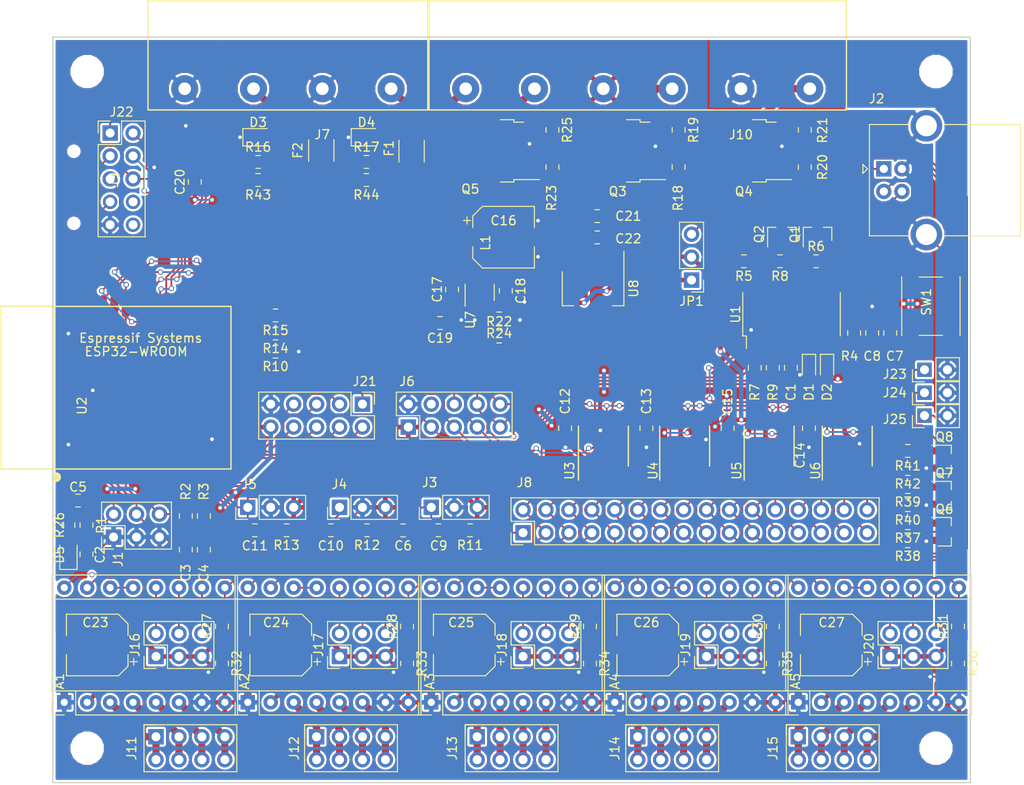
<source format=kicad_pcb>
(kicad_pcb (version 20171130) (host pcbnew 5.0.2-bee76a0~70~ubuntu18.04.1)
  (layers (0 F.Cu signal) (31 B.Cu signal) (34 B.Paste user) (35 F.Paste user) (36 B.SilkS user) (37 F.SilkS user) (38 B.Mask user) (39 F.Mask user) (44 Edge.Cuts user))
  (net 0 "")
  (net 1 GND)
  (net 2 /Q0)
  (net 3 VCC)
  (net 4 "Net-(A1-Pad10)")
  (net 5 "Net-(A1-Pad3)")
  (net 6 "Net-(A1-Pad11)")
  (net 7 "Net-(A1-Pad4)")
  (net 8 "Net-(A1-Pad12)")
  (net 9 "Net-(A1-Pad5)")
  (net 10 "Net-(A1-Pad13)")
  (net 11 "Net-(A1-Pad6)")
  (net 12 /Q1)
  (net 13 +24V)
  (net 14 /Q2)
  (net 15 /Q3)
  (net 16 "Net-(A2-Pad10)")
  (net 17 "Net-(A2-Pad3)")
  (net 18 "Net-(A2-Pad11)")
  (net 19 "Net-(A2-Pad4)")
  (net 20 "Net-(A2-Pad12)")
  (net 21 "Net-(A2-Pad5)")
  (net 22 "Net-(A2-Pad13)")
  (net 23 "Net-(A2-Pad6)")
  (net 24 /Q4)
  (net 25 /Q5)
  (net 26 /Q8)
  (net 27 /Q7)
  (net 28 "Net-(A3-Pad13)")
  (net 29 "Net-(A3-Pad6)")
  (net 30 "Net-(A3-Pad5)")
  (net 31 "Net-(A3-Pad12)")
  (net 32 "Net-(A3-Pad4)")
  (net 33 "Net-(A3-Pad11)")
  (net 34 "Net-(A3-Pad3)")
  (net 35 "Net-(A3-Pad10)")
  (net 36 /Q6)
  (net 37 /Q9)
  (net 38 "Net-(A4-Pad10)")
  (net 39 "Net-(A4-Pad3)")
  (net 40 "Net-(A4-Pad11)")
  (net 41 "Net-(A4-Pad4)")
  (net 42 "Net-(A4-Pad12)")
  (net 43 "Net-(A4-Pad5)")
  (net 44 "Net-(A4-Pad13)")
  (net 45 "Net-(A4-Pad6)")
  (net 46 /Q10)
  (net 47 /Q11)
  (net 48 /Q14)
  (net 49 /Q13)
  (net 50 "Net-(A5-Pad13)")
  (net 51 "Net-(A5-Pad6)")
  (net 52 "Net-(A5-Pad5)")
  (net 53 "Net-(A5-Pad12)")
  (net 54 "Net-(A5-Pad4)")
  (net 55 "Net-(A5-Pad11)")
  (net 56 "Net-(A5-Pad3)")
  (net 57 "Net-(A5-Pad10)")
  (net 58 /Q12)
  (net 59 /SVP)
  (net 60 /SVN)
  (net 61 /EN)
  (net 62 /IO35)
  (net 63 /IO32)
  (net 64 /IO33)
  (net 65 "Net-(C17-Pad1)")
  (net 66 "Net-(C17-Pad2)")
  (net 67 +5V)
  (net 68 "Net-(D1-Pad1)")
  (net 69 "Net-(D2-Pad1)")
  (net 70 "Net-(D3-Pad2)")
  (net 71 "Net-(D4-Pad2)")
  (net 72 "Net-(D5-Pad2)")
  (net 73 "Net-(F1-Pad2)")
  (net 74 /+24V2)
  (net 75 "Net-(F2-Pad2)")
  (net 76 /IO34)
  (net 77 VBUS)
  (net 78 /IO23)
  (net 79 /IO18)
  (net 80 /IO19)
  (net 81 /IO5)
  (net 82 /HEATER_OUT)
  (net 83 /FAN_OUT)
  (net 84 /BED_OUT)
  (net 85 /RTS)
  (net 86 "Net-(Q1-Pad1)")
  (net 87 "Net-(Q2-Pad1)")
  (net 88 /DTR)
  (net 89 /BCLK)
  (net 90 "Net-(Q3-Pad1)")
  (net 91 "Net-(Q4-Pad1)")
  (net 92 "Net-(Q5-Pad1)")
  (net 93 /TX)
  (net 94 /RXD)
  (net 95 /RX)
  (net 96 /TXD)
  (net 97 /IO17)
  (net 98 /IO16)
  (net 99 /IO26)
  (net 100 "Net-(U4-Pad9)")
  (net 101 "Net-(U5-Pad9)")
  (net 102 /Q15)
  (net 103 /Q16)
  (net 104 /Q23)
  (net 105 /Q22)
  (net 106 /Q21)
  (net 107 /Q20)
  (net 108 /Q19)
  (net 109 /Q18)
  (net 110 /Q17)
  (net 111 /Q25)
  (net 112 /Q26)
  (net 113 /Q27)
  (net 114 /Q28)
  (net 115 /Q29)
  (net 116 /Q30)
  (net 117 /Q31)
  (net 118 /Q24)
  (net 119 "Net-(R22-Pad2)")
  (net 120 "Net-(U3-Pad9)")
  (net 121 +5VD)
  (net 122 /IO4)
  (net 123 /BTNE)
  (net 124 /But1)
  (net 125 /But2)
  (net 126 "Net-(J23-Pad1)")
  (net 127 "Net-(J24-Pad1)")
  (net 128 "Net-(J25-Pad1)")
  (net 129 "Net-(Q6-Pad1)")
  (net 130 "Net-(Q7-Pad1)")
  (net 131 "Net-(Q8-Pad1)")
  (net 132 "Net-(R16-Pad1)")
  (net 133 "Net-(R17-Pad1)")
  (net 134 /IO27)
  (net 135 /Buzzer)
  (net 136 /IO15)
  (net 137 /IO14)
  (net 138 /IO12)
  (net 139 /IO13)
  (module Button_Switch_SMD:SW_Push_1P1T_NO_6x6mm_H9.5mm (layer F.Cu) (at 200.1 72.975 270)
    (fp_text reference SW1 (at -0.475 0.5 270) (layer F.SilkS))
    (fp_text value SW_Push)
    (pad 2 smd rect (at -3.975 2.25 270) (size 1.55 1.3) (layers F.Cu F.Paste F.Mask) (net 61 /EN))
    (pad 1 smd rect (at -3.975 -2.25 270) (size 1.55 1.3) (layers F.Cu F.Paste F.Mask) (net 1 GND))
    (pad 1 smd rect (at 3.975 -2.25 270) (size 1.55 1.3) (layers F.Cu F.Paste F.Mask) (net 1 GND))
    (pad 2 smd rect (at 3.975 2.25 270) (size 1.55 1.3) (layers F.Cu F.Paste F.Mask) (net 61 /EN))
  )
  (module Package_TO_SOT_SMD:SOT-223-3_TabPin2 (layer F.Cu) (at 162.698286 71.017851 270)
    (fp_text reference U8 (at 0 -4.5 270) (layer F.SilkS))
    (fp_text value TLV1117-33)
    (pad 2 smd rect (at 3.15 0 270) (size 2 3.8) (layers F.Cu F.Paste F.Mask) (net 3 VCC))
    (pad 2 smd rect (at -3.15 0 270) (size 2 1.5) (layers F.Cu F.Paste F.Mask) (net 3 VCC))
    (pad 3 smd rect (at -3.15 2.3 270) (size 2 1.5) (layers F.Cu F.Paste F.Mask) (net 67 +5V))
    (pad 1 smd rect (at -3.15 -2.3 270) (size 2 1.5) (layers F.Cu F.Paste F.Mask) (net 1 GND))
  )
  (module Capacitor_SMD:C_0805_2012Metric (layer F.Cu) (at 163.1625 63)
    (fp_text reference C21 (at 3.4375 0) (layer F.SilkS))
    (fp_text value 10uF)
    (pad 1 smd roundrect (at -0.9375 0) (size 0.975 1.4) (layers F.Cu F.Paste F.Mask) (net 67 +5V))
    (pad 2 smd roundrect (at 0.9375 0) (size 0.975 1.4) (layers F.Cu F.Paste F.Mask) (net 1 GND))
  )
  (module Capacitor_SMD:C_0805_2012Metric (layer F.Cu) (at 163.1625 65.357851)
    (fp_text reference C22 (at 3.4375 0.142149) (layer F.SilkS))
    (fp_text value 10uF)
    (pad 2 smd roundrect (at 0.9375 0) (size 0.975 1.4) (layers F.Cu F.Paste F.Mask) (net 1 GND))
    (pad 1 smd roundrect (at -0.9375 0) (size 0.975 1.4) (layers F.Cu F.Paste F.Mask) (net 3 VCC))
  )
  (module Connector_PinHeader_2.54mm:PinHeader_1x03_P2.54mm_Vertical (layer F.Cu) (at 173.6 70.08 180)
    (fp_text reference JP1 (at 0 -2.33 180) (layer F.SilkS))
    (fp_text value Jumper_3_Open)
    (pad 3 thru_hole oval (at 0 5.08 180) (size 1.7 1.7) (drill 1) (layers *.Cu *.Mask) (net 77 VBUS))
    (pad 2 thru_hole oval (at 0 2.54 180) (size 1.7 1.7) (drill 1) (layers *.Cu *.Mask) (net 67 +5V))
    (pad 1 thru_hole rect (at 0 0 180) (size 1.7 1.7) (drill 1) (layers *.Cu *.Mask) (net 121 +5VD))
  )
  (module Connector_PinHeader_2.54mm:PinHeader_2x03_P2.54mm_Vertical (layer F.Cu) (at 195.58 111.76 90)
    (fp_text reference J20 (at 1.27 -2.33 90) (layer F.SilkS))
    (fp_text value Conn_02x03_Odd_Even)
    (pad 6 thru_hole oval (at 2.54 5.08 90) (size 1.7 1.7) (drill 1) (layers *.Cu *.Mask) (net 57 "Net-(A5-Pad10)"))
    (pad 5 thru_hole oval (at 0 5.08 90) (size 1.7 1.7) (drill 1) (layers *.Cu *.Mask) (net 3 VCC))
    (pad 4 thru_hole oval (at 2.54 2.54 90) (size 1.7 1.7) (drill 1) (layers *.Cu *.Mask) (net 55 "Net-(A5-Pad11)"))
    (pad 3 thru_hole oval (at 0 2.54 90) (size 1.7 1.7) (drill 1) (layers *.Cu *.Mask) (net 3 VCC))
    (pad 2 thru_hole oval (at 2.54 0 90) (size 1.7 1.7) (drill 1) (layers *.Cu *.Mask) (net 53 "Net-(A5-Pad12)"))
    (pad 1 thru_hole rect (at 0 0 90) (size 1.7 1.7) (drill 1) (layers *.Cu *.Mask) (net 3 VCC))
  )
  (module Connector_PinHeader_2.54mm:PinHeader_2x03_P2.54mm_Vertical (layer F.Cu) (at 175.26 111.76 90)
    (fp_text reference J19 (at 1.27 -2.33 90) (layer F.SilkS))
    (fp_text value Conn_02x03_Odd_Even)
    (pad 6 thru_hole oval (at 2.54 5.08 90) (size 1.7 1.7) (drill 1) (layers *.Cu *.Mask) (net 38 "Net-(A4-Pad10)"))
    (pad 5 thru_hole oval (at 0 5.08 90) (size 1.7 1.7) (drill 1) (layers *.Cu *.Mask) (net 3 VCC))
    (pad 4 thru_hole oval (at 2.54 2.54 90) (size 1.7 1.7) (drill 1) (layers *.Cu *.Mask) (net 40 "Net-(A4-Pad11)"))
    (pad 3 thru_hole oval (at 0 2.54 90) (size 1.7 1.7) (drill 1) (layers *.Cu *.Mask) (net 3 VCC))
    (pad 2 thru_hole oval (at 2.54 0 90) (size 1.7 1.7) (drill 1) (layers *.Cu *.Mask) (net 42 "Net-(A4-Pad12)"))
    (pad 1 thru_hole rect (at 0 0 90) (size 1.7 1.7) (drill 1) (layers *.Cu *.Mask) (net 3 VCC))
  )
  (module Connector_PinHeader_2.54mm:PinHeader_2x03_P2.54mm_Vertical (layer F.Cu) (at 154.94 111.76 90)
    (fp_text reference J18 (at 1.27 -2.33 90) (layer F.SilkS))
    (fp_text value Conn_02x03_Odd_Even)
    (pad 6 thru_hole oval (at 2.54 5.08 90) (size 1.7 1.7) (drill 1) (layers *.Cu *.Mask) (net 35 "Net-(A3-Pad10)"))
    (pad 5 thru_hole oval (at 0 5.08 90) (size 1.7 1.7) (drill 1) (layers *.Cu *.Mask) (net 3 VCC))
    (pad 4 thru_hole oval (at 2.54 2.54 90) (size 1.7 1.7) (drill 1) (layers *.Cu *.Mask) (net 33 "Net-(A3-Pad11)"))
    (pad 3 thru_hole oval (at 0 2.54 90) (size 1.7 1.7) (drill 1) (layers *.Cu *.Mask) (net 3 VCC))
    (pad 2 thru_hole oval (at 2.54 0 90) (size 1.7 1.7) (drill 1) (layers *.Cu *.Mask) (net 31 "Net-(A3-Pad12)"))
    (pad 1 thru_hole rect (at 0 0 90) (size 1.7 1.7) (drill 1) (layers *.Cu *.Mask) (net 3 VCC))
  )
  (module Connector_PinHeader_2.54mm:PinHeader_2x03_P2.54mm_Vertical (layer F.Cu) (at 134.62 111.76 90)
    (fp_text reference J17 (at 1.27 -2.33 90) (layer F.SilkS))
    (fp_text value Conn_02x03_Odd_Even)
    (pad 6 thru_hole oval (at 2.54 5.08 90) (size 1.7 1.7) (drill 1) (layers *.Cu *.Mask) (net 16 "Net-(A2-Pad10)"))
    (pad 5 thru_hole oval (at 0 5.08 90) (size 1.7 1.7) (drill 1) (layers *.Cu *.Mask) (net 3 VCC))
    (pad 4 thru_hole oval (at 2.54 2.54 90) (size 1.7 1.7) (drill 1) (layers *.Cu *.Mask) (net 18 "Net-(A2-Pad11)"))
    (pad 3 thru_hole oval (at 0 2.54 90) (size 1.7 1.7) (drill 1) (layers *.Cu *.Mask) (net 3 VCC))
    (pad 2 thru_hole oval (at 2.54 0 90) (size 1.7 1.7) (drill 1) (layers *.Cu *.Mask) (net 20 "Net-(A2-Pad12)"))
    (pad 1 thru_hole rect (at 0 0 90) (size 1.7 1.7) (drill 1) (layers *.Cu *.Mask) (net 3 VCC))
  )
  (module Connector_PinHeader_2.54mm:PinHeader_2x03_P2.54mm_Vertical (layer F.Cu) (at 114.3 111.76 90)
    (fp_text reference J16 (at 1.27 -2.33 90) (layer F.SilkS))
    (fp_text value Conn_02x03_Odd_Even)
    (pad 6 thru_hole oval (at 2.54 5.08 90) (size 1.7 1.7) (drill 1) (layers *.Cu *.Mask) (net 4 "Net-(A1-Pad10)"))
    (pad 5 thru_hole oval (at 0 5.08 90) (size 1.7 1.7) (drill 1) (layers *.Cu *.Mask) (net 3 VCC))
    (pad 4 thru_hole oval (at 2.54 2.54 90) (size 1.7 1.7) (drill 1) (layers *.Cu *.Mask) (net 6 "Net-(A1-Pad11)"))
    (pad 3 thru_hole oval (at 0 2.54 90) (size 1.7 1.7) (drill 1) (layers *.Cu *.Mask) (net 3 VCC))
    (pad 2 thru_hole oval (at 2.54 0 90) (size 1.7 1.7) (drill 1) (layers *.Cu *.Mask) (net 8 "Net-(A1-Pad12)"))
    (pad 1 thru_hole rect (at 0 0 90) (size 1.7 1.7) (drill 1) (layers *.Cu *.Mask) (net 3 VCC))
  )
  (module Connector_PinHeader_2.54mm:PinHeader_2x16_P2.54mm_Vertical (layer F.Cu) (at 154.94 98.06 90)
    (fp_text reference J8 (at 5.56 0.16 180) (layer F.SilkS))
    (fp_text value Conn_01x32)
    (pad 32 thru_hole oval (at 2.54 38.1 90) (size 1.7 1.7) (drill 1) (layers *.Cu *.Mask) (net 117 /Q31))
    (pad 31 thru_hole oval (at 0 38.1 90) (size 1.7 1.7) (drill 1) (layers *.Cu *.Mask) (net 116 /Q30))
    (pad 30 thru_hole oval (at 2.54 35.56 90) (size 1.7 1.7) (drill 1) (layers *.Cu *.Mask) (net 115 /Q29))
    (pad 29 thru_hole oval (at 0 35.56 90) (size 1.7 1.7) (drill 1) (layers *.Cu *.Mask) (net 114 /Q28))
    (pad 28 thru_hole oval (at 2.54 33.02 90) (size 1.7 1.7) (drill 1) (layers *.Cu *.Mask) (net 113 /Q27))
    (pad 27 thru_hole oval (at 0 33.02 90) (size 1.7 1.7) (drill 1) (layers *.Cu *.Mask) (net 112 /Q26))
    (pad 26 thru_hole oval (at 2.54 30.48 90) (size 1.7 1.7) (drill 1) (layers *.Cu *.Mask) (net 111 /Q25))
    (pad 25 thru_hole oval (at 0 30.48 90) (size 1.7 1.7) (drill 1) (layers *.Cu *.Mask) (net 118 /Q24))
    (pad 24 thru_hole oval (at 2.54 27.94 90) (size 1.7 1.7) (drill 1) (layers *.Cu *.Mask) (net 104 /Q23))
    (pad 23 thru_hole oval (at 0 27.94 90) (size 1.7 1.7) (drill 1) (layers *.Cu *.Mask) (net 105 /Q22))
    (pad 22 thru_hole oval (at 2.54 25.4 90) (size 1.7 1.7) (drill 1) (layers *.Cu *.Mask) (net 106 /Q21))
    (pad 21 thru_hole oval (at 0 25.4 90) (size 1.7 1.7) (drill 1) (layers *.Cu *.Mask) (net 107 /Q20))
    (pad 20 thru_hole oval (at 2.54 22.86 90) (size 1.7 1.7) (drill 1) (layers *.Cu *.Mask) (net 108 /Q19))
    (pad 19 thru_hole oval (at 0 22.86 90) (size 1.7 1.7) (drill 1) (layers *.Cu *.Mask) (net 109 /Q18))
    (pad 18 thru_hole oval (at 2.54 20.32 90) (size 1.7 1.7) (drill 1) (layers *.Cu *.Mask) (net 110 /Q17))
    (pad 17 thru_hole oval (at 0 20.32 90) (size 1.7 1.7) (drill 1) (layers *.Cu *.Mask) (net 103 /Q16))
    (pad 16 thru_hole oval (at 2.54 17.78 90) (size 1.7 1.7) (drill 1) (layers *.Cu *.Mask) (net 102 /Q15))
    (pad 15 thru_hole oval (at 0 17.78 90) (size 1.7 1.7) (drill 1) (layers *.Cu *.Mask) (net 48 /Q14))
    (pad 14 thru_hole oval (at 2.54 15.24 90) (size 1.7 1.7) (drill 1) (layers *.Cu *.Mask) (net 49 /Q13))
    (pad 13 thru_hole oval (at 0 15.24 90) (size 1.7 1.7) (drill 1) (layers *.Cu *.Mask) (net 58 /Q12))
    (pad 12 thru_hole oval (at 2.54 12.7 90) (size 1.7 1.7) (drill 1) (layers *.Cu *.Mask) (net 47 /Q11))
    (pad 11 thru_hole oval (at 0 12.7 90) (size 1.7 1.7) (drill 1) (layers *.Cu *.Mask) (net 46 /Q10))
    (pad 10 thru_hole oval (at 2.54 10.16 90) (size 1.7 1.7) (drill 1) (layers *.Cu *.Mask) (net 37 /Q9))
    (pad 9 thru_hole oval (at 0 10.16 90) (size 1.7 1.7) (drill 1) (layers *.Cu *.Mask) (net 26 /Q8))
    (pad 8 thru_hole oval (at 2.54 7.62 90) (size 1.7 1.7) (drill 1) (layers *.Cu *.Mask) (net 27 /Q7))
    (pad 7 thru_hole oval (at 0 7.62 90) (size 1.7 1.7) (drill 1) (layers *.Cu *.Mask) (net 36 /Q6))
    (pad 6 thru_hole oval (at 2.54 5.08 90) (size 1.7 1.7) (drill 1) (layers *.Cu *.Mask) (net 25 /Q5))
    (pad 5 thru_hole oval (at 0 5.08 90) (size 1.7 1.7) (drill 1) (layers *.Cu *.Mask) (net 24 /Q4))
    (pad 4 thru_hole oval (at 2.54 2.54 90) (size 1.7 1.7) (drill 1) (layers *.Cu *.Mask) (net 15 /Q3))
    (pad 3 thru_hole oval (at 0 2.54 90) (size 1.7 1.7) (drill 1) (layers *.Cu *.Mask) (net 14 /Q2))
    (pad 2 thru_hole oval (at 2.54 0 90) (size 1.7 1.7) (drill 1) (layers *.Cu *.Mask) (net 12 /Q1))
    (pad 1 thru_hole rect (at 0 0 90) (size 1.7 1.7) (drill 1) (layers *.Cu *.Mask) (net 2 /Q0))
  )
  (module Connector_PinHeader_2.54mm:PinHeader_1x03_P2.54mm_Vertical (layer F.Cu) (at 124.46 95.25 90)
    (fp_text reference J5 (at 2.55 0.14 180) (layer F.SilkS))
    (fp_text value Conn_01x03)
    (pad 3 thru_hole oval (at 0 5.08 90) (size 1.7 1.7) (drill 1) (layers *.Cu *.Mask) (net 3 VCC))
    (pad 2 thru_hole oval (at 0 2.54 90) (size 1.7 1.7) (drill 1) (layers *.Cu *.Mask) (net 1 GND))
    (pad 1 thru_hole rect (at 0 0 90) (size 1.7 1.7) (drill 1) (layers *.Cu *.Mask) (net 64 /IO33))
  )
  (module Connector_PinHeader_2.54mm:PinHeader_1x03_P2.54mm_Vertical (layer F.Cu) (at 134.62 95.25 90)
    (fp_text reference J4 (at 2.55 -0.02 180) (layer F.SilkS))
    (fp_text value Conn_01x03)
    (pad 3 thru_hole oval (at 0 5.08 90) (size 1.7 1.7) (drill 1) (layers *.Cu *.Mask) (net 3 VCC))
    (pad 2 thru_hole oval (at 0 2.54 90) (size 1.7 1.7) (drill 1) (layers *.Cu *.Mask) (net 1 GND))
    (pad 1 thru_hole rect (at 0 0 90) (size 1.7 1.7) (drill 1) (layers *.Cu *.Mask) (net 63 /IO32))
  )
  (module Connector_PinHeader_2.54mm:PinHeader_1x03_P2.54mm_Vertical (layer F.Cu) (at 144.78 95.25 90)
    (fp_text reference J3 (at 2.75 -0.18 180) (layer F.SilkS))
    (fp_text value Conn_01x03)
    (pad 3 thru_hole oval (at 0 5.08 90) (size 1.7 1.7) (drill 1) (layers *.Cu *.Mask) (net 3 VCC))
    (pad 2 thru_hole oval (at 0 2.54 90) (size 1.7 1.7) (drill 1) (layers *.Cu *.Mask) (net 1 GND))
    (pad 1 thru_hole rect (at 0 0 90) (size 1.7 1.7) (drill 1) (layers *.Cu *.Mask) (net 62 /IO35))
  )
  (module Connector_PinHeader_2.54mm:PinHeader_2x03_P2.54mm_Vertical (layer F.Cu) (at 109.6 98.54 90)
    (fp_text reference J1 (at -2.46 0.5 90) (layer F.SilkS))
    (fp_text value Conn_01x06)
    (pad 6 thru_hole oval (at 2.54 5.08 90) (size 1.7 1.7) (drill 1) (layers *.Cu *.Mask) (net 76 /IO34))
    (pad 5 thru_hole oval (at 0 5.08 90) (size 1.7 1.7) (drill 1) (layers *.Cu *.Mask) (net 1 GND))
    (pad 4 thru_hole oval (at 2.54 2.54 90) (size 1.7 1.7) (drill 1) (layers *.Cu *.Mask) (net 60 /SVN))
    (pad 3 thru_hole oval (at 0 2.54 90) (size 1.7 1.7) (drill 1) (layers *.Cu *.Mask) (net 1 GND))
    (pad 2 thru_hole oval (at 2.54 0 90) (size 1.7 1.7) (drill 1) (layers *.Cu *.Mask) (net 59 /SVP))
    (pad 1 thru_hole rect (at 0 0 90) (size 1.7 1.7) (drill 1) (layers *.Cu *.Mask) (net 1 GND))
  )
  (module Module:Pololu_Breakout-16_15.2x20.3mm (layer F.Cu) (at 104.14 116.84 90)
    (fp_text reference A1 (at 2.34 -0.54 90) (layer F.SilkS))
    (fp_text value Pololu_Breakout_A4988)
    (pad 1 thru_hole rect (at 0 0 90) (size 1.6 1.6) (drill 0.8) (layers *.Cu *.Mask) (net 1 GND))
    (pad 9 thru_hole oval (at 12.7 17.78 90) (size 1.6 1.6) (drill 0.8) (layers *.Cu *.Mask) (net 14 /Q2))
    (pad 2 thru_hole oval (at 0 2.54 90) (size 1.6 1.6) (drill 0.8) (layers *.Cu *.Mask) (net 3 VCC))
    (pad 10 thru_hole oval (at 12.7 15.24 90) (size 1.6 1.6) (drill 0.8) (layers *.Cu *.Mask) (net 4 "Net-(A1-Pad10)"))
    (pad 3 thru_hole oval (at 0 5.08 90) (size 1.6 1.6) (drill 0.8) (layers *.Cu *.Mask) (net 5 "Net-(A1-Pad3)"))
    (pad 11 thru_hole oval (at 12.7 12.7 90) (size 1.6 1.6) (drill 0.8) (layers *.Cu *.Mask) (net 6 "Net-(A1-Pad11)"))
    (pad 4 thru_hole oval (at 0 7.62 90) (size 1.6 1.6) (drill 0.8) (layers *.Cu *.Mask) (net 7 "Net-(A1-Pad4)"))
    (pad 12 thru_hole oval (at 12.7 10.16 90) (size 1.6 1.6) (drill 0.8) (layers *.Cu *.Mask) (net 8 "Net-(A1-Pad12)"))
    (pad 5 thru_hole oval (at 0 10.16 90) (size 1.6 1.6) (drill 0.8) (layers *.Cu *.Mask) (net 9 "Net-(A1-Pad5)"))
    (pad 13 thru_hole oval (at 12.7 7.62 90) (size 1.6 1.6) (drill 0.8) (layers *.Cu *.Mask) (net 10 "Net-(A1-Pad13)"))
    (pad 6 thru_hole oval (at 0 12.7 90) (size 1.6 1.6) (drill 0.8) (layers *.Cu *.Mask) (net 11 "Net-(A1-Pad6)"))
    (pad 14 thru_hole oval (at 12.7 5.08 90) (size 1.6 1.6) (drill 0.8) (layers *.Cu *.Mask) (net 10 "Net-(A1-Pad13)"))
    (pad 7 thru_hole oval (at 0 15.24 90) (size 1.6 1.6) (drill 0.8) (layers *.Cu *.Mask) (net 1 GND))
    (pad 15 thru_hole oval (at 12.7 2.54 90) (size 1.6 1.6) (drill 0.8) (layers *.Cu *.Mask) (net 12 /Q1))
    (pad 8 thru_hole oval (at 0 17.78 90) (size 1.6 1.6) (drill 0.8) (layers *.Cu *.Mask) (net 13 +24V))
    (pad 16 thru_hole oval (at 12.7 0 90) (size 1.6 1.6) (drill 0.8) (layers *.Cu *.Mask) (net 2 /Q0))
  )
  (module Module:Pololu_Breakout-16_15.2x20.3mm (layer F.Cu) (at 124.46 116.84 90)
    (fp_text reference A2 (at 2.34 -0.36 90) (layer F.SilkS))
    (fp_text value Pololu_Breakout_A4988)
    (pad 16 thru_hole oval (at 12.7 0 90) (size 1.6 1.6) (drill 0.8) (layers *.Cu *.Mask) (net 15 /Q3))
    (pad 8 thru_hole oval (at 0 17.78 90) (size 1.6 1.6) (drill 0.8) (layers *.Cu *.Mask) (net 13 +24V))
    (pad 15 thru_hole oval (at 12.7 2.54 90) (size 1.6 1.6) (drill 0.8) (layers *.Cu *.Mask) (net 24 /Q4))
    (pad 7 thru_hole oval (at 0 15.24 90) (size 1.6 1.6) (drill 0.8) (layers *.Cu *.Mask) (net 1 GND))
    (pad 14 thru_hole oval (at 12.7 5.08 90) (size 1.6 1.6) (drill 0.8) (layers *.Cu *.Mask) (net 22 "Net-(A2-Pad13)"))
    (pad 6 thru_hole oval (at 0 12.7 90) (size 1.6 1.6) (drill 0.8) (layers *.Cu *.Mask) (net 23 "Net-(A2-Pad6)"))
    (pad 13 thru_hole oval (at 12.7 7.62 90) (size 1.6 1.6) (drill 0.8) (layers *.Cu *.Mask) (net 22 "Net-(A2-Pad13)"))
    (pad 5 thru_hole oval (at 0 10.16 90) (size 1.6 1.6) (drill 0.8) (layers *.Cu *.Mask) (net 21 "Net-(A2-Pad5)"))
    (pad 12 thru_hole oval (at 12.7 10.16 90) (size 1.6 1.6) (drill 0.8) (layers *.Cu *.Mask) (net 20 "Net-(A2-Pad12)"))
    (pad 4 thru_hole oval (at 0 7.62 90) (size 1.6 1.6) (drill 0.8) (layers *.Cu *.Mask) (net 19 "Net-(A2-Pad4)"))
    (pad 11 thru_hole oval (at 12.7 12.7 90) (size 1.6 1.6) (drill 0.8) (layers *.Cu *.Mask) (net 18 "Net-(A2-Pad11)"))
    (pad 3 thru_hole oval (at 0 5.08 90) (size 1.6 1.6) (drill 0.8) (layers *.Cu *.Mask) (net 17 "Net-(A2-Pad3)"))
    (pad 10 thru_hole oval (at 12.7 15.24 90) (size 1.6 1.6) (drill 0.8) (layers *.Cu *.Mask) (net 16 "Net-(A2-Pad10)"))
    (pad 2 thru_hole oval (at 0 2.54 90) (size 1.6 1.6) (drill 0.8) (layers *.Cu *.Mask) (net 3 VCC))
    (pad 9 thru_hole oval (at 12.7 17.78 90) (size 1.6 1.6) (drill 0.8) (layers *.Cu *.Mask) (net 25 /Q5))
    (pad 1 thru_hole rect (at 0 0 90) (size 1.6 1.6) (drill 0.8) (layers *.Cu *.Mask) (net 1 GND))
  )
  (module Module:Pololu_Breakout-16_15.2x20.3mm (layer F.Cu) (at 144.78 116.84 90)
    (fp_text reference A3 (at 2.34 -0.18 90) (layer F.SilkS))
    (fp_text value Pololu_Breakout_A4988)
    (pad 1 thru_hole rect (at 0 0 90) (size 1.6 1.6) (drill 0.8) (layers *.Cu *.Mask) (net 1 GND))
    (pad 9 thru_hole oval (at 12.7 17.78 90) (size 1.6 1.6) (drill 0.8) (layers *.Cu *.Mask) (net 26 /Q8))
    (pad 2 thru_hole oval (at 0 2.54 90) (size 1.6 1.6) (drill 0.8) (layers *.Cu *.Mask) (net 3 VCC))
    (pad 10 thru_hole oval (at 12.7 15.24 90) (size 1.6 1.6) (drill 0.8) (layers *.Cu *.Mask) (net 35 "Net-(A3-Pad10)"))
    (pad 3 thru_hole oval (at 0 5.08 90) (size 1.6 1.6) (drill 0.8) (layers *.Cu *.Mask) (net 34 "Net-(A3-Pad3)"))
    (pad 11 thru_hole oval (at 12.7 12.7 90) (size 1.6 1.6) (drill 0.8) (layers *.Cu *.Mask) (net 33 "Net-(A3-Pad11)"))
    (pad 4 thru_hole oval (at 0 7.62 90) (size 1.6 1.6) (drill 0.8) (layers *.Cu *.Mask) (net 32 "Net-(A3-Pad4)"))
    (pad 12 thru_hole oval (at 12.7 10.16 90) (size 1.6 1.6) (drill 0.8) (layers *.Cu *.Mask) (net 31 "Net-(A3-Pad12)"))
    (pad 5 thru_hole oval (at 0 10.16 90) (size 1.6 1.6) (drill 0.8) (layers *.Cu *.Mask) (net 30 "Net-(A3-Pad5)"))
    (pad 13 thru_hole oval (at 12.7 7.62 90) (size 1.6 1.6) (drill 0.8) (layers *.Cu *.Mask) (net 28 "Net-(A3-Pad13)"))
    (pad 6 thru_hole oval (at 0 12.7 90) (size 1.6 1.6) (drill 0.8) (layers *.Cu *.Mask) (net 29 "Net-(A3-Pad6)"))
    (pad 14 thru_hole oval (at 12.7 5.08 90) (size 1.6 1.6) (drill 0.8) (layers *.Cu *.Mask) (net 28 "Net-(A3-Pad13)"))
    (pad 7 thru_hole oval (at 0 15.24 90) (size 1.6 1.6) (drill 0.8) (layers *.Cu *.Mask) (net 1 GND))
    (pad 15 thru_hole oval (at 12.7 2.54 90) (size 1.6 1.6) (drill 0.8) (layers *.Cu *.Mask) (net 27 /Q7))
    (pad 8 thru_hole oval (at 0 17.78 90) (size 1.6 1.6) (drill 0.8) (layers *.Cu *.Mask) (net 13 +24V))
    (pad 16 thru_hole oval (at 12.7 0 90) (size 1.6 1.6) (drill 0.8) (layers *.Cu *.Mask) (net 36 /Q6))
  )
  (module Module:Pololu_Breakout-16_15.2x20.3mm (layer F.Cu) (at 165.1 116.84 90)
    (fp_text reference A4 (at 2.34 0 90) (layer F.SilkS))
    (fp_text value Pololu_Breakout_A4988)
    (pad 16 thru_hole oval (at 12.7 0 90) (size 1.6 1.6) (drill 0.8) (layers *.Cu *.Mask) (net 37 /Q9))
    (pad 8 thru_hole oval (at 0 17.78 90) (size 1.6 1.6) (drill 0.8) (layers *.Cu *.Mask) (net 13 +24V))
    (pad 15 thru_hole oval (at 12.7 2.54 90) (size 1.6 1.6) (drill 0.8) (layers *.Cu *.Mask) (net 46 /Q10))
    (pad 7 thru_hole oval (at 0 15.24 90) (size 1.6 1.6) (drill 0.8) (layers *.Cu *.Mask) (net 1 GND))
    (pad 14 thru_hole oval (at 12.7 5.08 90) (size 1.6 1.6) (drill 0.8) (layers *.Cu *.Mask) (net 44 "Net-(A4-Pad13)"))
    (pad 6 thru_hole oval (at 0 12.7 90) (size 1.6 1.6) (drill 0.8) (layers *.Cu *.Mask) (net 45 "Net-(A4-Pad6)"))
    (pad 13 thru_hole oval (at 12.7 7.62 90) (size 1.6 1.6) (drill 0.8) (layers *.Cu *.Mask) (net 44 "Net-(A4-Pad13)"))
    (pad 5 thru_hole oval (at 0 10.16 90) (size 1.6 1.6) (drill 0.8) (layers *.Cu *.Mask) (net 43 "Net-(A4-Pad5)"))
    (pad 12 thru_hole oval (at 12.7 10.16 90) (size 1.6 1.6) (drill 0.8) (layers *.Cu *.Mask) (net 42 "Net-(A4-Pad12)"))
    (pad 4 thru_hole oval (at 0 7.62 90) (size 1.6 1.6) (drill 0.8) (layers *.Cu *.Mask) (net 41 "Net-(A4-Pad4)"))
    (pad 11 thru_hole oval (at 12.7 12.7 90) (size 1.6 1.6) (drill 0.8) (layers *.Cu *.Mask) (net 40 "Net-(A4-Pad11)"))
    (pad 3 thru_hole oval (at 0 5.08 90) (size 1.6 1.6) (drill 0.8) (layers *.Cu *.Mask) (net 39 "Net-(A4-Pad3)"))
    (pad 10 thru_hole oval (at 12.7 15.24 90) (size 1.6 1.6) (drill 0.8) (layers *.Cu *.Mask) (net 38 "Net-(A4-Pad10)"))
    (pad 2 thru_hole oval (at 0 2.54 90) (size 1.6 1.6) (drill 0.8) (layers *.Cu *.Mask) (net 3 VCC))
    (pad 9 thru_hole oval (at 12.7 17.78 90) (size 1.6 1.6) (drill 0.8) (layers *.Cu *.Mask) (net 47 /Q11))
    (pad 1 thru_hole rect (at 0 0 90) (size 1.6 1.6) (drill 0.8) (layers *.Cu *.Mask) (net 1 GND))
  )
  (module Module:Pololu_Breakout-16_15.2x20.3mm (layer F.Cu) (at 185.42 116.84 90)
    (fp_text reference A5 (at 2.34 -0.32 90) (layer F.SilkS))
    (fp_text value Pololu_Breakout_A4988)
    (pad 1 thru_hole rect (at 0 0 90) (size 1.6 1.6) (drill 0.8) (layers *.Cu *.Mask) (net 1 GND))
    (pad 9 thru_hole oval (at 12.7 17.78 90) (size 1.6 1.6) (drill 0.8) (layers *.Cu *.Mask) (net 48 /Q14))
    (pad 2 thru_hole oval (at 0 2.54 90) (size 1.6 1.6) (drill 0.8) (layers *.Cu *.Mask) (net 3 VCC))
    (pad 10 thru_hole oval (at 12.7 15.24 90) (size 1.6 1.6) (drill 0.8) (layers *.Cu *.Mask) (net 57 "Net-(A5-Pad10)"))
    (pad 3 thru_hole oval (at 0 5.08 90) (size 1.6 1.6) (drill 0.8) (layers *.Cu *.Mask) (net 56 "Net-(A5-Pad3)"))
    (pad 11 thru_hole oval (at 12.7 12.7 90) (size 1.6 1.6) (drill 0.8) (layers *.Cu *.Mask) (net 55 "Net-(A5-Pad11)"))
    (pad 4 thru_hole oval (at 0 7.62 90) (size 1.6 1.6) (drill 0.8) (layers *.Cu *.Mask) (net 54 "Net-(A5-Pad4)"))
    (pad 12 thru_hole oval (at 12.7 10.16 90) (size 1.6 1.6) (drill 0.8) (layers *.Cu *.Mask) (net 53 "Net-(A5-Pad12)"))
    (pad 5 thru_hole oval (at 0 10.16 90) (size 1.6 1.6) (drill 0.8) (layers *.Cu *.Mask) (net 52 "Net-(A5-Pad5)"))
    (pad 13 thru_hole oval (at 12.7 7.62 90) (size 1.6 1.6) (drill 0.8) (layers *.Cu *.Mask) (net 50 "Net-(A5-Pad13)"))
    (pad 6 thru_hole oval (at 0 12.7 90) (size 1.6 1.6) (drill 0.8) (layers *.Cu *.Mask) (net 51 "Net-(A5-Pad6)"))
    (pad 14 thru_hole oval (at 12.7 5.08 90) (size 1.6 1.6) (drill 0.8) (layers *.Cu *.Mask) (net 50 "Net-(A5-Pad13)"))
    (pad 7 thru_hole oval (at 0 15.24 90) (size 1.6 1.6) (drill 0.8) (layers *.Cu *.Mask) (net 1 GND))
    (pad 15 thru_hole oval (at 12.7 2.54 90) (size 1.6 1.6) (drill 0.8) (layers *.Cu *.Mask) (net 49 /Q13))
    (pad 8 thru_hole oval (at 0 17.78 90) (size 1.6 1.6) (drill 0.8) (layers *.Cu *.Mask) (net 13 +24V))
    (pad 16 thru_hole oval (at 12.7 0 90) (size 1.6 1.6) (drill 0.8) (layers *.Cu *.Mask) (net 58 /Q12))
  )
  (module Capacitor_SMD:C_0805_2012Metric (layer F.Cu) (at 106.6 100.4375 270)
    (fp_text reference C2 (at 0.0625 -1.5 270) (layer F.SilkS))
    (fp_text value 10uF)
    (pad 1 smd roundrect (at -0.9375 0 270) (size 0.975 1.4) (layers F.Cu F.Paste F.Mask) (net 59 /SVP))
    (pad 2 smd roundrect (at 0.9375 0 270) (size 0.975 1.4) (layers F.Cu F.Paste F.Mask) (net 1 GND))
  )
  (module Capacitor_SMD:C_0805_2012Metric (layer F.Cu) (at 117.6 99.9375 270)
    (fp_text reference C3 (at 2.5625 0 270) (layer F.SilkS))
    (fp_text value 10uF)
    (pad 2 smd roundrect (at 0.9375 0 270) (size 0.975 1.4) (layers F.Cu F.Paste F.Mask) (net 1 GND))
    (pad 1 smd roundrect (at -0.9375 0 270) (size 0.975 1.4) (layers F.Cu F.Paste F.Mask) (net 60 /SVN))
  )
  (module Capacitor_SMD:C_0805_2012Metric (layer F.Cu) (at 119.6 99.9375 270)
    (fp_text reference C4 (at 2.5625 0 270) (layer F.SilkS))
    (fp_text value 10uF)
    (pad 1 smd roundrect (at -0.9375 0 270) (size 0.975 1.4) (layers F.Cu F.Paste F.Mask) (net 76 /IO34))
    (pad 2 smd roundrect (at 0.9375 0 270) (size 0.975 1.4) (layers F.Cu F.Paste F.Mask) (net 1 GND))
  )
  (module Capacitor_SMD:C_0805_2012Metric (layer F.Cu) (at 105.6625 94.5 180)
    (fp_text reference C5 (at 0 1.5 180) (layer F.SilkS))
    (fp_text value 10uF)
    (pad 1 smd roundrect (at -0.9375 0 180) (size 0.975 1.4) (layers F.Cu F.Paste F.Mask) (net 3 VCC))
    (pad 2 smd roundrect (at 0.9375 0 180) (size 0.975 1.4) (layers F.Cu F.Paste F.Mask) (net 1 GND))
  )
  (module Capacitor_SMD:CP_Elec_6.3x7.7 (layer F.Cu) (at 152.785 65.335)
    (fp_text reference C16 (at 0 -1.835) (layer F.SilkS))
    (fp_text value 100uF)
    (pad 1 smd roundrect (at -2.7 0) (size 3.5 1.6) (layers F.Cu F.Paste F.Mask) (roundrect_rratio 0.15625) (net 13 +24V))
    (pad 2 smd roundrect (at 2.7 0) (size 3.5 1.6) (layers F.Cu F.Paste F.Mask) (roundrect_rratio 0.15625) (net 1 GND))
  )
  (module Capacitor_SMD:C_0805_2012Metric (layer F.Cu) (at 153.035 71.2725 270)
    (fp_text reference C18 (at 0 -1.65 270) (layer F.SilkS))
    (fp_text value 2.2uF)
    (pad 2 smd roundrect (at 0.9375 0 270) (size 0.975 1.4) (layers F.Cu F.Paste F.Mask) (net 1 GND))
    (pad 1 smd roundrect (at -0.9375 0 270) (size 0.975 1.4) (layers F.Cu F.Paste F.Mask) (net 13 +24V))
  )
  (module Capacitor_SMD:C_0805_2012Metric (layer F.Cu) (at 145.7475 74.835)
    (fp_text reference C19 (at 0 1.665) (layer F.SilkS))
    (fp_text value 22uF)
    (pad 2 smd roundrect (at 0.9375 0) (size 0.975 1.4) (layers F.Cu F.Paste F.Mask) (net 1 GND))
    (pad 1 smd roundrect (at -0.9375 0) (size 0.975 1.4) (layers F.Cu F.Paste F.Mask) (net 121 +5VD))
  )
  (module Capacitor_SMD:CP_Elec_6.3x7.7 (layer F.Cu) (at 107.79 110.49 180)
    (fp_text reference C23 (at 0.19 2.49 180) (layer F.SilkS))
    (fp_text value 100uF)
    (pad 2 smd roundrect (at 2.7 0 180) (size 3.5 1.6) (layers F.Cu F.Paste F.Mask) (roundrect_rratio 0.15625) (net 1 GND))
    (pad 1 smd roundrect (at -2.7 0 180) (size 3.5 1.6) (layers F.Cu F.Paste F.Mask) (roundrect_rratio 0.15625) (net 13 +24V))
  )
  (module Capacitor_SMD:CP_Elec_6.3x7.7 (layer F.Cu) (at 128.11 110.49 180)
    (fp_text reference C24 (at 0.51 2.49 180) (layer F.SilkS))
    (fp_text value 100uF)
    (pad 1 smd roundrect (at -2.7 0 180) (size 3.5 1.6) (layers F.Cu F.Paste F.Mask) (roundrect_rratio 0.15625) (net 13 +24V))
    (pad 2 smd roundrect (at 2.7 0 180) (size 3.5 1.6) (layers F.Cu F.Paste F.Mask) (roundrect_rratio 0.15625) (net 1 GND))
  )
  (module Capacitor_SMD:CP_Elec_6.3x7.7 (layer F.Cu) (at 148.43 110.49 180)
    (fp_text reference C25 (at 0.33 2.49 180) (layer F.SilkS))
    (fp_text value 100uF)
    (pad 2 smd roundrect (at 2.7 0 180) (size 3.5 1.6) (layers F.Cu F.Paste F.Mask) (roundrect_rratio 0.15625) (net 1 GND))
    (pad 1 smd roundrect (at -2.7 0 180) (size 3.5 1.6) (layers F.Cu F.Paste F.Mask) (roundrect_rratio 0.15625) (net 13 +24V))
  )
  (module Capacitor_SMD:CP_Elec_6.3x7.7 (layer F.Cu) (at 168.75 110.49 180)
    (fp_text reference C26 (at 0.15 2.49 180) (layer F.SilkS))
    (fp_text value 100uF)
    (pad 1 smd roundrect (at -2.7 0 180) (size 3.5 1.6) (layers F.Cu F.Paste F.Mask) (roundrect_rratio 0.15625) (net 13 +24V))
    (pad 2 smd roundrect (at 2.7 0 180) (size 3.5 1.6) (layers F.Cu F.Paste F.Mask) (roundrect_rratio 0.15625) (net 1 GND))
  )
  (module Capacitor_SMD:CP_Elec_6.3x7.7 (layer F.Cu) (at 189.07 110.49 180)
    (fp_text reference C27 (at -0.03 2.49 180) (layer F.SilkS))
    (fp_text value 100uF)
    (pad 2 smd roundrect (at 2.7 0 180) (size 3.5 1.6) (layers F.Cu F.Paste F.Mask) (roundrect_rratio 0.15625) (net 1 GND))
    (pad 1 smd roundrect (at -2.7 0 180) (size 3.5 1.6) (layers F.Cu F.Paste F.Mask) (roundrect_rratio 0.15625) (net 13 +24V))
  )
  (module Diode_SMD:D_0603_1608Metric (layer F.Cu) (at 186.6 79.7875 270)
    (fp_text reference D1 (at 2.7125 0 270) (layer F.SilkS))
    (fp_text value D_TVS)
    (pad 2 smd roundrect (at 0.7875 0 270) (size 0.875 0.95) (layers F.Cu F.Paste F.Mask) (net 1 GND))
    (pad 1 smd roundrect (at -0.7875 0 270) (size 0.875 0.95) (layers F.Cu F.Paste F.Mask) (net 68 "Net-(D1-Pad1)"))
  )
  (module Diode_SMD:D_0603_1608Metric (layer F.Cu) (at 188.6 79.7875 270)
    (fp_text reference D2 (at 2.7125 0 270) (layer F.SilkS))
    (fp_text value D_TVS)
    (pad 1 smd roundrect (at -0.7875 0 270) (size 0.875 0.95) (layers F.Cu F.Paste F.Mask) (net 69 "Net-(D2-Pad1)"))
    (pad 2 smd roundrect (at 0.7875 0 270) (size 0.875 0.95) (layers F.Cu F.Paste F.Mask) (net 1 GND))
  )
  (module LED_SMD:LED_0805_2012Metric (layer F.Cu) (at 125.6 54.27)
    (fp_text reference D3 (at 0 -1.65) (layer F.SilkS))
    (fp_text value LED)
    (pad 1 smd roundrect (at -0.9375 0) (size 0.975 1.4) (layers F.Cu F.Paste F.Mask) (net 1 GND))
    (pad 2 smd roundrect (at 0.9375 0) (size 0.975 1.4) (layers F.Cu F.Paste F.Mask) (net 70 "Net-(D3-Pad2)"))
  )
  (module LED_SMD:LED_0805_2012Metric (layer F.Cu) (at 137.6 54.27)
    (fp_text reference D4 (at 0 -1.65) (layer F.SilkS))
    (fp_text value LED)
    (pad 1 smd roundrect (at -0.9375 0) (size 0.975 1.4) (layers F.Cu F.Paste F.Mask) (net 1 GND))
    (pad 2 smd roundrect (at 0.9375 0) (size 0.975 1.4) (layers F.Cu F.Paste F.Mask) (net 71 "Net-(D4-Pad2)"))
  )
  (module LED_SMD:LED_0805_2012Metric (layer F.Cu) (at 104.6 100.4375 90)
    (fp_text reference D5 (at -0.0625 -1 90) (layer F.SilkS))
    (fp_text value LED)
    (pad 2 smd roundrect (at 0.9375 0 90) (size 0.975 1.4) (layers F.Cu F.Paste F.Mask) (net 72 "Net-(D5-Pad2)"))
    (pad 1 smd roundrect (at -0.9375 0 90) (size 0.975 1.4) (layers F.Cu F.Paste F.Mask) (net 1 GND))
  )
  (module ESP32Controller:Fuse_0679H (layer F.Cu) (at 142.6 55.81 90)
    (fp_text reference F1 (at 0.31 -2.5 90) (layer F.SilkS))
    (fp_text value Fuse)
    (pad 1 smd rect (at -2.46 0 90) (size 1.96 3.15) (layers F.Cu F.Paste F.Mask) (net 74 /+24V2))
    (pad 2 smd rect (at 2.46 0 90) (size 1.96 3.15) (layers F.Cu F.Paste F.Mask) (net 73 "Net-(F1-Pad2)"))
  )
  (module ESP32Controller:Fuse_0679H (layer F.Cu) (at 132.6 55.73 90)
    (fp_text reference F2 (at 0 -2.6 90) (layer F.SilkS))
    (fp_text value Fuse)
    (pad 2 smd rect (at 2.46 0 90) (size 1.96 3.15) (layers F.Cu F.Paste F.Mask) (net 75 "Net-(F2-Pad2)"))
    (pad 1 smd rect (at -2.46 0 90) (size 1.96 3.15) (layers F.Cu F.Paste F.Mask) (net 13 +24V))
  )
  (module Connector_USB:USB_B_OST_USB-B1HSxx_Horizontal (layer F.Cu) (at 194.89 57.77)
    (fp_text reference J2 (at -0.79 -7.77) (layer F.SilkS))
    (fp_text value USB_B)
    (pad 1 thru_hole rect (at 0 0) (size 1.7 1.7) (drill 0.92) (layers *.Cu *.Mask) (net 77 VBUS))
    (pad 2 thru_hole circle (at 0 2.5) (size 1.7 1.7) (drill 0.92) (layers *.Cu *.Mask) (net 69 "Net-(D2-Pad1)"))
    (pad 3 thru_hole circle (at 2 2.5) (size 1.7 1.7) (drill 0.92) (layers *.Cu *.Mask) (net 68 "Net-(D1-Pad1)"))
    (pad 4 thru_hole circle (at 2 0) (size 1.7 1.7) (drill 0.92) (layers *.Cu *.Mask) (net 1 GND))
    (pad 5 thru_hole circle (at 4.71 -4.77) (size 3.5 3.5) (drill 2.33) (layers *.Cu *.Mask) (net 1 GND))
    (pad 5 thru_hole circle (at 4.71 7.27) (size 3.5 3.5) (drill 2.33) (layers *.Cu *.Mask) (net 1 GND))
  )
  (module ESP32Controller:KP7.62x4 (layer F.Cu) (at 140.335 48.895 180)
    (fp_text reference J7 (at 7.62 -5.08 180) (layer F.SilkS))
    (fp_text value Conn_01x04_Female)
    (pad 1 thru_hole circle (at 0 0 180) (size 3 3) (drill 1.4) (layers *.Cu *.Mask) (net 73 "Net-(F1-Pad2)"))
    (pad 2 thru_hole circle (at 7.62 0 180) (size 3 3) (drill 1.4) (layers *.Cu *.Mask) (net 1 GND))
    (pad 3 thru_hole circle (at 15.24 0 180) (size 3 3) (drill 1.4) (layers *.Cu *.Mask) (net 75 "Net-(F2-Pad2)"))
    (pad 4 thru_hole circle (at 22.86 0 180) (size 3 3) (drill 1.4) (layers *.Cu *.Mask) (net 1 GND))
  )
  (module ESP32Controller:microsd (layer F.Cu) (at 105.2 60.75 270)
    (fp_text reference J9 (at -1.75 -4.4 270) (layer F.SilkS))
    (fp_text value Micro_SD_Card_Det)
    (pad "" smd rect (at -7.75 -0.4 270) (size 1.2 2.2) (layers F.Cu F.Paste F.Mask))
    (pad "" smd rect (at 7.75 -0.4 270) (size 1.2 2.2) (layers F.Cu F.Paste F.Mask))
    (pad 4 smd rect (at -1.1 -10.5 270) (size 0.7 1.6) (layers F.Cu F.Paste F.Mask) (net 3 VCC))
    (pad 2 smd rect (at 1.1 -10.5 270) (size 0.7 1.6) (layers F.Cu F.Paste F.Mask) (net 81 /IO5))
    (pad 1 smd rect (at 2.2 -10.5 270) (size 0.7 1.6) (layers F.Cu F.Paste F.Mask))
    (pad 3 smd rect (at 0 -10.5 270) (size 0.7 1.6) (layers F.Cu F.Paste F.Mask) (net 78 /IO23))
    (pad 5 smd rect (at -2.2 -10.5 270) (size 0.7 1.6) (layers F.Cu F.Paste F.Mask) (net 79 /IO18))
    (pad 6 smd rect (at -3.3 -10.5 270) (size 0.7 1.6) (layers F.Cu F.Paste F.Mask) (net 1 GND))
    (pad 7 smd rect (at -4.4 -10.5 270) (size 0.7 1.6) (layers F.Cu F.Paste F.Mask) (net 80 /IO19))
    (pad 8 smd rect (at -5.5 -10.5 270) (size 0.7 1.6) (layers F.Cu F.Paste F.Mask))
    (pad 9 smd rect (at -6.6 -10.5 270) (size 0.7 1.6) (layers F.Cu F.Paste F.Mask))
    (pad 10 smd rect (at -7.75 -10 270) (size 1.2 1.4) (layers F.Cu F.Paste F.Mask) (net 1 GND))
    (pad 11 smd rect (at 6.85 -10 270) (size 1.6 1.4) (layers F.Cu F.Paste F.Mask))
    (pad "" np_thru_hole circle (at -4.93 0 270) (size 1 1) (drill 1) (layers *.Cu *.Mask))
    (pad "" np_thru_hole circle (at 3.05 0 270) (size 1 1) (drill 1) (layers *.Cu *.Mask))
  )
  (module ESP32Controller:KP7.62x6 (layer F.Cu) (at 186.69 48.895 180)
    (fp_text reference J10 (at 7.62 -5.08 180) (layer F.SilkS))
    (fp_text value Conn_01x06_Female)
    (pad 6 thru_hole circle (at 38.1 0 180) (size 3 3) (drill 1.4) (layers *.Cu *.Mask) (net 74 /+24V2))
    (pad 5 thru_hole circle (at 30.48 0 180) (size 3 3) (drill 1.4) (layers *.Cu *.Mask) (net 84 /BED_OUT))
    (pad 4 thru_hole circle (at 22.86 0 180) (size 3 3) (drill 1.4) (layers *.Cu *.Mask) (net 13 +24V))
    (pad 3 thru_hole circle (at 15.24 0 180) (size 3 3) (drill 1.4) (layers *.Cu *.Mask) (net 83 /FAN_OUT))
    (pad 2 thru_hole circle (at 7.62 0 180) (size 3 3) (drill 1.4) (layers *.Cu *.Mask) (net 13 +24V))
    (pad 1 thru_hole circle (at 0 0 180) (size 3 3) (drill 1.4) (layers *.Cu *.Mask) (net 82 /HEATER_OUT))
  )
  (module ESP32Controller:Socket_Strip_Straight_1x04_Pitch2.54mm_dual (layer F.Cu) (at 114.3 120.65 90)
    (fp_text reference J11 (at -1.27 -2.7 90) (layer F.SilkS))
    (fp_text value Conn_01x04)
    (pad 1 thru_hole rect (at 0 0 90) (size 1.7 1.7) (drill 1) (layers *.Cu *.Mask) (net 5 "Net-(A1-Pad3)"))
    (pad 1 thru_hole oval (at -2.54 0 90) (size 1.7 1.7) (drill 1) (layers *.Cu *.Mask) (net 5 "Net-(A1-Pad3)"))
    (pad 2 thru_hole oval (at 0 2.54 90) (size 1.7 1.7) (drill 1) (layers *.Cu *.Mask) (net 7 "Net-(A1-Pad4)"))
    (pad 2 thru_hole oval (at -2.54 2.54 90) (size 1.7 1.7) (drill 1) (layers *.Cu *.Mask) (net 7 "Net-(A1-Pad4)"))
    (pad 3 thru_hole oval (at 0 5.08 90) (size 1.7 1.7) (drill 1) (layers *.Cu *.Mask) (net 9 "Net-(A1-Pad5)"))
    (pad 3 thru_hole oval (at -2.54 5.08 90) (size 1.7 1.7) (drill 1) (layers *.Cu *.Mask) (net 9 "Net-(A1-Pad5)"))
    (pad 4 thru_hole oval (at 0 7.62 90) (size 1.7 1.7) (drill 1) (layers *.Cu *.Mask) (net 11 "Net-(A1-Pad6)"))
    (pad 4 thru_hole oval (at -2.54 7.62 90) (size 1.7 1.7) (drill 1) (layers *.Cu *.Mask) (net 11 "Net-(A1-Pad6)"))
  )
  (module ESP32Controller:Socket_Strip_Straight_1x04_Pitch2.54mm_dual (layer F.Cu) (at 132.08 120.65 90)
    (fp_text reference J12 (at -1.27 -2.48 90) (layer F.SilkS))
    (fp_text value Conn_01x04)
    (pad 1 thru_hole rect (at 0 0 90) (size 1.7 1.7) (drill 1) (layers *.Cu *.Mask) (net 17 "Net-(A2-Pad3)"))
    (pad 1 thru_hole oval (at -2.54 0 90) (size 1.7 1.7) (drill 1) (layers *.Cu *.Mask) (net 17 "Net-(A2-Pad3)"))
    (pad 2 thru_hole oval (at 0 2.54 90) (size 1.7 1.7) (drill 1) (layers *.Cu *.Mask) (net 19 "Net-(A2-Pad4)"))
    (pad 2 thru_hole oval (at -2.54 2.54 90) (size 1.7 1.7) (drill 1) (layers *.Cu *.Mask) (net 19 "Net-(A2-Pad4)"))
    (pad 3 thru_hole oval (at 0 5.08 90) (size 1.7 1.7) (drill 1) (layers *.Cu *.Mask) (net 21 "Net-(A2-Pad5)"))
    (pad 3 thru_hole oval (at -2.54 5.08 90) (size 1.7 1.7) (drill 1) (layers *.Cu *.Mask) (net 21 "Net-(A2-Pad5)"))
    (pad 4 thru_hole oval (at 0 7.62 90) (size 1.7 1.7) (drill 1) (layers *.Cu *.Mask) (net 23 "Net-(A2-Pad6)"))
    (pad 4 thru_hole oval (at -2.54 7.62 90) (size 1.7 1.7) (drill 1) (layers *.Cu *.Mask) (net 23 "Net-(A2-Pad6)"))
  )
  (module ESP32Controller:Socket_Strip_Straight_1x04_Pitch2.54mm_dual (layer F.Cu) (at 149.86 120.65 90)
    (fp_text reference J13 (at -1.27 -2.76 90) (layer F.SilkS))
    (fp_text value Conn_01x04)
    (pad 4 thru_hole oval (at -2.54 7.62 90) (size 1.7 1.7) (drill 1) (layers *.Cu *.Mask) (net 29 "Net-(A3-Pad6)"))
    (pad 4 thru_hole oval (at 0 7.62 90) (size 1.7 1.7) (drill 1) (layers *.Cu *.Mask) (net 29 "Net-(A3-Pad6)"))
    (pad 3 thru_hole oval (at -2.54 5.08 90) (size 1.7 1.7) (drill 1) (layers *.Cu *.Mask) (net 30 "Net-(A3-Pad5)"))
    (pad 3 thru_hole oval (at 0 5.08 90) (size 1.7 1.7) (drill 1) (layers *.Cu *.Mask) (net 30 "Net-(A3-Pad5)"))
    (pad 2 thru_hole oval (at -2.54 2.54 90) (size 1.7 1.7) (drill 1) (layers *.Cu *.Mask) (net 32 "Net-(A3-Pad4)"))
    (pad 2 thru_hole oval (at 0 2.54 90) (size 1.7 1.7) (drill 1) (layers *.Cu *.Mask) (net 32 "Net-(A3-Pad4)"))
    (pad 1 thru_hole oval (at -2.54 0 90) (size 1.7 1.7) (drill 1) (layers *.Cu *.Mask) (net 34 "Net-(A3-Pad3)"))
    (pad 1 thru_hole rect (at 0 0 90) (size 1.7 1.7) (drill 1) (layers *.Cu *.Mask) (net 34 "Net-(A3-Pad3)"))
  )
  (module ESP32Controller:Socket_Strip_Straight_1x04_Pitch2.54mm_dual (layer F.Cu) (at 167.64 120.65 90)
    (fp_text reference J14 (at -1.27 -2.54 90) (layer F.SilkS))
    (fp_text value Conn_01x04)
    (pad 4 thru_hole oval (at -2.54 7.62 90) (size 1.7 1.7) (drill 1) (layers *.Cu *.Mask) (net 45 "Net-(A4-Pad6)"))
    (pad 4 thru_hole oval (at 0 7.62 90) (size 1.7 1.7) (drill 1) (layers *.Cu *.Mask) (net 45 "Net-(A4-Pad6)"))
    (pad 3 thru_hole oval (at -2.54 5.08 90) (size 1.7 1.7) (drill 1) (layers *.Cu *.Mask) (net 43 "Net-(A4-Pad5)"))
    (pad 3 thru_hole oval (at 0 5.08 90) (size 1.7 1.7) (drill 1) (layers *.Cu *.Mask) (net 43 "Net-(A4-Pad5)"))
    (pad 2 thru_hole oval (at -2.54 2.54 90) (size 1.7 1.7) (drill 1) (layers *.Cu *.Mask) (net 41 "Net-(A4-Pad4)"))
    (pad 2 thru_hole oval (at 0 2.54 90) (size 1.7 1.7) (drill 1) (layers *.Cu *.Mask) (net 41 "Net-(A4-Pad4)"))
    (pad 1 thru_hole oval (at -2.54 0 90) (size 1.7 1.7) (drill 1) (layers *.Cu *.Mask) (net 39 "Net-(A4-Pad3)"))
    (pad 1 thru_hole rect (at 0 0 90) (size 1.7 1.7) (drill 1) (layers *.Cu *.Mask) (net 39 "Net-(A4-Pad3)"))
  )
  (module ESP32Controller:Socket_Strip_Straight_1x04_Pitch2.54mm_dual (layer F.Cu) (at 185.42 120.65 90)
    (fp_text reference J15 (at -1.27 -2.82 90) (layer F.SilkS))
    (fp_text value Conn_01x04)
    (pad 4 thru_hole oval (at -2.54 7.62 90) (size 1.7 1.7) (drill 1) (layers *.Cu *.Mask) (net 51 "Net-(A5-Pad6)"))
    (pad 4 thru_hole oval (at 0 7.62 90) (size 1.7 1.7) (drill 1) (layers *.Cu *.Mask) (net 51 "Net-(A5-Pad6)"))
    (pad 3 thru_hole oval (at -2.54 5.08 90) (size 1.7 1.7) (drill 1) (layers *.Cu *.Mask) (net 52 "Net-(A5-Pad5)"))
    (pad 3 thru_hole oval (at 0 5.08 90) (size 1.7 1.7) (drill 1) (layers *.Cu *.Mask) (net 52 "Net-(A5-Pad5)"))
    (pad 2 thru_hole oval (at -2.54 2.54 90) (size 1.7 1.7) (drill 1) (layers *.Cu *.Mask) (net 54 "Net-(A5-Pad4)"))
    (pad 2 thru_hole oval (at 0 2.54 90) (size 1.7 1.7) (drill 1) (layers *.Cu *.Mask) (net 54 "Net-(A5-Pad4)"))
    (pad 1 thru_hole oval (at -2.54 0 90) (size 1.7 1.7) (drill 1) (layers *.Cu *.Mask) (net 56 "Net-(A5-Pad3)"))
    (pad 1 thru_hole rect (at 0 0 90) (size 1.7 1.7) (drill 1) (layers *.Cu *.Mask) (net 56 "Net-(A5-Pad3)"))
  )
  (module ESP32Controller:SDR0403 (layer F.Cu) (at 144.435 65.945 270)
    (fp_text reference L1 (at 0 -6.35 270) (layer F.SilkS))
    (fp_text value 18uH)
    (pad 1 smd rect (at 0 -1.65 270) (size 4.5 1.8) (layers F.Cu F.Paste F.Mask) (net 66 "Net-(C17-Pad2)"))
    (pad 2 smd rect (at 0 1.65 270) (size 4.5 1.8) (layers F.Cu F.Paste F.Mask) (net 121 +5VD))
  )
  (module MountingHole:MountingHole_3.2mm_M3 (layer F.Cu) (at 200.66 46.99)
    (fp_text reference MK1 hide)
    (fp_text value Mounting_Hole)
    (pad 1 np_thru_hole circle (at 0 0) (size 3.2 3.2) (drill 3.2) (layers *.Cu *.Mask))
  )
  (module MountingHole:MountingHole_3.2mm_M3 (layer F.Cu) (at 200.66 121.92)
    (fp_text reference MK2 hide)
    (fp_text value Mounting_Hole)
    (pad 1 np_thru_hole circle (at 0 0) (size 3.2 3.2) (drill 3.2) (layers *.Cu *.Mask))
  )
  (module MountingHole:MountingHole_3.2mm_M3 (layer F.Cu) (at 106.68 46.99)
    (fp_text reference MK3 hide)
    (fp_text value Mounting_Hole)
    (pad 1 np_thru_hole circle (at 0 0) (size 3.2 3.2) (drill 3.2) (layers *.Cu *.Mask))
  )
  (module MountingHole:MountingHole_3.2mm_M3 (layer F.Cu) (at 106.68 121.92)
    (fp_text reference MK4 hide)
    (fp_text value Mounting_Hole)
    (pad 1 np_thru_hole circle (at 0 0) (size 3.2 3.2) (drill 3.2) (layers *.Cu *.Mask))
  )
  (module Package_TO_SOT_SMD:TO-252-2 (layer F.Cu) (at 165.425 55.775 180)
    (fp_text reference Q3 (at 0 -4.5 180) (layer F.SilkS))
    (fp_text value Q_NMOS_GDS)
    (pad 1 smd rect (at -4.2 -2.28 180) (size 2.2 1.2) (layers F.Cu F.Paste F.Mask) (net 90 "Net-(Q3-Pad1)"))
    (pad 3 smd rect (at -4.2 2.28 180) (size 2.2 1.2) (layers F.Cu F.Paste F.Mask) (net 1 GND))
    (pad 2 smd rect (at 2.1 0 180) (size 6.4 5.8) (layers F.Cu F.Mask) (net 83 /FAN_OUT))
  )
  (module Package_TO_SOT_SMD:TO-252-2 (layer F.Cu) (at 179.395 55.775 180)
    (fp_text reference Q4 (at 0 -4.5 180) (layer F.SilkS))
    (fp_text value Q_NMOS_GDS)
    (pad 1 smd rect (at -4.2 -2.28 180) (size 2.2 1.2) (layers F.Cu F.Paste F.Mask) (net 91 "Net-(Q4-Pad1)"))
    (pad 3 smd rect (at -4.2 2.28 180) (size 2.2 1.2) (layers F.Cu F.Paste F.Mask) (net 1 GND))
    (pad 2 smd rect (at 2.1 0 180) (size 6.4 5.8) (layers F.Cu F.Mask) (net 82 /HEATER_OUT))
  )
  (module Package_TO_SOT_SMD:TO-252-2 (layer F.Cu) (at 151.455 55.775 180)
    (fp_text reference Q5 (at 2.355 -4.225 180) (layer F.SilkS))
    (fp_text value Q_NMOS_GDS)
    (pad 2 smd rect (at 2.1 0 180) (size 6.4 5.8) (layers F.Cu F.Mask) (net 84 /BED_OUT))
    (pad 3 smd rect (at -4.2 2.28 180) (size 2.2 1.2) (layers F.Cu F.Paste F.Mask) (net 1 GND))
    (pad 1 smd rect (at -4.2 -2.28 180) (size 2.2 1.2) (layers F.Cu F.Paste F.Mask) (net 92 "Net-(Q5-Pad1)"))
  )
  (module Package_SO:SOP-16_4.4x10.4mm_P1.27mm (layer F.Cu) (at 184.67 73.87 90)
    (fp_text reference U1 (at 0 -6.2 90) (layer F.SilkS))
    (fp_text value CH340C)
    (pad 1 smd rect (at -3.15 -4.45 90) (size 1.3 0.8) (layers F.Cu F.Paste F.Mask) (net 1 GND))
    (pad 2 smd rect (at -3.15 -3.17 90) (size 1.3 0.8) (layers F.Cu F.Paste F.Mask) (net 93 /TX))
    (pad 3 smd rect (at -3.15 -1.91 90) (size 1.3 0.8) (layers F.Cu F.Paste F.Mask) (net 95 /RX))
    (pad 4 smd rect (at -3.15 -0.64 90) (size 1.3 0.8) (layers F.Cu F.Paste F.Mask) (net 3 VCC))
    (pad 5 smd rect (at -3.15 0.64 90) (size 1.3 0.8) (layers F.Cu F.Paste F.Mask) (net 68 "Net-(D1-Pad1)"))
    (pad 6 smd rect (at -3.15 1.91 90) (size 1.3 0.8) (layers F.Cu F.Paste F.Mask) (net 69 "Net-(D2-Pad1)"))
    (pad 7 smd rect (at -3.15 3.17 90) (size 1.3 0.8) (layers F.Cu F.Paste F.Mask))
    (pad 8 smd rect (at -3.15 4.45 90) (size 1.3 0.8) (layers F.Cu F.Paste F.Mask))
    (pad 9 smd rect (at 3.15 4.45 90) (size 1.3 0.8) (layers F.Cu F.Paste F.Mask))
    (pad 10 smd rect (at 3.15 3.17 90) (size 1.3 0.8) (layers F.Cu F.Paste F.Mask))
    (pad 11 smd rect (at 3.15 1.91 90) (size 1.3 0.8) (layers F.Cu F.Paste F.Mask))
    (pad 12 smd rect (at 3.15 0.64 90) (size 1.3 0.8) (layers F.Cu F.Paste F.Mask))
    (pad 13 smd rect (at 3.15 -0.64 90) (size 1.3 0.8) (layers F.Cu F.Paste F.Mask) (net 88 /DTR))
    (pad 14 smd rect (at 3.15 -1.91 90) (size 1.3 0.8) (layers F.Cu F.Paste F.Mask) (net 85 /RTS))
    (pad 15 smd rect (at 3.15 -3.17 90) (size 1.3 0.8) (layers F.Cu F.Paste F.Mask))
    (pad 16 smd rect (at 3.15 -4.45 90) (size 1.3 0.8) (layers F.Cu F.Paste F.Mask) (net 3 VCC))
  )
  (module ESP32-footprints-Lib:ESP32-WROOM (layer F.Cu) (at 109.85 82 270)
    (fp_text reference U2 (at 2 3.75 90) (layer F.SilkS))
    (fp_text value ESP32-WROOM)
    (fp_text user "Espressif Systems" (at -5.5 -2.75 180) (layer F.SilkS))
    (fp_text user ESP32-WROOM (at -4 -2.25 180) (layer F.SilkS))
    (pad 38 smd oval (at -9 5.25 270) (size 2.5 0.9) (layers F.Cu F.Paste F.Mask) (net 1 GND))
    (pad 37 smd oval (at -9 3.98 270) (size 2.5 0.9) (layers F.Cu F.Paste F.Mask) (net 78 /IO23))
    (pad 36 smd oval (at -9 2.71 270) (size 2.5 0.9) (layers F.Cu F.Paste F.Mask) (net 125 /But2))
    (pad 35 smd oval (at -9 1.44 270) (size 2.5 0.9) (layers F.Cu F.Paste F.Mask) (net 96 /TXD))
    (pad 34 smd oval (at -9 0.17 270) (size 2.5 0.9) (layers F.Cu F.Paste F.Mask) (net 94 /RXD))
    (pad 33 smd oval (at -9 -1.1 270) (size 2.5 0.9) (layers F.Cu F.Paste F.Mask) (net 124 /But1))
    (pad 32 smd oval (at -9 -2.37 270) (size 2.5 0.9) (layers F.Cu F.Paste F.Mask))
    (pad 31 smd oval (at -9 -3.64 270) (size 2.5 0.9) (layers F.Cu F.Paste F.Mask) (net 80 /IO19))
    (pad 30 smd oval (at -9 -4.91 270) (size 2.5 0.9) (layers F.Cu F.Paste F.Mask) (net 79 /IO18))
    (pad 29 smd oval (at -9 -6.18 270) (size 2.5 0.9) (layers F.Cu F.Paste F.Mask) (net 81 /IO5))
    (pad 28 smd oval (at -9 -7.45 270) (size 2.5 0.9) (layers F.Cu F.Paste F.Mask) (net 97 /IO17))
    (pad 27 smd oval (at -9 -8.72 270) (size 2.5 0.9) (layers F.Cu F.Paste F.Mask) (net 98 /IO16))
    (pad 26 smd oval (at -9 -9.99 270) (size 2.5 0.9) (layers F.Cu F.Paste F.Mask) (net 122 /IO4))
    (pad 25 smd oval (at -9 -11.26 270) (size 2.5 0.9) (layers F.Cu F.Paste F.Mask) (net 89 /BCLK))
    (pad 24 smd oval (at -5.715 -12.75 270) (size 0.9 2.5) (layers F.Cu F.Paste F.Mask) (net 135 /Buzzer))
    (pad 23 smd oval (at -4.445 -12.75 270) (size 0.9 2.5) (layers F.Cu F.Paste F.Mask) (net 136 /IO15))
    (pad 22 smd oval (at -3.175 -12.75 270) (size 0.9 2.5) (layers F.Cu F.Paste F.Mask))
    (pad 21 smd oval (at -1.905 -12.75 270) (size 0.9 2.5) (layers F.Cu F.Paste F.Mask))
    (pad 20 smd oval (at -0.635 -12.75 270) (size 0.9 2.5) (layers F.Cu F.Paste F.Mask))
    (pad 19 smd oval (at 0.635 -12.75 270) (size 0.9 2.5) (layers F.Cu F.Paste F.Mask))
    (pad 18 smd oval (at 1.905 -12.75 270) (size 0.9 2.5) (layers F.Cu F.Paste F.Mask))
    (pad 17 smd oval (at 3.175 -12.75 270) (size 0.9 2.5) (layers F.Cu F.Paste F.Mask))
    (pad 16 smd oval (at 4.445 -12.75 270) (size 0.9 2.5) (layers F.Cu F.Paste F.Mask) (net 139 /IO13))
    (pad 15 smd oval (at 5.715 -12.75 270) (size 0.9 2.5) (layers F.Cu F.Paste F.Mask) (net 1 GND))
    (pad 14 smd oval (at 9 -11.26 270) (size 2.5 0.9) (layers F.Cu F.Paste F.Mask) (net 138 /IO12))
    (pad 13 smd oval (at 9 -9.99 270) (size 2.5 0.9) (layers F.Cu F.Paste F.Mask) (net 137 /IO14))
    (pad 12 smd oval (at 9 -8.72 270) (size 2.5 0.9) (layers F.Cu F.Paste F.Mask) (net 134 /IO27))
    (pad 11 smd oval (at 9 -7.45 270) (size 2.5 0.9) (layers F.Cu F.Paste F.Mask) (net 99 /IO26))
    (pad 10 smd oval (at 9 -6.18 270) (size 2.5 0.9) (layers F.Cu F.Paste F.Mask) (net 123 /BTNE))
    (pad 9 smd oval (at 9 -4.91 270) (size 2.5 0.9) (layers F.Cu F.Paste F.Mask) (net 64 /IO33))
    (pad 8 smd oval (at 9 -3.64 270) (size 2.5 0.9) (layers F.Cu F.Paste F.Mask) (net 63 /IO32))
    (pad 7 smd oval (at 9 -2.37 270) (size 2.5 0.9) (layers F.Cu F.Paste F.Mask) (net 62 /IO35))
    (pad 6 smd oval (at 9 -1.1 270) (size 2.5 0.9) (layers F.Cu F.Paste F.Mask) (net 76 /IO34))
    (pad 5 smd oval (at 9 0.17 270) (size 2.5 0.9) (layers F.Cu F.Paste F.Mask) (net 60 /SVN))
    (pad 4 smd oval (at 9 1.44 270) (size 2.5 0.9) (layers F.Cu F.Paste F.Mask) (net 59 /SVP))
    (pad 3 smd oval (at 9 2.71 270) (size 2.5 0.9) (layers F.Cu F.Paste F.Mask) (net 61 /EN))
    (pad 2 smd oval (at 9 3.98 270) (size 2.5 0.9) (layers F.Cu F.Paste F.Mask) (net 3 VCC))
    (pad 1 smd oval (at 9 5.25 270) (size 2.5 0.9) (layers F.Cu F.Paste F.Mask) (net 1 GND))
    (pad 39 smd rect (at 0.3 -2.45 270) (size 6 6) (layers F.Cu F.Paste F.Mask) (net 1 GND))
  )
  (module Package_TO_SOT_SMD:SOT-23-6 (layer F.Cu) (at 150.135 71.435 90)
    (fp_text reference U7 (at -3.065 -1.035 90) (layer F.SilkS))
    (fp_text value TPS560430)
    (pad 1 smd rect (at -1.1 -0.95 90) (size 1.06 0.65) (layers F.Cu F.Paste F.Mask) (net 65 "Net-(C17-Pad1)"))
    (pad 2 smd rect (at -1.1 0 90) (size 1.06 0.65) (layers F.Cu F.Paste F.Mask) (net 1 GND))
    (pad 3 smd rect (at -1.1 0.95 90) (size 1.06 0.65) (layers F.Cu F.Paste F.Mask) (net 119 "Net-(R22-Pad2)"))
    (pad 4 smd rect (at 1.1 0.95 90) (size 1.06 0.65) (layers F.Cu F.Paste F.Mask) (net 13 +24V))
    (pad 6 smd rect (at 1.1 -0.95 90) (size 1.06 0.65) (layers F.Cu F.Paste F.Mask) (net 66 "Net-(C17-Pad2)"))
    (pad 5 smd rect (at 1.1 0 90) (size 1.06 0.65) (layers F.Cu F.Paste F.Mask) (net 13 +24V))
  )
  (module Package_SO:TSSOP-16_4.4x5mm_P0.65mm (layer F.Cu) (at 163.875 88.46 90)
    (fp_text reference U3 (at -2.74 -3.775 90) (layer F.SilkS))
    (fp_text value 74HC595)
    (pad 1 smd rect (at -2.95 -2.275 90) (size 1.5 0.45) (layers F.Cu F.Paste F.Mask) (net 12 /Q1))
    (pad 2 smd rect (at -2.95 -1.625 90) (size 1.5 0.45) (layers F.Cu F.Paste F.Mask) (net 14 /Q2))
    (pad 3 smd rect (at -2.95 -0.975 90) (size 1.5 0.45) (layers F.Cu F.Paste F.Mask) (net 15 /Q3))
    (pad 4 smd rect (at -2.95 -0.325 90) (size 1.5 0.45) (layers F.Cu F.Paste F.Mask) (net 24 /Q4))
    (pad 5 smd rect (at -2.95 0.325 90) (size 1.5 0.45) (layers F.Cu F.Paste F.Mask) (net 25 /Q5))
    (pad 6 smd rect (at -2.95 0.975 90) (size 1.5 0.45) (layers F.Cu F.Paste F.Mask) (net 36 /Q6))
    (pad 7 smd rect (at -2.95 1.625 90) (size 1.5 0.45) (layers F.Cu F.Paste F.Mask) (net 27 /Q7))
    (pad 8 smd rect (at -2.95 2.275 90) (size 1.5 0.45) (layers F.Cu F.Paste F.Mask) (net 1 GND))
    (pad 9 smd rect (at 2.95 2.275 90) (size 1.5 0.45) (layers F.Cu F.Paste F.Mask) (net 120 "Net-(U3-Pad9)"))
    (pad 10 smd rect (at 2.95 1.625 90) (size 1.5 0.45) (layers F.Cu F.Paste F.Mask) (net 3 VCC))
    (pad 11 smd rect (at 2.95 0.975 90) (size 1.5 0.45) (layers F.Cu F.Paste F.Mask) (net 89 /BCLK))
    (pad 12 smd rect (at 2.95 0.325 90) (size 1.5 0.45) (layers F.Cu F.Paste F.Mask) (net 98 /IO16))
    (pad 13 smd rect (at 2.95 -0.325 90) (size 1.5 0.45) (layers F.Cu F.Paste F.Mask) (net 1 GND))
    (pad 14 smd rect (at 2.95 -0.975 90) (size 1.5 0.45) (layers F.Cu F.Paste F.Mask) (net 97 /IO17))
    (pad 15 smd rect (at 2.95 -1.625 90) (size 1.5 0.45) (layers F.Cu F.Paste F.Mask) (net 2 /Q0))
    (pad 16 smd rect (at 2.95 -2.275 90) (size 1.5 0.45) (layers F.Cu F.Paste F.Mask) (net 3 VCC))
  )
  (module Package_SO:TSSOP-16_4.4x5mm_P0.65mm (layer F.Cu) (at 172.875 88.46 90)
    (fp_text reference U4 (at -2.74 -3.55 90) (layer F.SilkS))
    (fp_text value 74HC595)
    (pad 16 smd rect (at 2.95 -2.275 90) (size 1.5 0.45) (layers F.Cu F.Paste F.Mask) (net 3 VCC))
    (pad 15 smd rect (at 2.95 -1.625 90) (size 1.5 0.45) (layers F.Cu F.Paste F.Mask) (net 26 /Q8))
    (pad 14 smd rect (at 2.95 -0.975 90) (size 1.5 0.45) (layers F.Cu F.Paste F.Mask) (net 120 "Net-(U3-Pad9)"))
    (pad 13 smd rect (at 2.95 -0.325 90) (size 1.5 0.45) (layers F.Cu F.Paste F.Mask) (net 1 GND))
    (pad 12 smd rect (at 2.95 0.325 90) (size 1.5 0.45) (layers F.Cu F.Paste F.Mask) (net 98 /IO16))
    (pad 11 smd rect (at 2.95 0.975 90) (size 1.5 0.45) (layers F.Cu F.Paste F.Mask) (net 89 /BCLK))
    (pad 10 smd rect (at 2.95 1.625 90) (size 1.5 0.45) (layers F.Cu F.Paste F.Mask) (net 3 VCC))
    (pad 9 smd rect (at 2.95 2.275 90) (size 1.5 0.45) (layers F.Cu F.Paste F.Mask) (net 100 "Net-(U4-Pad9)"))
    (pad 8 smd rect (at -2.95 2.275 90) (size 1.5 0.45) (layers F.Cu F.Paste F.Mask) (net 1 GND))
    (pad 7 smd rect (at -2.95 1.625 90) (size 1.5 0.45) (layers F.Cu F.Paste F.Mask) (net 102 /Q15))
    (pad 6 smd rect (at -2.95 0.975 90) (size 1.5 0.45) (layers F.Cu F.Paste F.Mask) (net 48 /Q14))
    (pad 5 smd rect (at -2.95 0.325 90) (size 1.5 0.45) (layers F.Cu F.Paste F.Mask) (net 49 /Q13))
    (pad 4 smd rect (at -2.95 -0.325 90) (size 1.5 0.45) (layers F.Cu F.Paste F.Mask) (net 58 /Q12))
    (pad 3 smd rect (at -2.95 -0.975 90) (size 1.5 0.45) (layers F.Cu F.Paste F.Mask) (net 47 /Q11))
    (pad 2 smd rect (at -2.95 -1.625 90) (size 1.5 0.45) (layers F.Cu F.Paste F.Mask) (net 46 /Q10))
    (pad 1 smd rect (at -2.95 -2.275 90) (size 1.5 0.45) (layers F.Cu F.Paste F.Mask) (net 37 /Q9))
  )
  (module Package_SO:TSSOP-16_4.4x5mm_P0.65mm (layer F.Cu) (at 182.225 88.46 90)
    (fp_text reference U5 (at -2.74 -3.625 90) (layer F.SilkS))
    (fp_text value 74HC595)
    (pad 1 smd rect (at -2.95 -2.275 90) (size 1.5 0.45) (layers F.Cu F.Paste F.Mask) (net 110 /Q17))
    (pad 2 smd rect (at -2.95 -1.625 90) (size 1.5 0.45) (layers F.Cu F.Paste F.Mask) (net 109 /Q18))
    (pad 3 smd rect (at -2.95 -0.975 90) (size 1.5 0.45) (layers F.Cu F.Paste F.Mask) (net 108 /Q19))
    (pad 4 smd rect (at -2.95 -0.325 90) (size 1.5 0.45) (layers F.Cu F.Paste F.Mask) (net 107 /Q20))
    (pad 5 smd rect (at -2.95 0.325 90) (size 1.5 0.45) (layers F.Cu F.Paste F.Mask) (net 106 /Q21))
    (pad 6 smd rect (at -2.95 0.975 90) (size 1.5 0.45) (layers F.Cu F.Paste F.Mask) (net 105 /Q22))
    (pad 7 smd rect (at -2.95 1.625 90) (size 1.5 0.45) (layers F.Cu F.Paste F.Mask) (net 104 /Q23))
    (pad 8 smd rect (at -2.95 2.275 90) (size 1.5 0.45) (layers F.Cu F.Paste F.Mask) (net 1 GND))
    (pad 9 smd rect (at 2.95 2.275 90) (size 1.5 0.45) (layers F.Cu F.Paste F.Mask) (net 101 "Net-(U5-Pad9)"))
    (pad 10 smd rect (at 2.95 1.625 90) (size 1.5 0.45) (layers F.Cu F.Paste F.Mask) (net 67 +5V))
    (pad 11 smd rect (at 2.95 0.975 90) (size 1.5 0.45) (layers F.Cu F.Paste F.Mask) (net 89 /BCLK))
    (pad 12 smd rect (at 2.95 0.325 90) (size 1.5 0.45) (layers F.Cu F.Paste F.Mask) (net 98 /IO16))
    (pad 13 smd rect (at 2.95 -0.325 90) (size 1.5 0.45) (layers F.Cu F.Paste F.Mask) (net 1 GND))
    (pad 14 smd rect (at 2.95 -0.975 90) (size 1.5 0.45) (layers F.Cu F.Paste F.Mask) (net 100 "Net-(U4-Pad9)"))
    (pad 15 smd rect (at 2.95 -1.625 90) (size 1.5 0.45) (layers F.Cu F.Paste F.Mask) (net 103 /Q16))
    (pad 16 smd rect (at 2.95 -2.275 90) (size 1.5 0.45) (layers F.Cu F.Paste F.Mask) (net 67 +5V))
  )
  (module Package_SO:TSSOP-16_4.4x5mm_P0.65mm (layer F.Cu) (at 190.875 88.46 90)
    (fp_text reference U6 (at -2.74 -3.55 90) (layer F.SilkS))
    (fp_text value 74HC595)
    (pad 16 smd rect (at 2.95 -2.275 90) (size 1.5 0.45) (layers F.Cu F.Paste F.Mask) (net 67 +5V))
    (pad 15 smd rect (at 2.95 -1.625 90) (size 1.5 0.45) (layers F.Cu F.Paste F.Mask) (net 118 /Q24))
    (pad 14 smd rect (at 2.95 -0.975 90) (size 1.5 0.45) (layers F.Cu F.Paste F.Mask) (net 101 "Net-(U5-Pad9)"))
    (pad 13 smd rect (at 2.95 -0.325 90) (size 1.5 0.45) (layers F.Cu F.Paste F.Mask) (net 1 GND))
    (pad 12 smd rect (at 2.95 0.325 90) (size 1.5 0.45) (layers F.Cu F.Paste F.Mask) (net 98 /IO16))
    (pad 11 smd rect (at 2.95 0.975 90) (size 1.5 0.45) (layers F.Cu F.Paste F.Mask) (net 89 /BCLK))
    (pad 10 smd rect (at 2.95 1.625 90) (size 1.5 0.45) (layers F.Cu F.Paste F.Mask) (net 67 +5V))
    (pad 9 smd rect (at 2.95 2.275 90) (size 1.5 0.45) (layers F.Cu F.Paste F.Mask))
    (pad 8 smd rect (at -2.95 2.275 90) (size 1.5 0.45) (layers F.Cu F.Paste F.Mask) (net 1 GND))
    (pad 7 smd rect (at -2.95 1.625 90) (size 1.5 0.45) (layers F.Cu F.Paste F.Mask) (net 117 /Q31))
    (pad 6 smd rect (at -2.95 0.975 90) (size 1.5 0.45) (layers F.Cu F.Paste F.Mask) (net 116 /Q30))
    (pad 5 smd rect (at -2.95 0.325 90) (size 1.5 0.45) (layers F.Cu F.Paste F.Mask) (net 115 /Q29))
    (pad 4 smd rect (at -2.95 -0.325 90) (size 1.5 0.45) (layers F.Cu F.Paste F.Mask) (net 114 /Q28))
    (pad 3 smd rect (at -2.95 -0.975 90) (size 1.5 0.45) (layers F.Cu F.Paste F.Mask) (net 113 /Q27))
    (pad 2 smd rect (at -2.95 -1.625 90) (size 1.5 0.45) (layers F.Cu F.Paste F.Mask) (net 112 /Q26))
    (pad 1 smd rect (at -2.95 -2.275 90) (size 1.5 0.45) (layers F.Cu F.Paste F.Mask) (net 111 /Q25))
  )
  (module Capacitor_SMD:C_0805_2012Metric (layer F.Cu) (at 184.6 79.7875 270)
    (fp_text reference C1 (at 2.7125 0 270) (layer F.SilkS))
    (fp_text value 100nF)
    (pad 2 smd roundrect (at 0.9375 0 270) (size 0.975 1.4) (layers F.Cu F.Paste F.Mask) (net 1 GND))
    (pad 1 smd roundrect (at -0.9375 0 270) (size 0.975 1.4) (layers F.Cu F.Paste F.Mask) (net 3 VCC))
  )
  (module Capacitor_SMD:C_0805_2012Metric (layer F.Cu) (at 141.6625 97.8)
    (fp_text reference C6 (at 0 1.7) (layer F.SilkS))
    (fp_text value 1uF)
    (pad 1 smd roundrect (at -0.9375 0) (size 0.975 1.4) (layers F.Cu F.Paste F.Mask) (net 3 VCC))
    (pad 2 smd roundrect (at 0.9375 0) (size 0.975 1.4) (layers F.Cu F.Paste F.Mask) (net 1 GND))
  )
  (module Capacitor_SMD:C_0805_2012Metric (layer F.Cu) (at 195.6 75.9375 90)
    (fp_text reference C7 (at -2.5625 0.5 180) (layer F.SilkS))
    (fp_text value 100nF)
    (pad 1 smd roundrect (at -0.9375 0 90) (size 0.975 1.4) (layers F.Cu F.Paste F.Mask) (net 61 /EN))
    (pad 2 smd roundrect (at 0.9375 0 90) (size 0.975 1.4) (layers F.Cu F.Paste F.Mask) (net 1 GND))
  )
  (module Capacitor_SMD:C_0805_2012Metric (layer F.Cu) (at 193.6 75.9375 90)
    (fp_text reference C8 (at -2.5625 0 180) (layer F.SilkS))
    (fp_text value 100nF)
    (pad 2 smd roundrect (at 0.9375 0 90) (size 0.975 1.4) (layers F.Cu F.Paste F.Mask) (net 1 GND))
    (pad 1 smd roundrect (at -0.9375 0 90) (size 0.975 1.4) (layers F.Cu F.Paste F.Mask) (net 61 /EN))
  )
  (module Capacitor_SMD:C_0805_2012Metric (layer F.Cu) (at 145.5675 97.79)
    (fp_text reference C9 (at 0.0325 1.71) (layer F.SilkS))
    (fp_text value NC)
    (pad 1 smd roundrect (at -0.9375 0) (size 0.975 1.4) (layers F.Cu F.Paste F.Mask) (net 62 /IO35))
    (pad 2 smd roundrect (at 0.9375 0) (size 0.975 1.4) (layers F.Cu F.Paste F.Mask) (net 1 GND))
  )
  (module Capacitor_SMD:C_0805_2012Metric (layer F.Cu) (at 133.6625 97.79)
    (fp_text reference C10 (at 0 1.71) (layer F.SilkS))
    (fp_text value NC)
    (pad 1 smd roundrect (at -0.9375 0) (size 0.975 1.4) (layers F.Cu F.Paste F.Mask) (net 63 /IO32))
    (pad 2 smd roundrect (at 0.9375 0) (size 0.975 1.4) (layers F.Cu F.Paste F.Mask) (net 1 GND))
  )
  (module Capacitor_SMD:C_0805_2012Metric (layer F.Cu) (at 125.2475 97.79)
    (fp_text reference C11 (at 0 1.71) (layer F.SilkS))
    (fp_text value NC)
    (pad 2 smd roundrect (at 0.9375 0) (size 0.975 1.4) (layers F.Cu F.Paste F.Mask) (net 1 GND))
    (pad 1 smd roundrect (at -0.9375 0) (size 0.975 1.4) (layers F.Cu F.Paste F.Mask) (net 64 /IO33))
  )
  (module Capacitor_SMD:C_0805_2012Metric (layer F.Cu) (at 159.6 86.4875 270)
    (fp_text reference C12 (at -2.9875 0 270) (layer F.SilkS))
    (fp_text value 100nF)
    (pad 2 smd roundrect (at 0.9375 0 270) (size 0.975 1.4) (layers F.Cu F.Paste F.Mask) (net 1 GND))
    (pad 1 smd roundrect (at -0.9375 0 270) (size 0.975 1.4) (layers F.Cu F.Paste F.Mask) (net 3 VCC))
  )
  (module Capacitor_SMD:C_0805_2012Metric (layer F.Cu) (at 168.6 86.4875 270)
    (fp_text reference C13 (at -2.9875 0 270) (layer F.SilkS))
    (fp_text value 100nF)
    (pad 1 smd roundrect (at -0.9375 0 270) (size 0.975 1.4) (layers F.Cu F.Paste F.Mask) (net 3 VCC))
    (pad 2 smd roundrect (at 0.9375 0 270) (size 0.975 1.4) (layers F.Cu F.Paste F.Mask) (net 1 GND))
  )
  (module Capacitor_SMD:C_0805_2012Metric (layer F.Cu) (at 186.6 86.4875 270)
    (fp_text reference C14 (at 3.0125 1 270) (layer F.SilkS))
    (fp_text value 100nF)
    (pad 1 smd roundrect (at -0.9375 0 270) (size 0.975 1.4) (layers F.Cu F.Paste F.Mask) (net 67 +5V))
    (pad 2 smd roundrect (at 0.9375 0 270) (size 0.975 1.4) (layers F.Cu F.Paste F.Mask) (net 1 GND))
  )
  (module Capacitor_SMD:C_0805_2012Metric (layer F.Cu) (at 177.6 86.4875 270)
    (fp_text reference C15 (at -2.9875 0 270) (layer F.SilkS))
    (fp_text value 100nF)
    (pad 2 smd roundrect (at 0.9375 0 270) (size 0.975 1.4) (layers F.Cu F.Paste F.Mask) (net 1 GND))
    (pad 1 smd roundrect (at -0.9375 0 270) (size 0.975 1.4) (layers F.Cu F.Paste F.Mask) (net 67 +5V))
  )
  (module Capacitor_SMD:C_0805_2012Metric (layer F.Cu) (at 147.085 71.1225 90)
    (fp_text reference C17 (at 0 -1.65 90) (layer F.SilkS))
    (fp_text value 100nF)
    (pad 2 smd roundrect (at 0.9375 0 90) (size 0.975 1.4) (layers F.Cu F.Paste F.Mask) (net 66 "Net-(C17-Pad2)"))
    (pad 1 smd roundrect (at -0.9375 0 90) (size 0.975 1.4) (layers F.Cu F.Paste F.Mask) (net 65 "Net-(C17-Pad1)"))
  )
  (module Capacitor_SMD:C_0805_2012Metric (layer F.Cu) (at 118.6 59.2125 90)
    (fp_text reference C20 (at 0 -1.65 90) (layer F.SilkS))
    (fp_text value 100nF)
    (pad 1 smd roundrect (at -0.9375 0 90) (size 0.975 1.4) (layers F.Cu F.Paste F.Mask) (net 3 VCC))
    (pad 2 smd roundrect (at 0.9375 0 90) (size 0.975 1.4) (layers F.Cu F.Paste F.Mask) (net 1 GND))
  )
  (module Resistor_SMD:R_0805_2012Metric (layer F.Cu) (at 106.6 97.2125 270)
    (fp_text reference R1 (at 0 -1.65 270) (layer F.SilkS))
    (fp_text value 4.7k)
    (pad 1 smd roundrect (at -0.9375 0 270) (size 0.975 1.4) (layers F.Cu F.Paste F.Mask) (net 3 VCC))
    (pad 2 smd roundrect (at 0.9375 0 270) (size 0.975 1.4) (layers F.Cu F.Paste F.Mask) (net 59 /SVP))
  )
  (module Resistor_SMD:R_0805_2012Metric (layer F.Cu) (at 117.6 96.2125 270)
    (fp_text reference R2 (at -2.7125 0 270) (layer F.SilkS))
    (fp_text value 4.7k)
    (pad 1 smd roundrect (at -0.9375 0 270) (size 0.975 1.4) (layers F.Cu F.Paste F.Mask) (net 3 VCC))
    (pad 2 smd roundrect (at 0.9375 0 270) (size 0.975 1.4) (layers F.Cu F.Paste F.Mask) (net 60 /SVN))
  )
  (module Resistor_SMD:R_0805_2012Metric (layer F.Cu) (at 119.6 96.2125 270)
    (fp_text reference R3 (at -2.7125 0 270) (layer F.SilkS))
    (fp_text value 4.7k)
    (pad 1 smd roundrect (at -0.9375 0 270) (size 0.975 1.4) (layers F.Cu F.Paste F.Mask) (net 3 VCC))
    (pad 2 smd roundrect (at 0.9375 0 270) (size 0.975 1.4) (layers F.Cu F.Paste F.Mask) (net 76 /IO34))
  )
  (module Resistor_SMD:R_0805_2012Metric (layer F.Cu) (at 191.6 75.9375 270)
    (fp_text reference R4 (at 2.5625 0.5) (layer F.SilkS))
    (fp_text value 10k)
    (pad 2 smd roundrect (at 0.9375 0 270) (size 0.975 1.4) (layers F.Cu F.Paste F.Mask) (net 61 /EN))
    (pad 1 smd roundrect (at -0.9375 0 270) (size 0.975 1.4) (layers F.Cu F.Paste F.Mask) (net 3 VCC))
  )
  (module Resistor_SMD:R_0805_2012Metric (layer F.Cu) (at 179.3875 68 180)
    (fp_text reference R5 (at 0 -1.65 180) (layer F.SilkS))
    (fp_text value 5k)
    (pad 2 smd roundrect (at 0.9375 0 180) (size 0.975 1.4) (layers F.Cu F.Paste F.Mask) (net 89 /BCLK))
    (pad 1 smd roundrect (at -0.9375 0 180) (size 0.975 1.4) (layers F.Cu F.Paste F.Mask) (net 3 VCC))
  )
  (module Resistor_SMD:R_0805_2012Metric (layer F.Cu) (at 187.3875 68)
    (fp_text reference R6 (at 0 -1.65) (layer F.SilkS))
    (fp_text value 12k)
    (pad 1 smd roundrect (at -0.9375 0) (size 0.975 1.4) (layers F.Cu F.Paste F.Mask) (net 88 /DTR))
    (pad 2 smd roundrect (at 0.9375 0) (size 0.975 1.4) (layers F.Cu F.Paste F.Mask) (net 86 "Net-(Q1-Pad1)"))
  )
  (module Resistor_SMD:R_0805_2012Metric (layer F.Cu) (at 180.6 79.7875 270)
    (fp_text reference R7 (at 2.7125 0 270) (layer F.SilkS))
    (fp_text value 0)
    (pad 1 smd roundrect (at -0.9375 0 270) (size 0.975 1.4) (layers F.Cu F.Paste F.Mask) (net 93 /TX))
    (pad 2 smd roundrect (at 0.9375 0 270) (size 0.975 1.4) (layers F.Cu F.Paste F.Mask) (net 94 /RXD))
  )
  (module Resistor_SMD:R_0805_2012Metric (layer F.Cu) (at 183.3875 68 180)
    (fp_text reference R8 (at 0 -1.65 180) (layer F.SilkS))
    (fp_text value 12k)
    (pad 1 smd roundrect (at -0.9375 0 180) (size 0.975 1.4) (layers F.Cu F.Paste F.Mask) (net 85 /RTS))
    (pad 2 smd roundrect (at 0.9375 0 180) (size 0.975 1.4) (layers F.Cu F.Paste F.Mask) (net 87 "Net-(Q2-Pad1)"))
  )
  (module Resistor_SMD:R_0805_2012Metric (layer F.Cu) (at 182.6 79.7875 270)
    (fp_text reference R9 (at 2.7125 0 270) (layer F.SilkS))
    (fp_text value 0)
    (pad 2 smd roundrect (at 0.9375 0 270) (size 0.975 1.4) (layers F.Cu F.Paste F.Mask) (net 96 /TXD))
    (pad 1 smd roundrect (at -0.9375 0 270) (size 0.975 1.4) (layers F.Cu F.Paste F.Mask) (net 95 /RX))
  )
  (module Resistor_SMD:R_0805_2012Metric (layer F.Cu) (at 127.5375 78 180)
    (fp_text reference R10 (at 0 -1.65 180) (layer F.SilkS))
    (fp_text value 5k)
    (pad 1 smd roundrect (at -0.9375 0 180) (size 0.975 1.4) (layers F.Cu F.Paste F.Mask) (net 1 GND))
    (pad 2 smd roundrect (at 0.9375 0 180) (size 0.975 1.4) (layers F.Cu F.Paste F.Mask) (net 135 /Buzzer))
  )
  (module Resistor_SMD:R_0805_2012Metric (layer F.Cu) (at 149.0725 97.79 180)
    (fp_text reference R11 (at 0 -1.65 180) (layer F.SilkS))
    (fp_text value 10k)
    (pad 1 smd roundrect (at -0.9375 0 180) (size 0.975 1.4) (layers F.Cu F.Paste F.Mask) (net 3 VCC))
    (pad 2 smd roundrect (at 0.9375 0 180) (size 0.975 1.4) (layers F.Cu F.Paste F.Mask) (net 62 /IO35))
  )
  (module Resistor_SMD:R_0805_2012Metric (layer F.Cu) (at 137.6625 97.79 180)
    (fp_text reference R12 (at 0 -1.65 180) (layer F.SilkS))
    (fp_text value 10k)
    (pad 1 smd roundrect (at -0.9375 0 180) (size 0.975 1.4) (layers F.Cu F.Paste F.Mask) (net 3 VCC))
    (pad 2 smd roundrect (at 0.9375 0 180) (size 0.975 1.4) (layers F.Cu F.Paste F.Mask) (net 63 /IO32))
  )
  (module Resistor_SMD:R_0805_2012Metric (layer F.Cu) (at 128.7525 97.79 180)
    (fp_text reference R13 (at 0 -1.65 180) (layer F.SilkS))
    (fp_text value 10k)
    (pad 1 smd roundrect (at -0.9375 0 180) (size 0.975 1.4) (layers F.Cu F.Paste F.Mask) (net 3 VCC))
    (pad 2 smd roundrect (at 0.9375 0 180) (size 0.975 1.4) (layers F.Cu F.Paste F.Mask) (net 64 /IO33))
  )
  (module Resistor_SMD:R_0805_2012Metric (layer F.Cu) (at 127.5375 76 180)
    (fp_text reference R14 (at 0 -1.65 180) (layer F.SilkS))
    (fp_text value 4.7k)
    (pad 1 smd roundrect (at -0.9375 0 180) (size 0.975 1.4) (layers F.Cu F.Paste F.Mask) (net 3 VCC))
    (pad 2 smd roundrect (at 0.9375 0 180) (size 0.975 1.4) (layers F.Cu F.Paste F.Mask) (net 125 /But2))
  )
  (module Resistor_SMD:R_0805_2012Metric (layer F.Cu) (at 127.5375 74 180)
    (fp_text reference R15 (at 0 -1.65 180) (layer F.SilkS))
    (fp_text value 4.7k)
    (pad 2 smd roundrect (at 0.9375 0 180) (size 0.975 1.4) (layers F.Cu F.Paste F.Mask) (net 124 /But1))
    (pad 1 smd roundrect (at -0.9375 0 180) (size 0.975 1.4) (layers F.Cu F.Paste F.Mask) (net 3 VCC))
  )
  (module Resistor_SMD:R_0805_2012Metric (layer F.Cu) (at 125.6 57)
    (fp_text reference R16 (at 0 -1.65) (layer F.SilkS))
    (fp_text value 2.4k)
    (pad 1 smd roundrect (at -0.9375 0) (size 0.975 1.4) (layers F.Cu F.Paste F.Mask) (net 132 "Net-(R16-Pad1)"))
    (pad 2 smd roundrect (at 0.9375 0) (size 0.975 1.4) (layers F.Cu F.Paste F.Mask) (net 70 "Net-(D3-Pad2)"))
  )
  (module Resistor_SMD:R_0805_2012Metric (layer F.Cu) (at 137.6 57)
    (fp_text reference R17 (at 0 -1.65) (layer F.SilkS))
    (fp_text value 2.4k)
    (pad 2 smd roundrect (at 0.9375 0) (size 0.975 1.4) (layers F.Cu F.Paste F.Mask) (net 71 "Net-(D4-Pad2)"))
    (pad 1 smd roundrect (at -0.9375 0) (size 0.975 1.4) (layers F.Cu F.Paste F.Mask) (net 133 "Net-(R17-Pad1)"))
  )
  (module Resistor_SMD:R_0805_2012Metric (layer F.Cu) (at 172.165 57.5725 90)
    (fp_text reference R18 (at -3.4275 -0.065 90) (layer F.SilkS))
    (fp_text value 10)
    (pad 2 smd roundrect (at 0.9375 0 90) (size 0.975 1.4) (layers F.Cu F.Paste F.Mask) (net 110 /Q17))
    (pad 1 smd roundrect (at -0.9375 0 90) (size 0.975 1.4) (layers F.Cu F.Paste F.Mask) (net 90 "Net-(Q3-Pad1)"))
  )
  (module Resistor_SMD:R_0805_2012Metric (layer F.Cu) (at 172.165 53.4575 270)
    (fp_text reference R19 (at 0 -1.65 270) (layer F.SilkS))
    (fp_text value 100k)
    (pad 1 smd roundrect (at -0.9375 0 270) (size 0.975 1.4) (layers F.Cu F.Paste F.Mask) (net 1 GND))
    (pad 2 smd roundrect (at 0.9375 0 270) (size 0.975 1.4) (layers F.Cu F.Paste F.Mask) (net 110 /Q17))
  )
  (module Resistor_SMD:R_0805_2012Metric (layer F.Cu) (at 186.135 57.5725 90)
    (fp_text reference R20 (at 0 1.965 90) (layer F.SilkS))
    (fp_text value 10)
    (pad 2 smd roundrect (at 0.9375 0 90) (size 0.975 1.4) (layers F.Cu F.Paste F.Mask) (net 103 /Q16))
    (pad 1 smd roundrect (at -0.9375 0 90) (size 0.975 1.4) (layers F.Cu F.Paste F.Mask) (net 91 "Net-(Q4-Pad1)"))
  )
  (module Resistor_SMD:R_0805_2012Metric (layer F.Cu) (at 186.135 53.4575 270)
    (fp_text reference R21 (at 0.0425 -1.965 270) (layer F.SilkS))
    (fp_text value 100k)
    (pad 1 smd roundrect (at -0.9375 0 270) (size 0.975 1.4) (layers F.Cu F.Paste F.Mask) (net 1 GND))
    (pad 2 smd roundrect (at 0.9375 0 270) (size 0.975 1.4) (layers F.Cu F.Paste F.Mask) (net 103 /Q16))
  )
  (module Resistor_SMD:R_0805_2012Metric (layer F.Cu) (at 152.2975 76.335)
    (fp_text reference R22 (at 0 -1.65) (layer F.SilkS))
    (fp_text value 88.7k)
    (pad 2 smd roundrect (at 0.9375 0) (size 0.975 1.4) (layers F.Cu F.Paste F.Mask) (net 119 "Net-(R22-Pad2)"))
    (pad 1 smd roundrect (at -0.9375 0) (size 0.975 1.4) (layers F.Cu F.Paste F.Mask) (net 121 +5VD))
  )
  (module Resistor_SMD:R_0805_2012Metric (layer F.Cu) (at 158.195 57.5725 90)
    (fp_text reference R23 (at -3.4275 -0.095 90) (layer F.SilkS))
    (fp_text value 10)
    (pad 2 smd roundrect (at 0.9375 0 90) (size 0.975 1.4) (layers F.Cu F.Paste F.Mask) (net 109 /Q18))
    (pad 1 smd roundrect (at -0.9375 0 90) (size 0.975 1.4) (layers F.Cu F.Paste F.Mask) (net 92 "Net-(Q5-Pad1)"))
  )
  (module Resistor_SMD:R_0805_2012Metric (layer F.Cu) (at 152.2975 74.335 180)
    (fp_text reference R24 (at 0 -1.65 180) (layer F.SilkS))
    (fp_text value 22.1k)
    (pad 1 smd roundrect (at -0.9375 0 180) (size 0.975 1.4) (layers F.Cu F.Paste F.Mask) (net 119 "Net-(R22-Pad2)"))
    (pad 2 smd roundrect (at 0.9375 0 180) (size 0.975 1.4) (layers F.Cu F.Paste F.Mask) (net 1 GND))
  )
  (module Resistor_SMD:R_0805_2012Metric (layer F.Cu) (at 158.195 53.4575 270)
    (fp_text reference R25 (at 0 -1.65 270) (layer F.SilkS))
    (fp_text value 100k)
    (pad 2 smd roundrect (at 0.9375 0 270) (size 0.975 1.4) (layers F.Cu F.Paste F.Mask) (net 109 /Q18))
    (pad 1 smd roundrect (at -0.9375 0 270) (size 0.975 1.4) (layers F.Cu F.Paste F.Mask) (net 1 GND))
  )
  (module Resistor_SMD:R_0805_2012Metric (layer F.Cu) (at 104.6 97.2125 270)
    (fp_text reference R26 (at 0 1 270) (layer F.SilkS))
    (fp_text value R)
    (pad 2 smd roundrect (at 0.9375 0 270) (size 0.975 1.4) (layers F.Cu F.Paste F.Mask) (net 72 "Net-(D5-Pad2)"))
    (pad 1 smd roundrect (at -0.9375 0 270) (size 0.975 1.4) (layers F.Cu F.Paste F.Mask) (net 3 VCC))
  )
  (module Resistor_SMD:R_0805_2012Metric (layer F.Cu) (at 121.6 108.4375 90)
    (fp_text reference R27 (at 0 -1.65 90) (layer F.SilkS))
    (fp_text value 10k)
    (pad 2 smd roundrect (at 0.9375 0 90) (size 0.975 1.4) (layers F.Cu F.Paste F.Mask) (net 14 /Q2))
    (pad 1 smd roundrect (at -0.9375 0 90) (size 0.975 1.4) (layers F.Cu F.Paste F.Mask) (net 3 VCC))
  )
  (module Resistor_SMD:R_0805_2012Metric (layer F.Cu) (at 142.1 108.4375 90)
    (fp_text reference R28 (at 0 -1.65 90) (layer F.SilkS))
    (fp_text value 10k)
    (pad 2 smd roundrect (at 0.9375 0 90) (size 0.975 1.4) (layers F.Cu F.Paste F.Mask) (net 25 /Q5))
    (pad 1 smd roundrect (at -0.9375 0 90) (size 0.975 1.4) (layers F.Cu F.Paste F.Mask) (net 3 VCC))
  )
  (module Resistor_SMD:R_0805_2012Metric (layer F.Cu) (at 162.35 108.4325 90)
    (fp_text reference R29 (at 0 -1.65 90) (layer F.SilkS))
    (fp_text value 10k)
    (pad 2 smd roundrect (at 0.9375 0 90) (size 0.975 1.4) (layers F.Cu F.Paste F.Mask) (net 26 /Q8))
    (pad 1 smd roundrect (at -0.9375 0 90) (size 0.975 1.4) (layers F.Cu F.Paste F.Mask) (net 3 VCC))
  )
  (module Resistor_SMD:R_0805_2012Metric (layer F.Cu) (at 182.6 108.4325 90)
    (fp_text reference R30 (at 0 -1.65 90) (layer F.SilkS))
    (fp_text value 10k)
    (pad 2 smd roundrect (at 0.9375 0 90) (size 0.975 1.4) (layers F.Cu F.Paste F.Mask) (net 47 /Q11))
    (pad 1 smd roundrect (at -0.9375 0 90) (size 0.975 1.4) (layers F.Cu F.Paste F.Mask) (net 3 VCC))
  )
  (module Resistor_SMD:R_0805_2012Metric (layer F.Cu) (at 203.1 108.4325 90)
    (fp_text reference R31 (at 0 -1.65 90) (layer F.SilkS))
    (fp_text value 10k)
    (pad 2 smd roundrect (at 0.9375 0 90) (size 0.975 1.4) (layers F.Cu F.Paste F.Mask) (net 48 /Q14))
    (pad 1 smd roundrect (at -0.9375 0 90) (size 0.975 1.4) (layers F.Cu F.Paste F.Mask) (net 3 VCC))
  )
  (module Resistor_SMD:R_0805_2012Metric (layer F.Cu) (at 121.6 112.5325 270)
    (fp_text reference R32 (at 0 -1.65 270) (layer F.SilkS))
    (fp_text value 100k)
    (pad 1 smd roundrect (at -0.9375 0 270) (size 0.975 1.4) (layers F.Cu F.Paste F.Mask) (net 4 "Net-(A1-Pad10)"))
    (pad 2 smd roundrect (at 0.9375 0 270) (size 0.975 1.4) (layers F.Cu F.Paste F.Mask) (net 1 GND))
  )
  (module Resistor_SMD:R_0805_2012Metric (layer F.Cu) (at 142.1 112.5475 270)
    (fp_text reference R33 (at 0 -1.65 270) (layer F.SilkS))
    (fp_text value 100k)
    (pad 2 smd roundrect (at 0.9375 0 270) (size 0.975 1.4) (layers F.Cu F.Paste F.Mask) (net 1 GND))
    (pad 1 smd roundrect (at -0.9375 0 270) (size 0.975 1.4) (layers F.Cu F.Paste F.Mask) (net 16 "Net-(A2-Pad10)"))
  )
  (module Resistor_SMD:R_0805_2012Metric (layer F.Cu) (at 162.35 112.5475 270)
    (fp_text reference R34 (at 0 -1.65 270) (layer F.SilkS))
    (fp_text value 100k)
    (pad 1 smd roundrect (at -0.9375 0 270) (size 0.975 1.4) (layers F.Cu F.Paste F.Mask) (net 35 "Net-(A3-Pad10)"))
    (pad 2 smd roundrect (at 0.9375 0 270) (size 0.975 1.4) (layers F.Cu F.Paste F.Mask) (net 1 GND))
  )
  (module Resistor_SMD:R_0805_2012Metric (layer F.Cu) (at 182.6 112.5475 270)
    (fp_text reference R35 (at 0 -1.65 270) (layer F.SilkS))
    (fp_text value 100k)
    (pad 2 smd roundrect (at 0.9375 0 270) (size 0.975 1.4) (layers F.Cu F.Paste F.Mask) (net 1 GND))
    (pad 1 smd roundrect (at -0.9375 0 270) (size 0.975 1.4) (layers F.Cu F.Paste F.Mask) (net 38 "Net-(A4-Pad10)"))
  )
  (module Resistor_SMD:R_0805_2012Metric (layer F.Cu) (at 203.1 112.5475 270)
    (fp_text reference R36 (at 0 -1.65 270) (layer F.SilkS))
    (fp_text value 100k)
    (pad 2 smd roundrect (at 0.9375 0 270) (size 0.975 1.4) (layers F.Cu F.Paste F.Mask) (net 1 GND))
    (pad 1 smd roundrect (at -0.9375 0 270) (size 0.975 1.4) (layers F.Cu F.Paste F.Mask) (net 57 "Net-(A5-Pad10)"))
  )
  (module Package_TO_SOT_SMD:SOT-23 (layer F.Cu) (at 187.55 65 90)
    (fp_text reference Q1 (at 0 -2.5 90) (layer F.SilkS))
    (fp_text value BC817)
    (pad 1 smd rect (at -1 -0.95 90) (size 0.9 0.8) (layers F.Cu F.Paste F.Mask) (net 86 "Net-(Q1-Pad1)"))
    (pad 2 smd rect (at -1 0.95 90) (size 0.9 0.8) (layers F.Cu F.Paste F.Mask) (net 85 /RTS))
    (pad 3 smd rect (at 1 0 90) (size 0.9 0.8) (layers F.Cu F.Paste F.Mask) (net 61 /EN))
  )
  (module Package_TO_SOT_SMD:SOT-23 (layer F.Cu) (at 183.6 65 90)
    (fp_text reference Q2 (at 0 -2.5 90) (layer F.SilkS))
    (fp_text value BC817)
    (pad 3 smd rect (at 1 0 90) (size 0.9 0.8) (layers F.Cu F.Paste F.Mask) (net 89 /BCLK))
    (pad 2 smd rect (at -1 0.95 90) (size 0.9 0.8) (layers F.Cu F.Paste F.Mask) (net 88 /DTR))
    (pad 1 smd rect (at -1 -0.95 90) (size 0.9 0.8) (layers F.Cu F.Paste F.Mask) (net 87 "Net-(Q2-Pad1)"))
  )
  (module Package_TO_SOT_SMD:SOT-23 (layer F.Cu) (at 201.6 97.95)
    (fp_text reference Q6 (at 0 -2.5) (layer F.SilkS))
    (fp_text value SI2300)
    (pad 3 smd rect (at 1 0) (size 0.9 0.8) (layers F.Cu F.Paste F.Mask) (net 126 "Net-(J23-Pad1)"))
    (pad 2 smd rect (at -1 0.95) (size 0.9 0.8) (layers F.Cu F.Paste F.Mask) (net 1 GND))
    (pad 1 smd rect (at -1 -0.95) (size 0.9 0.8) (layers F.Cu F.Paste F.Mask) (net 129 "Net-(Q6-Pad1)"))
  )
  (module Package_TO_SOT_SMD:SOT-23 (layer F.Cu) (at 201.6 93.95)
    (fp_text reference Q7 (at 0 -2.5) (layer F.SilkS))
    (fp_text value SI2300)
    (pad 1 smd rect (at -1 -0.95) (size 0.9 0.8) (layers F.Cu F.Paste F.Mask) (net 130 "Net-(Q7-Pad1)"))
    (pad 2 smd rect (at -1 0.95) (size 0.9 0.8) (layers F.Cu F.Paste F.Mask) (net 1 GND))
    (pad 3 smd rect (at 1 0) (size 0.9 0.8) (layers F.Cu F.Paste F.Mask) (net 127 "Net-(J24-Pad1)"))
  )
  (module Package_TO_SOT_SMD:SOT-23 (layer F.Cu) (at 201.6 89.95)
    (fp_text reference Q8 (at 0 -2.5) (layer F.SilkS))
    (fp_text value SI2300)
    (pad 1 smd rect (at -1 -0.95) (size 0.9 0.8) (layers F.Cu F.Paste F.Mask) (net 131 "Net-(Q8-Pad1)"))
    (pad 2 smd rect (at -1 0.95) (size 0.9 0.8) (layers F.Cu F.Paste F.Mask) (net 1 GND))
    (pad 3 smd rect (at 1 0) (size 0.9 0.8) (layers F.Cu F.Paste F.Mask) (net 128 "Net-(J25-Pad1)"))
  )
  (module Resistor_SMD:R_0805_2012Metric (layer F.Cu) (at 197.5375 97 180)
    (fp_text reference R37 (at 0 -1.65 180) (layer F.SilkS))
    (fp_text value 10)
    (pad 2 smd roundrect (at 0.9375 0 180) (size 0.975 1.4) (layers F.Cu F.Paste F.Mask) (net 108 /Q19))
    (pad 1 smd roundrect (at -0.9375 0 180) (size 0.975 1.4) (layers F.Cu F.Paste F.Mask) (net 129 "Net-(Q6-Pad1)"))
  )
  (module Resistor_SMD:R_0805_2012Metric (layer F.Cu) (at 197.5375 99 180)
    (fp_text reference R38 (at 0 -1.65 180) (layer F.SilkS))
    (fp_text value 100k)
    (pad 1 smd roundrect (at -0.9375 0 180) (size 0.975 1.4) (layers F.Cu F.Paste F.Mask) (net 1 GND))
    (pad 2 smd roundrect (at 0.9375 0 180) (size 0.975 1.4) (layers F.Cu F.Paste F.Mask) (net 108 /Q19))
  )
  (module Resistor_SMD:R_0805_2012Metric (layer F.Cu) (at 197.5375 93 180)
    (fp_text reference R39 (at 0 -1.65 180) (layer F.SilkS))
    (fp_text value 10)
    (pad 2 smd roundrect (at 0.9375 0 180) (size 0.975 1.4) (layers F.Cu F.Paste F.Mask) (net 107 /Q20))
    (pad 1 smd roundrect (at -0.9375 0 180) (size 0.975 1.4) (layers F.Cu F.Paste F.Mask) (net 130 "Net-(Q7-Pad1)"))
  )
  (module Resistor_SMD:R_0805_2012Metric (layer F.Cu) (at 197.5375 95 180)
    (fp_text reference R40 (at 0 -1.65 180) (layer F.SilkS))
    (fp_text value 100k)
    (pad 1 smd roundrect (at -0.9375 0 180) (size 0.975 1.4) (layers F.Cu F.Paste F.Mask) (net 1 GND))
    (pad 2 smd roundrect (at 0.9375 0 180) (size 0.975 1.4) (layers F.Cu F.Paste F.Mask) (net 107 /Q20))
  )
  (module Resistor_SMD:R_0805_2012Metric (layer F.Cu) (at 197.5375 89 180)
    (fp_text reference R41 (at 0 -1.65 180) (layer F.SilkS))
    (fp_text value 10)
    (pad 2 smd roundrect (at 0.9375 0 180) (size 0.975 1.4) (layers F.Cu F.Paste F.Mask) (net 106 /Q21))
    (pad 1 smd roundrect (at -0.9375 0 180) (size 0.975 1.4) (layers F.Cu F.Paste F.Mask) (net 131 "Net-(Q8-Pad1)"))
  )
  (module Resistor_SMD:R_0805_2012Metric (layer F.Cu) (at 197.5375 91 180)
    (fp_text reference R42 (at 0 -1.65 180) (layer F.SilkS))
    (fp_text value 100k)
    (pad 1 smd roundrect (at -0.9375 0 180) (size 0.975 1.4) (layers F.Cu F.Paste F.Mask) (net 1 GND))
    (pad 2 smd roundrect (at 0.9375 0 180) (size 0.975 1.4) (layers F.Cu F.Paste F.Mask) (net 106 /Q21))
  )
  (module Resistor_SMD:R_0805_2012Metric (layer F.Cu) (at 125.6 59 180)
    (fp_text reference R43 (at 0 -1.65 180) (layer F.SilkS))
    (fp_text value 2.4k)
    (pad 2 smd roundrect (at 0.9375 0 180) (size 0.975 1.4) (layers F.Cu F.Paste F.Mask) (net 132 "Net-(R16-Pad1)"))
    (pad 1 smd roundrect (at -0.9375 0 180) (size 0.975 1.4) (layers F.Cu F.Paste F.Mask) (net 13 +24V))
  )
  (module Resistor_SMD:R_0805_2012Metric (layer F.Cu) (at 137.6 59 180)
    (fp_text reference R44 (at 0 -1.65 180) (layer F.SilkS))
    (fp_text value 2.4k)
    (pad 1 smd roundrect (at -0.9375 0 180) (size 0.975 1.4) (layers F.Cu F.Paste F.Mask) (net 74 /+24V2))
    (pad 2 smd roundrect (at 0.9375 0 180) (size 0.975 1.4) (layers F.Cu F.Paste F.Mask) (net 133 "Net-(R17-Pad1)"))
  )
  (module Connector_PinHeader_2.54mm:PinHeader_2x05_P2.54mm_Vertical (layer F.Cu) (at 137.16 83.82 270)
    (fp_text reference J21 (at -2.52 -0.24) (layer F.SilkS))
    (fp_text value EXP1)
    (pad 1 thru_hole rect (at 0 0 270) (size 1.7 1.7) (drill 1) (layers *.Cu *.Mask) (net 135 /Buzzer))
    (pad 2 thru_hole oval (at 2.54 0 270) (size 1.7 1.7) (drill 1) (layers *.Cu *.Mask) (net 123 /BTNE))
    (pad 3 thru_hole oval (at 0 2.54 270) (size 1.7 1.7) (drill 1) (layers *.Cu *.Mask) (net 136 /IO15))
    (pad 4 thru_hole oval (at 2.54 2.54 270) (size 1.7 1.7) (drill 1) (layers *.Cu *.Mask) (net 99 /IO26))
    (pad 5 thru_hole oval (at 0 5.08 270) (size 1.7 1.7) (drill 1) (layers *.Cu *.Mask) (net 137 /IO14))
    (pad 6 thru_hole oval (at 2.54 5.08 270) (size 1.7 1.7) (drill 1) (layers *.Cu *.Mask) (net 138 /IO12))
    (pad 7 thru_hole oval (at 0 7.62 270) (size 1.7 1.7) (drill 1) (layers *.Cu *.Mask) (net 139 /IO13))
    (pad 8 thru_hole oval (at 2.54 7.62 270) (size 1.7 1.7) (drill 1) (layers *.Cu *.Mask) (net 134 /IO27))
    (pad 9 thru_hole oval (at 0 10.16 270) (size 1.7 1.7) (drill 1) (layers *.Cu *.Mask) (net 1 GND))
    (pad 10 thru_hole oval (at 2.54 10.16 270) (size 1.7 1.7) (drill 1) (layers *.Cu *.Mask) (net 3 VCC))
  )
  (module Connector_PinHeader_2.54mm:PinHeader_2x05_P2.54mm_Vertical (layer F.Cu) (at 109.22 53.8)
    (fp_text reference J22 (at 1.27 -2.33) (layer F.SilkS))
    (fp_text value EXP2)
    (pad 10 thru_hole oval (at 2.54 10.16) (size 1.6 1.6) (drill 1) (layers *.Cu *.Mask))
    (pad 9 thru_hole oval (at 0 10.16) (size 1.6 1.6) (drill 1) (layers *.Cu *.Mask) (net 1 GND))
    (pad 8 thru_hole oval (at 2.54 7.62) (size 1.6 1.6) (drill 1) (layers *.Cu *.Mask))
    (pad 7 thru_hole oval (at 0 7.62) (size 1.6 1.6) (drill 1) (layers *.Cu *.Mask) (net 122 /IO4))
    (pad 6 thru_hole oval (at 2.54 5.08) (size 1.7 1.7) (drill 1) (layers *.Cu *.Mask) (net 78 /IO23))
    (pad 5 thru_hole oval (at 0 5.08) (size 1.7 1.7) (drill 1) (layers *.Cu *.Mask) (net 124 /But1))
    (pad 4 thru_hole oval (at 2.54 2.54) (size 1.7 1.7) (drill 1) (layers *.Cu *.Mask) (net 81 /IO5))
    (pad 3 thru_hole oval (at 0 2.54) (size 1.7 1.7) (drill 1) (layers *.Cu *.Mask) (net 125 /But2))
    (pad 2 thru_hole oval (at 2.54 0) (size 1.7 1.7) (drill 1) (layers *.Cu *.Mask) (net 79 /IO18))
    (pad 1 thru_hole rect (at 0 0) (size 1.7 1.7) (drill 1) (layers *.Cu *.Mask) (net 80 /IO19))
  )
  (module Connector_PinHeader_2.54mm:PinHeader_1x02_P2.54mm_Vertical (layer F.Cu) (at 199.39 80.01 90)
    (fp_text reference J23 (at -0.49 -3.29 180) (layer F.SilkS))
    (fp_text value E0_FAN)
    (pad 1 thru_hole rect (at 0 0 90) (size 1.6 1.6) (drill 1) (layers *.Cu *.Mask) (net 126 "Net-(J23-Pad1)"))
    (pad 2 thru_hole oval (at 0 2.54 90) (size 1.6 1.6) (drill 1) (layers *.Cu *.Mask) (net 13 +24V))
  )
  (module Connector_PinHeader_2.54mm:PinHeader_1x02_P2.54mm_Vertical (layer F.Cu) (at 199.39 82.55 90)
    (fp_text reference J24 (at 0 -3.29 180) (layer F.SilkS))
    (fp_text value E1_FAN)
    (pad 2 thru_hole oval (at 0 2.54 90) (size 1.6 1.6) (drill 1) (layers *.Cu *.Mask) (net 13 +24V))
    (pad 1 thru_hole rect (at 0 0 90) (size 1.6 1.6) (drill 1) (layers *.Cu *.Mask) (net 127 "Net-(J24-Pad1)"))
  )
  (module Connector_PinHeader_2.54mm:PinHeader_1x02_P2.54mm_Vertical (layer F.Cu) (at 199.39 85.09 90)
    (fp_text reference J25 (at -0.41 -3.29 180) (layer F.SilkS))
    (fp_text value Controller_FAN)
    (pad 1 thru_hole rect (at 0 0 90) (size 1.6 1.6) (drill 1) (layers *.Cu *.Mask) (net 128 "Net-(J25-Pad1)"))
    (pad 2 thru_hole oval (at 0 2.54 90) (size 1.6 1.6) (drill 1) (layers *.Cu *.Mask) (net 13 +24V))
  )
  (module Connector_PinHeader_2.54mm:PinHeader_2x05_P2.54mm_Vertical (layer F.Cu) (at 142.24 86.36 90)
    (fp_text reference J6 (at 5.06 -0.14 180) (layer F.SilkS))
    (fp_text value con)
    (pad 1 thru_hole rect (at 0 0 90) (size 1.7 1.7) (drill 1) (layers *.Cu *.Mask) (net 3 VCC))
    (pad 2 thru_hole oval (at 2.54 0 90) (size 1.7 1.7) (drill 1) (layers *.Cu *.Mask) (net 1 GND))
    (pad 3 thru_hole oval (at 0 2.54 90) (size 1.7 1.7) (drill 1) (layers *.Cu *.Mask) (net 61 /EN))
    (pad 4 thru_hole oval (at 2.54 2.54 90) (size 1.7 1.7) (drill 1) (layers *.Cu *.Mask))
    (pad 5 thru_hole oval (at 0 5.08 90) (size 1.7 1.7) (drill 1) (layers *.Cu *.Mask) (net 89 /BCLK))
    (pad 6 thru_hole oval (at 2.54 5.08 90) (size 1.7 1.7) (drill 1) (layers *.Cu *.Mask) (net 122 /IO4))
    (pad 7 thru_hole oval (at 0 7.62 90) (size 1.7 1.7) (drill 1) (layers *.Cu *.Mask) (net 98 /IO16))
    (pad 8 thru_hole oval (at 2.54 7.62 90) (size 1.7 1.7) (drill 1) (layers *.Cu *.Mask) (net 97 /IO17))
    (pad 9 thru_hole oval (at 0 10.16 90) (size 1.7 1.7) (drill 1) (layers *.Cu *.Mask) (net 94 /RXD))
    (pad 10 thru_hole oval (at 2.54 10.16 90) (size 1.7 1.7) (drill 1) (layers *.Cu *.Mask) (net 96 /TXD))
  )
  (gr_line (start 102.87 43.18) (end 102.87 125.73) (layer Edge.Cuts) (width 0.15))
  (gr_line (start 204.47 43.18) (end 102.87 43.18) (layer Edge.Cuts) (width 0.15))
  (gr_line (start 204.47 125.73) (end 204.47 43.18) (layer Edge.Cuts) (width 0.15))
  (gr_line (start 102.87 125.73) (end 204.47 125.73) (layer Edge.Cuts) (width 0.15))
  (via (at 181.6 113.5) (size 0.6) (drill 0.4) (layers F.Cu B.Cu) (net 1))
  (segment (start 182.88 113.335) (end 181.765 113.335) (width 0.2) (layer F.Cu) (net 1))
  (segment (start 181.765 113.335) (end 181.6 113.5) (width 0.2) (layer F.Cu) (net 1))
  (via (at 161.1 113.5) (size 0.6) (drill 0.4) (layers F.Cu B.Cu) (net 1))
  (segment (start 162.56 113.335) (end 161.265 113.335) (width 0.2) (layer F.Cu) (net 1))
  (segment (start 161.265 113.335) (end 161.1 113.5) (width 0.2) (layer F.Cu) (net 1))
  (segment (start 142.24 113.335) (end 140.765 113.335) (width 0.2) (layer F.Cu) (net 1))
  (via (at 140.6 113.5) (size 0.6) (drill 0.4) (layers F.Cu B.Cu) (net 1))
  (segment (start 140.765 113.335) (end 140.6 113.5) (width 0.2) (layer F.Cu) (net 1))
  (via (at 120.1 113.5) (size 0.6) (drill 0.4) (layers F.Cu B.Cu) (net 1))
  (segment (start 121.92 113.32) (end 120.28 113.32) (width 0.2) (layer F.Cu) (net 1))
  (segment (start 120.28 113.32) (end 120.1 113.5) (width 0.2) (layer F.Cu) (net 1))
  (segment (start 104.14 111.44) (end 105.09 110.49) (width 0.8) (layer F.Cu) (net 1))
  (segment (start 104.14 116.84) (end 104.14 111.44) (width 0.8) (layer F.Cu) (net 1))
  (segment (start 124.46 111.44) (end 125.41 110.49) (width 0.8) (layer F.Cu) (net 1))
  (segment (start 124.46 116.84) (end 124.46 111.44) (width 0.8) (layer F.Cu) (net 1))
  (segment (start 144.78 111.44) (end 145.73 110.49) (width 0.8) (layer F.Cu) (net 1))
  (segment (start 144.78 116.84) (end 144.78 111.44) (width 0.8) (layer F.Cu) (net 1))
  (segment (start 165.1 111.44) (end 166.05 110.49) (width 0.8) (layer F.Cu) (net 1))
  (segment (start 165.1 116.84) (end 165.1 111.44) (width 0.8) (layer F.Cu) (net 1))
  (segment (start 185.42 111.44) (end 186.37 110.49) (width 0.8) (layer F.Cu) (net 1))
  (segment (start 185.42 116.84) (end 185.42 111.44) (width 0.8) (layer F.Cu) (net 1))
  (segment (start 117.6 100.875) (end 119.6 100.875) (width 0.2) (layer F.Cu) (net 1))
  (segment (start 115.265 98.54) (end 114.68 98.54) (width 0.2) (layer F.Cu) (net 1))
  (segment (start 117.6 100.875) (end 115.265 98.54) (width 0.2) (layer F.Cu) (net 1))
  (segment (start 104.6 101.375) (end 106.6 101.375) (width 0.2) (layer F.Cu) (net 1))
  (segment (start 109.435 98.54) (end 109.6 98.54) (width 0.2) (layer F.Cu) (net 1))
  (segment (start 106.6 101.375) (end 109.435 98.54) (width 0.2) (layer F.Cu) (net 1))
  (segment (start 127 96.825) (end 127 95.25) (width 0.2) (layer F.Cu) (net 1))
  (segment (start 126.035 97.79) (end 127 96.825) (width 0.2) (layer F.Cu) (net 1))
  (via (at 168.6 88.6) (size 0.6) (drill 0.4) (layers F.Cu B.Cu) (net 1))
  (segment (start 184.5 91.41) (end 184.5 90.885) (width 0.5) (layer F.Cu) (net 1))
  (segment (start 186.6 88.785) (end 186.6 88.6) (width 0.5) (layer F.Cu) (net 1))
  (segment (start 186.6 87.275) (end 186.6 88.6) (width 0.5) (layer F.Cu) (net 1))
  (via (at 186.6 88.6) (size 0.6) (drill 0.4) (layers F.Cu B.Cu) (net 1))
  (segment (start 184.5 90.885) (end 186.6 88.785) (width 0.5) (layer F.Cu) (net 1))
  (segment (start 168.6 88.6) (end 168.6 87.275) (width 0.5) (layer F.Cu) (net 1))
  (segment (start 168.6 88.96) (end 166.15 91.41) (width 0.5) (layer F.Cu) (net 1))
  (segment (start 168.6 88.6) (end 168.6 88.96) (width 0.5) (layer F.Cu) (net 1))
  (segment (start 184.6 80.575) (end 185.6 80.575) (width 0.2) (layer F.Cu) (net 1))
  (segment (start 118.6 58.425) (end 117.825 58.425) (width 0.2) (layer F.Cu) (net 1))
  (segment (start 116.85 57.45) (end 115.7 57.45) (width 0.2) (layer F.Cu) (net 1))
  (segment (start 117.825 58.425) (end 116.85 57.45) (width 0.2) (layer F.Cu) (net 1))
  (via (at 114.1 57.6) (size 0.6) (drill 0.4) (layers F.Cu B.Cu) (net 1))
  (segment (start 115.7 57.45) (end 114.25 57.45) (width 0.2) (layer F.Cu) (net 1))
  (segment (start 114.25 57.45) (end 114.1 57.6) (width 0.2) (layer F.Cu) (net 1))
  (segment (start 115.2 53) (end 115.1 53) (width 0.2) (layer F.Cu) (net 1))
  (via (at 169.6 55.27) (size 0.6) (drill 0.4) (layers F.Cu B.Cu) (net 1))
  (segment (start 169.625 53.495) (end 169.625 55.245) (width 0.8) (layer F.Cu) (net 1))
  (segment (start 169.625 55.245) (end 169.6 55.27) (width 0.8) (layer F.Cu) (net 1))
  (via (at 183.6 55.27) (size 0.6) (drill 0.4) (layers F.Cu B.Cu) (net 1))
  (segment (start 183.595 53.495) (end 183.595 55.265) (width 0.8) (layer F.Cu) (net 1))
  (segment (start 183.595 55.265) (end 183.6 55.27) (width 0.8) (layer F.Cu) (net 1))
  (segment (start 157.62 52.67) (end 157.1 53.19) (width 0.2) (layer F.Cu) (net 1))
  (segment (start 158.195 52.67) (end 157.62 52.67) (width 0.2) (layer F.Cu) (net 1))
  (segment (start 156.955 53.495) (end 155.655 53.495) (width 0.2) (layer F.Cu) (net 1))
  (segment (start 157.1 53.35) (end 156.955 53.495) (width 0.2) (layer F.Cu) (net 1))
  (segment (start 157.1 53.19) (end 157.1 53.35) (width 0.2) (layer F.Cu) (net 1))
  (segment (start 186.16 52.695) (end 186.135 52.67) (width 0.2) (layer F.Cu) (net 1))
  (segment (start 187.96 52.695) (end 186.16 52.695) (width 0.2) (layer F.Cu) (net 1))
  (segment (start 185.31 53.495) (end 183.595 53.495) (width 0.2) (layer F.Cu) (net 1))
  (segment (start 186.135 52.67) (end 185.31 53.495) (width 0.2) (layer F.Cu) (net 1))
  (via (at 123.6 54.27) (size 0.6) (drill 0.4) (layers F.Cu B.Cu) (net 1))
  (segment (start 124.6625 54.27) (end 123.6 54.27) (width 0.2) (layer F.Cu) (net 1))
  (via (at 135.6 54.27) (size 0.6) (drill 0.4) (layers F.Cu B.Cu) (net 1))
  (via (at 104.6 76) (size 0.6) (drill 0.4) (layers F.Cu B.Cu) (net 1))
  (segment (start 104.6 73) (end 104.6 76) (width 0.5) (layer F.Cu) (net 1))
  (via (at 107.3 82.3) (size 0.6) (drill 0.4) (layers F.Cu B.Cu) (net 1))
  (segment (start 112.3 82.3) (end 107.3 82.3) (width 0.5) (layer F.Cu) (net 1))
  (segment (start 107.3 82.3) (end 104.7 82.3) (width 0.5) (layer F.Cu) (net 1))
  (segment (start 104.7 82.3) (end 104.6 82.4) (width 0.5) (layer F.Cu) (net 1))
  (segment (start 104.6 91) (end 104.6 88.3) (width 0.5) (layer F.Cu) (net 1))
  (segment (start 104.6 82.4) (end 104.6 76) (width 0.5) (layer F.Cu) (net 1))
  (segment (start 104.6 88.3) (end 104.6 82.4) (width 0.5) (layer F.Cu) (net 1))
  (via (at 104.6 88.3) (size 0.6) (drill 0.4) (layers F.Cu B.Cu) (net 1))
  (segment (start 104.6 94.375) (end 104.725 94.5) (width 0.5) (layer F.Cu) (net 1))
  (segment (start 104.6 91) (end 104.6 94.375) (width 0.5) (layer F.Cu) (net 1))
  (via (at 180.2 75.6) (size 0.6) (drill 0.4) (layers F.Cu B.Cu) (net 1))
  (segment (start 180.22 77.02) (end 180.22 75.62) (width 0.2) (layer F.Cu) (net 1))
  (segment (start 180.22 75.62) (end 180.2 75.6) (width 0.2) (layer F.Cu) (net 1))
  (segment (start 185.6 80.575) (end 188.6 80.575) (width 0.2) (layer F.Cu) (net 1))
  (via (at 185.6 80.575) (size 0.6) (drill 0.4) (layers F.Cu B.Cu) (net 1))
  (via (at 148.1 74.5) (size 0.6) (drill 0.4) (layers F.Cu B.Cu) (net 1))
  (via (at 149.6 74.5) (size 0.6) (drill 0.4) (layers F.Cu B.Cu) (net 1))
  (via (at 154.6 74.5) (size 0.6) (drill 0.4) (layers F.Cu B.Cu) (net 1))
  (via (at 155.1 72.5) (size 0.6) (drill 0.4) (layers F.Cu B.Cu) (net 1))
  (via (at 156.6 67.5) (size 0.6) (drill 0.4) (layers F.Cu B.Cu) (net 1))
  (via (at 156.6 63.5) (size 0.6) (drill 0.4) (layers F.Cu B.Cu) (net 1))
  (via (at 155.655 55) (size 0.6) (drill 0.4) (layers F.Cu B.Cu) (net 1))
  (segment (start 155.655 53.495) (end 155.655 55) (width 0.8) (layer F.Cu) (net 1))
  (segment (start 171.105 53.495) (end 169.625 53.495) (width 0.2) (layer F.Cu) (net 1))
  (segment (start 172.165 52.67) (end 171.93 52.67) (width 0.2) (layer F.Cu) (net 1))
  (segment (start 171.93 52.67) (end 171.105 53.495) (width 0.2) (layer F.Cu) (net 1))
  (via (at 200.024242 114) (size 0.6) (drill 0.4) (layers F.Cu B.Cu) (net 1))
  (segment (start 181.9 85.51) (end 181.9 86.534396) (width 0.5) (layer F.Cu) (net 1))
  (segment (start 186.054998 87.820002) (end 186.138388 87.736612) (width 0.5) (layer F.Cu) (net 1))
  (segment (start 186.138388 87.736612) (end 186.6 87.275) (width 0.5) (layer F.Cu) (net 1))
  (segment (start 182.154398 87.820002) (end 186.054998 87.820002) (width 0.5) (layer F.Cu) (net 1))
  (segment (start 181.779998 87.445602) (end 182.154398 87.820002) (width 0.5) (layer F.Cu) (net 1))
  (segment (start 181.779998 86.654398) (end 181.779998 87.445602) (width 0.5) (layer F.Cu) (net 1))
  (segment (start 181.9 86.534396) (end 181.779998 86.654398) (width 0.5) (layer F.Cu) (net 1))
  (via (at 163.5 86.72999) (size 0.6) (drill 0.4) (layers F.Cu B.Cu) (net 1))
  (segment (start 163.55 86.67999) (end 163.5 86.72999) (width 0.5) (layer F.Cu) (net 1))
  (segment (start 163.55 85.51) (end 163.55 86.67999) (width 0.5) (layer F.Cu) (net 1))
  (segment (start 202.065 113.335) (end 203.2 113.335) (width 0.35) (layer F.Cu) (net 1))
  (segment (start 200.66 116.84) (end 200.66 114.74) (width 0.35) (layer F.Cu) (net 1))
  (segment (start 200.66 114.74) (end 202.065 113.335) (width 0.35) (layer F.Cu) (net 1))
  (segment (start 201.4 114) (end 200.024242 114) (width 0.2) (layer F.Cu) (net 1))
  (segment (start 202.065 113.335) (end 201.4 114) (width 0.2) (layer F.Cu) (net 1))
  (via (at 159.640012 88.598568) (size 0.6) (drill 0.4) (layers F.Cu B.Cu) (net 1))
  (segment (start 159.6 87.275) (end 159.6 88.558556) (width 0.5) (layer F.Cu) (net 1))
  (segment (start 159.6 88.558556) (end 159.640012 88.598568) (width 0.5) (layer F.Cu) (net 1))
  (segment (start 168.138388 87.736612) (end 168.6 87.275) (width 0.5) (layer F.Cu) (net 1))
  (segment (start 159.6 87.8125) (end 161.577514 89.790014) (width 0.5) (layer F.Cu) (net 1))
  (segment (start 159.6 87.275) (end 159.6 87.8125) (width 0.5) (layer F.Cu) (net 1))
  (segment (start 166.084986 89.790014) (end 168.138388 87.736612) (width 0.5) (layer F.Cu) (net 1))
  (segment (start 161.577514 89.790014) (end 166.084986 89.790014) (width 0.5) (layer F.Cu) (net 1))
  (segment (start 146.355 97.79) (end 147.32 96.825) (width 0.2) (layer F.Cu) (net 1))
  (segment (start 147.32 96.452081) (end 147.32 95.25) (width 0.2) (layer F.Cu) (net 1))
  (segment (start 147.32 96.825) (end 147.32 96.452081) (width 0.2) (layer F.Cu) (net 1))
  (segment (start 114.3 111.76) (end 119.38 111.76) (width 0.5) (layer F.Cu) (net 3))
  (segment (start 119.38 111.76) (end 121.92 109.22) (width 0.5) (layer F.Cu) (net 3))
  (segment (start 127.799999 110.502461) (end 129.50246 108.8) (width 0.5) (layer F.Cu) (net 3))
  (segment (start 127 116.84) (end 127.799999 116.040001) (width 0.5) (layer F.Cu) (net 3))
  (segment (start 127.799999 116.040001) (end 127.799999 110.502461) (width 0.5) (layer F.Cu) (net 3))
  (segment (start 134.62 111.099602) (end 134.62 111.76) (width 0.5) (layer F.Cu) (net 3))
  (segment (start 132.320398 108.8) (end 134.62 111.099602) (width 0.5) (layer F.Cu) (net 3))
  (segment (start 129.50246 108.8) (end 132.320398 108.8) (width 0.5) (layer F.Cu) (net 3))
  (segment (start 134.62 111.76) (end 140.24 111.76) (width 0.5) (layer F.Cu) (net 3))
  (segment (start 140.24 111.22) (end 142.24 109.22) (width 0.5) (layer F.Cu) (net 3))
  (segment (start 140.24 111.76) (end 140.24 111.22) (width 0.5) (layer F.Cu) (net 3))
  (segment (start 154.94 111.76) (end 160.02 111.76) (width 0.5) (layer F.Cu) (net 3))
  (segment (start 160.02 111.76) (end 162.56 109.22) (width 0.5) (layer F.Cu) (net 3))
  (segment (start 175.26 111.30246) (end 175.26 111.76) (width 0.5) (layer F.Cu) (net 3))
  (segment (start 172.75754 108.8) (end 175.26 111.30246) (width 0.5) (layer F.Cu) (net 3))
  (segment (start 170.14246 108.8) (end 172.75754 108.8) (width 0.5) (layer F.Cu) (net 3))
  (segment (start 175.26 111.76) (end 180.34 111.76) (width 0.5) (layer F.Cu) (net 3))
  (segment (start 180.34 111.76) (end 182.88 109.22) (width 0.5) (layer F.Cu) (net 3))
  (segment (start 195.58 111.76) (end 200.66 111.76) (width 0.5) (layer F.Cu) (net 3))
  (segment (start 200.66 111.76) (end 203.2 109.22) (width 0.5) (layer F.Cu) (net 3))
  (segment (start 149.86 96.452081) (end 149.86 97.79) (width 0.2) (layer F.Cu) (net 3))
  (segment (start 149.86 95.25) (end 149.86 96.452081) (width 0.2) (layer F.Cu) (net 3))
  (segment (start 183.85 86.46) (end 183.85 85.51) (width 0.2) (layer F.Cu) (net 67))
  (segment (start 183.920001 86.530001) (end 183.85 86.46) (width 0.2) (layer F.Cu) (net 67))
  (segment (start 185.194999 86.530001) (end 183.920001 86.530001) (width 0.2) (layer F.Cu) (net 67))
  (segment (start 174.5 86.46) (end 174.5 85.51) (width 0.2) (layer F.Cu) (net 3))
  (segment (start 168.79 85.51) (end 168.6 85.7) (width 0.2) (layer F.Cu) (net 3))
  (segment (start 170.6 85.51) (end 168.79 85.51) (width 0.2) (layer F.Cu) (net 3))
  (segment (start 165.570001 86.530001) (end 165.5 86.46) (width 0.2) (layer F.Cu) (net 3))
  (segment (start 168.025 85.7) (end 167.194999 86.530001) (width 0.2) (layer F.Cu) (net 3))
  (segment (start 165.5 86.46) (end 165.5 85.51) (width 0.2) (layer F.Cu) (net 3))
  (segment (start 167.194999 86.530001) (end 165.570001 86.530001) (width 0.2) (layer F.Cu) (net 3))
  (segment (start 168.6 85.7) (end 168.025 85.7) (width 0.2) (layer F.Cu) (net 3))
  (segment (start 117.05 59.65) (end 115.7 59.65) (width 0.2) (layer F.Cu) (net 3))
  (segment (start 118.5 60) (end 117.4 60) (width 0.2) (layer F.Cu) (net 3))
  (segment (start 117.4 60) (end 117.05 59.65) (width 0.2) (layer F.Cu) (net 3))
  (segment (start 104.6 96.425) (end 106.6 96.425) (width 0.5) (layer F.Cu) (net 3))
  (segment (start 106.6 96.425) (end 106.6 94.5) (width 0.5) (layer F.Cu) (net 3))
  (segment (start 105.87 92.67) (end 105.87 91) (width 0.5) (layer F.Cu) (net 3))
  (segment (start 106.6 94.5) (end 106.6 93.4) (width 0.5) (layer F.Cu) (net 3))
  (segment (start 106.6 93.4) (end 105.87 92.67) (width 0.5) (layer F.Cu) (net 3))
  (segment (start 180.22 72.36) (end 180.22 70.72) (width 0.2) (layer F.Cu) (net 3))
  (segment (start 184.03 77.02) (end 184.03 76.17) (width 0.2) (layer F.Cu) (net 3))
  (segment (start 184.03 76.17) (end 180.22 72.36) (width 0.2) (layer F.Cu) (net 3))
  (segment (start 147.91 93.3) (end 149.86 95.25) (width 0.5) (layer F.Cu) (net 3))
  (segment (start 183.21 87.1) (end 182.5 87.1) (width 0.2) (layer F.Cu) (net 67))
  (segment (start 183.85 86.46) (end 183.21 87.1) (width 0.2) (layer F.Cu) (net 67))
  (via (at 182.5 87.1) (size 0.6) (drill 0.4) (layers F.Cu B.Cu) (net 67))
  (via (at 179.8 87.1) (size 0.6) (drill 0.4) (layers F.Cu B.Cu) (net 67))
  (segment (start 182.5 87.1) (end 179.8 87.1) (width 0.2) (layer B.Cu) (net 67))
  (segment (start 173.569999 86.530001) (end 173.1 87) (width 0.2) (layer F.Cu) (net 3))
  (segment (start 174.429999 86.530001) (end 173.569999 86.530001) (width 0.2) (layer F.Cu) (net 3))
  (via (at 173.1 87) (size 0.6) (drill 0.4) (layers F.Cu B.Cu) (net 3))
  (segment (start 174.5 86.46) (end 174.429999 86.530001) (width 0.2) (layer F.Cu) (net 3))
  (via (at 170.6 87) (size 0.6) (drill 0.4) (layers F.Cu B.Cu) (net 3))
  (segment (start 173.1 87) (end 170.6 87) (width 0.2) (layer B.Cu) (net 3))
  (segment (start 170.6 87) (end 170.6 85.51) (width 0.2) (layer F.Cu) (net 3))
  (via (at 118.6 61.2) (size 0.6) (drill 0.4) (layers F.Cu B.Cu) (net 3))
  (segment (start 118.6 60) (end 118.6 61.2) (width 0.2) (layer F.Cu) (net 3))
  (via (at 120.5 61.2) (size 0.6) (drill 0.4) (layers F.Cu B.Cu) (net 3))
  (segment (start 118.6 61.2) (end 120.5 61.2) (width 0.2) (layer B.Cu) (net 3))
  (segment (start 129.54 97.215) (end 129.54 95.25) (width 0.2) (layer F.Cu) (net 3))
  (segment (start 129.54 97.79) (end 129.54 97.215) (width 0.2) (layer F.Cu) (net 3))
  (segment (start 162.523286 67.692851) (end 162.698286 67.867851) (width 0.5) (layer F.Cu) (net 3))
  (segment (start 162.698286 69.367851) (end 162.698286 74.167851) (width 0.5) (layer F.Cu) (net 3))
  (segment (start 162.698286 67.867851) (end 162.698286 69.367851) (width 0.5) (layer F.Cu) (net 3))
  (segment (start 162.225 67.394565) (end 162.698286 67.867851) (width 0.5) (layer F.Cu) (net 3))
  (segment (start 162.225 65.357851) (end 162.225 67.394565) (width 0.5) (layer F.Cu) (net 3))
  (segment (start 161.926399 89.270002) (end 161.6 88.943603) (width 0.2) (layer F.Cu) (net 3))
  (segment (start 162.83 89.270002) (end 161.926399 89.270002) (width 0.2) (layer F.Cu) (net 3))
  (segment (start 165.570001 86.530001) (end 162.83 89.270002) (width 0.2) (layer F.Cu) (net 3))
  (segment (start 161.6 86.46) (end 161.6 85.51) (width 0.2) (layer F.Cu) (net 3))
  (segment (start 161.6 88.943603) (end 161.6 86.46) (width 0.2) (layer F.Cu) (net 3))
  (segment (start 180.175 70.675) (end 180.22 70.72) (width 0.2) (layer F.Cu) (net 3))
  (segment (start 180.175 68) (end 180.175 70.675) (width 0.2) (layer F.Cu) (net 3))
  (segment (start 114.3 111.30246) (end 114.3 111.76) (width 0.5) (layer F.Cu) (net 3))
  (segment (start 110.99754 108) (end 114.3 111.30246) (width 0.5) (layer F.Cu) (net 3))
  (segment (start 107.6 108) (end 110.99754 108) (width 0.5) (layer F.Cu) (net 3))
  (segment (start 107.479999 108.120001) (end 107.6 108) (width 0.5) (layer F.Cu) (net 3))
  (segment (start 106.68 116.84) (end 107.479999 116.040001) (width 0.5) (layer F.Cu) (net 3))
  (segment (start 107.479999 116.040001) (end 107.479999 108.120001) (width 0.5) (layer F.Cu) (net 3))
  (segment (start 154.94 111.24) (end 154.94 111.76) (width 0.5) (layer F.Cu) (net 3))
  (segment (start 148.119999 116.040001) (end 148.119999 108.780001) (width 0.5) (layer F.Cu) (net 3))
  (segment (start 147.32 116.84) (end 148.119999 116.040001) (width 0.5) (layer F.Cu) (net 3))
  (segment (start 148.715005 108.184995) (end 149.165005 108.634995) (width 0.5) (layer F.Cu) (net 3))
  (segment (start 148.119999 108.780001) (end 148.715005 108.184995) (width 0.5) (layer F.Cu) (net 3))
  (segment (start 149.165005 108.634995) (end 150.75 107.05) (width 0.5) (layer F.Cu) (net 3))
  (segment (start 150.75 107.05) (end 154.94 111.24) (width 0.5) (layer F.Cu) (net 3))
  (segment (start 168.439999 108.8) (end 170.14246 108.8) (width 0.5) (layer F.Cu) (net 3))
  (segment (start 167.64 116.84) (end 168.439999 116.040001) (width 0.5) (layer F.Cu) (net 3))
  (segment (start 168.439999 116.040001) (end 168.439999 108.8) (width 0.5) (layer F.Cu) (net 3))
  (segment (start 187.96 116.84) (end 188.759999 116.040001) (width 0.5) (layer F.Cu) (net 3))
  (segment (start 188.759999 116.040001) (end 188.759999 108.8) (width 0.5) (layer F.Cu) (net 3))
  (segment (start 195.58 111.099602) (end 195.58 111.76) (width 0.5) (layer F.Cu) (net 3))
  (segment (start 193.280398 108.8) (end 195.58 111.099602) (width 0.5) (layer F.Cu) (net 3))
  (segment (start 190.8 108.8) (end 193.280398 108.8) (width 0.5) (layer F.Cu) (net 3))
  (segment (start 188.759999 108.8) (end 189.6 108.8) (width 0.5) (layer F.Cu) (net 3))
  (segment (start 189.6 108.8) (end 190.8 108.8) (width 0.2) (layer F.Cu) (net 3))
  (segment (start 190.2 108.8) (end 190.8 108.8) (width 0.5) (layer F.Cu) (net 3))
  (segment (start 189.6 108.8) (end 189.9 108.8) (width 0.5) (layer F.Cu) (net 3))
  (segment (start 119.38 109.22) (end 119.38 104.14) (width 0.2) (layer F.Cu) (net 4))
  (segment (start 113.03 120.65) (end 109.22 116.84) (width 0.8) (layer F.Cu) (net 5))
  (segment (start 114.3 120.65) (end 113.03 120.65) (width 0.8) (layer F.Cu) (net 5))
  (segment (start 114.3 123.19) (end 114.3 120.65) (width 0.8) (layer F.Cu) (net 5))
  (segment (start 116.84 108.017919) (end 116.84 104.14) (width 0.2) (layer F.Cu) (net 6))
  (segment (start 116.84 109.22) (end 116.84 108.017919) (width 0.2) (layer F.Cu) (net 6))
  (segment (start 112.559999 117.639999) (end 111.76 116.84) (width 0.8) (layer F.Cu) (net 7))
  (segment (start 115.476002 119.1) (end 114.02 119.1) (width 0.8) (layer F.Cu) (net 7))
  (segment (start 116.84 120.65) (end 116.84 120.463998) (width 0.8) (layer F.Cu) (net 7))
  (segment (start 114.02 119.1) (end 112.559999 117.639999) (width 0.8) (layer F.Cu) (net 7))
  (segment (start 116.84 120.463998) (end 115.476002 119.1) (width 0.8) (layer F.Cu) (net 7))
  (segment (start 116.84 123.19) (end 116.84 120.65) (width 0.8) (layer F.Cu) (net 7))
  (segment (start 114.3 108.017919) (end 114.3 104.14) (width 0.2) (layer F.Cu) (net 8))
  (segment (start 114.3 109.22) (end 114.3 108.017919) (width 0.2) (layer F.Cu) (net 8))
  (segment (start 118.530001 119.800001) (end 119.38 120.65) (width 0.8) (layer F.Cu) (net 9))
  (segment (start 116.927816 119.180012) (end 117.910012 119.180012) (width 0.8) (layer F.Cu) (net 9))
  (segment (start 117.910012 119.180012) (end 118.530001 119.800001) (width 0.8) (layer F.Cu) (net 9))
  (segment (start 115.387803 117.639999) (end 116.927816 119.180012) (width 0.8) (layer F.Cu) (net 9))
  (segment (start 114.3 116.84) (end 115.099999 117.639999) (width 0.8) (layer F.Cu) (net 9))
  (segment (start 115.099999 117.639999) (end 115.387803 117.639999) (width 0.8) (layer F.Cu) (net 9))
  (segment (start 119.38 123.19) (end 119.38 120.65) (width 0.8) (layer F.Cu) (net 9))
  (segment (start 110.35137 104.14) (end 111.76 104.14) (width 0.2) (layer F.Cu) (net 10))
  (segment (start 109.22 104.14) (end 110.35137 104.14) (width 0.2) (layer F.Cu) (net 10))
  (segment (start 119.480001 118.210001) (end 121.070001 119.800001) (width 0.8) (layer F.Cu) (net 11))
  (segment (start 116.84 116.84) (end 118.210001 118.210001) (width 0.8) (layer F.Cu) (net 11))
  (segment (start 118.210001 118.210001) (end 119.480001 118.210001) (width 0.8) (layer F.Cu) (net 11))
  (segment (start 121.070001 119.800001) (end 121.92 120.65) (width 0.8) (layer F.Cu) (net 11))
  (segment (start 121.92 123.19) (end 121.92 120.65) (width 0.8) (layer F.Cu) (net 11))
  (segment (start 158.91 91.41) (end 161.6 91.41) (width 0.2) (layer F.Cu) (net 12))
  (segment (start 155.1 95.22) (end 158.91 91.41) (width 0.2) (layer F.Cu) (net 12))
  (segment (start 161.990045 92.619955) (end 158.582443 92.619955) (width 0.2) (layer F.Cu) (net 14))
  (segment (start 162.25 92.36) (end 161.990045 92.619955) (width 0.2) (layer F.Cu) (net 14))
  (segment (start 162.25 91.41) (end 162.25 92.36) (width 0.2) (layer F.Cu) (net 14))
  (segment (start 162.9 91.41) (end 162.9 92.36) (width 0.2) (layer F.Cu) (net 15))
  (segment (start 159.870034 92.989966) (end 158.489999 94.370001) (width 0.2) (layer F.Cu) (net 15))
  (segment (start 162.270034 92.989966) (end 159.870034 92.989966) (width 0.2) (layer F.Cu) (net 15))
  (segment (start 162.9 92.36) (end 162.270034 92.989966) (width 0.2) (layer F.Cu) (net 15))
  (segment (start 139.7 105.27137) (end 139.7 109.22) (width 0.2) (layer F.Cu) (net 16))
  (segment (start 139.7 104.14) (end 139.7 105.27137) (width 0.2) (layer F.Cu) (net 16))
  (segment (start 132.08 123.19) (end 132.08 120.65) (width 0.8) (layer F.Cu) (net 17))
  (segment (start 132.08 119.48) (end 132.08 120.65) (width 0.8) (layer F.Cu) (net 17))
  (segment (start 129.54 116.84) (end 129.54 116.94) (width 0.8) (layer F.Cu) (net 17))
  (segment (start 129.54 116.94) (end 132.08 119.48) (width 0.8) (layer F.Cu) (net 17))
  (segment (start 137.16 105.27137) (end 137.16 109.22) (width 0.2) (layer F.Cu) (net 18))
  (segment (start 137.16 104.14) (end 137.16 105.27137) (width 0.2) (layer F.Cu) (net 18))
  (segment (start 134.62 123.19) (end 134.62 120.65) (width 0.8) (layer F.Cu) (net 19))
  (segment (start 132.08 117.18) (end 132.08 116.84) (width 0.8) (layer F.Cu) (net 19))
  (segment (start 134.62 120.65) (end 134.62 119.72) (width 0.8) (layer F.Cu) (net 19))
  (segment (start 134.62 119.72) (end 132.08 117.18) (width 0.8) (layer F.Cu) (net 19))
  (segment (start 134.62 105.27137) (end 134.62 109.22) (width 0.2) (layer F.Cu) (net 20))
  (segment (start 134.62 104.14) (end 134.62 105.27137) (width 0.2) (layer F.Cu) (net 20))
  (segment (start 137.16 123.19) (end 137.16 120.65) (width 0.8) (layer F.Cu) (net 21))
  (segment (start 137.16 119.46) (end 137.16 120.65) (width 0.8) (layer F.Cu) (net 21))
  (segment (start 134.62 116.84) (end 134.62 116.92) (width 0.8) (layer F.Cu) (net 21))
  (segment (start 134.62 116.92) (end 137.16 119.46) (width 0.8) (layer F.Cu) (net 21))
  (segment (start 130.67137 104.14) (end 132.08 104.14) (width 0.2) (layer F.Cu) (net 22))
  (segment (start 129.54 104.14) (end 130.67137 104.14) (width 0.2) (layer F.Cu) (net 22))
  (segment (start 139.7 123.19) (end 139.7 120.65) (width 0.8) (layer F.Cu) (net 23))
  (segment (start 139.7 120.65) (end 139.7 119.38) (width 0.8) (layer F.Cu) (net 23))
  (segment (start 139.7 119.38) (end 137.16 116.84) (width 0.8) (layer F.Cu) (net 23))
  (segment (start 165.5 92.44) (end 165.5 91.41) (width 0.2) (layer F.Cu) (net 27))
  (segment (start 162.72 95.22) (end 165.5 92.44) (width 0.2) (layer F.Cu) (net 27))
  (segment (start 150.99137 104.14) (end 152.4 104.14) (width 0.2) (layer F.Cu) (net 28))
  (segment (start 149.86 104.14) (end 150.99137 104.14) (width 0.2) (layer F.Cu) (net 28))
  (segment (start 157.48 116.84) (end 157.48 123.19) (width 0.8) (layer F.Cu) (net 29))
  (segment (start 154.94 116.84) (end 154.94 123.19) (width 0.8) (layer F.Cu) (net 30))
  (segment (start 154.94 104.14) (end 154.94 109.22) (width 0.2) (layer F.Cu) (net 31))
  (segment (start 152.4 116.84) (end 152.4 123.19) (width 0.8) (layer F.Cu) (net 32))
  (segment (start 157.48 104.14) (end 157.48 109.22) (width 0.2) (layer F.Cu) (net 33))
  (segment (start 149.86 116.84) (end 149.86 123.19) (width 0.8) (layer F.Cu) (net 34))
  (segment (start 160.02 105.27137) (end 160.02 109.22) (width 0.2) (layer F.Cu) (net 35))
  (segment (start 160.02 104.14) (end 160.02 105.27137) (width 0.2) (layer F.Cu) (net 35))
  (segment (start 164.85 92.36) (end 163.110001 94.099999) (width 0.2) (layer F.Cu) (net 36))
  (segment (start 164.85 91.41) (end 164.85 92.36) (width 0.2) (layer F.Cu) (net 36))
  (segment (start 180.34 105.27137) (end 180.34 109.22) (width 0.2) (layer F.Cu) (net 38))
  (segment (start 180.34 104.14) (end 180.34 105.27137) (width 0.2) (layer F.Cu) (net 38))
  (segment (start 167.64 123.19) (end 167.64 120.65) (width 0.8) (layer F.Cu) (net 39))
  (segment (start 167.64 119.38) (end 170.18 116.84) (width 0.8) (layer F.Cu) (net 39))
  (segment (start 167.64 120.65) (end 167.64 119.38) (width 0.8) (layer F.Cu) (net 39))
  (segment (start 177.8 104.14) (end 177.8 109.22) (width 0.2) (layer F.Cu) (net 40))
  (segment (start 170.18 123.19) (end 170.18 120.65) (width 0.8) (layer F.Cu) (net 41))
  (segment (start 170.18 119.38) (end 172.72 116.84) (width 0.8) (layer F.Cu) (net 41))
  (segment (start 170.18 120.65) (end 170.18 119.38) (width 0.8) (layer F.Cu) (net 41))
  (segment (start 175.26 105.27137) (end 175.26 109.22) (width 0.2) (layer F.Cu) (net 42))
  (segment (start 175.26 104.14) (end 175.26 105.27137) (width 0.2) (layer F.Cu) (net 42))
  (segment (start 172.72 123.19) (end 172.72 120.65) (width 0.8) (layer F.Cu) (net 43))
  (segment (start 172.72 119.38) (end 175.26 116.84) (width 0.8) (layer F.Cu) (net 43))
  (segment (start 172.72 120.65) (end 172.72 119.38) (width 0.8) (layer F.Cu) (net 43))
  (segment (start 171.31137 104.14) (end 172.72 104.14) (width 0.2) (layer F.Cu) (net 44))
  (segment (start 170.18 104.14) (end 171.31137 104.14) (width 0.2) (layer F.Cu) (net 44))
  (segment (start 175.26 123.19) (end 175.26 120.65) (width 0.8) (layer F.Cu) (net 45))
  (segment (start 175.26 120.65) (end 175.26 119.38) (width 0.8) (layer F.Cu) (net 45))
  (segment (start 175.26 119.38) (end 177.8 116.84) (width 0.8) (layer F.Cu) (net 45))
  (segment (start 171.9 92.36) (end 171.9 91.41) (width 0.2) (layer F.Cu) (net 47))
  (segment (start 169.849989 93.170011) (end 171.089989 93.170011) (width 0.2) (layer F.Cu) (net 47))
  (segment (start 167.8 95.22) (end 169.849989 93.170011) (width 0.2) (layer F.Cu) (net 47))
  (segment (start 171.089989 93.170011) (end 171.9 92.36) (width 0.2) (layer F.Cu) (net 47))
  (segment (start 173.2 92.36) (end 173.2 91.41) (width 0.2) (layer F.Cu) (net 49))
  (segment (start 170.34 95.22) (end 173.2 92.36) (width 0.2) (layer F.Cu) (net 49))
  (segment (start 190.5 104.14) (end 193.04 104.14) (width 0.2) (layer F.Cu) (net 50))
  (segment (start 193.04 123.19) (end 193.04 120.65) (width 0.8) (layer F.Cu) (net 51))
  (segment (start 194.31 120.65) (end 198.12 116.84) (width 0.8) (layer F.Cu) (net 51))
  (segment (start 193.04 120.65) (end 194.31 120.65) (width 0.8) (layer F.Cu) (net 51))
  (segment (start 190.5 120.65) (end 190.5 123.19) (width 0.8) (layer F.Cu) (net 52))
  (segment (start 192.15 119) (end 191.349999 119.800001) (width 0.8) (layer F.Cu) (net 52))
  (segment (start 191.349999 119.800001) (end 190.5 120.65) (width 0.8) (layer F.Cu) (net 52))
  (segment (start 195.58 116.84) (end 193.42 119) (width 0.8) (layer F.Cu) (net 52))
  (segment (start 193.42 119) (end 192.15 119) (width 0.8) (layer F.Cu) (net 52))
  (segment (start 195.58 104.14) (end 195.58 109.22) (width 0.2) (layer F.Cu) (net 53))
  (segment (start 187.96 120.65) (end 187.96 123.19) (width 0.8) (layer F.Cu) (net 54))
  (segment (start 193.04 116.84) (end 192.938198 116.84) (width 0.8) (layer F.Cu) (net 54))
  (segment (start 189.41 119.2) (end 188.809999 119.800001) (width 0.8) (layer F.Cu) (net 54))
  (segment (start 188.809999 119.800001) (end 187.96 120.65) (width 0.8) (layer F.Cu) (net 54))
  (segment (start 190.578198 119.2) (end 189.41 119.2) (width 0.8) (layer F.Cu) (net 54))
  (segment (start 192.938198 116.84) (end 190.578198 119.2) (width 0.8) (layer F.Cu) (net 54))
  (segment (start 198.12 104.14) (end 198.12 109.22) (width 0.2) (layer F.Cu) (net 55))
  (segment (start 185.42 119.68) (end 185.42 121.987919) (width 0.8) (layer F.Cu) (net 56))
  (segment (start 186.889999 118.210001) (end 185.42 119.68) (width 0.8) (layer F.Cu) (net 56))
  (segment (start 185.42 121.987919) (end 185.42 123.19) (width 0.8) (layer F.Cu) (net 56))
  (segment (start 190.5 116.84) (end 189.129999 118.210001) (width 0.8) (layer F.Cu) (net 56))
  (segment (start 189.129999 118.210001) (end 186.889999 118.210001) (width 0.8) (layer F.Cu) (net 56))
  (segment (start 200.66 104.14) (end 200.66 109.22) (width 0.2) (layer F.Cu) (net 57))
  (segment (start 107.6 98) (end 106.6 98) (width 0.2) (layer F.Cu) (net 59))
  (segment (start 109.6 96) (end 107.6 98) (width 0.2) (layer F.Cu) (net 59))
  (segment (start 106.6 98) (end 106.6 99.5) (width 0.2) (layer F.Cu) (net 59))
  (segment (start 108.41 91.8) (end 108.41 91) (width 0.2) (layer F.Cu) (net 59))
  (segment (start 109.6 92.99) (end 108.41 91.8) (width 0.2) (layer F.Cu) (net 59))
  (segment (start 109.6 96) (end 109.6 92.99) (width 0.2) (layer F.Cu) (net 59))
  (segment (start 117.6 98.4125) (end 117.6 97) (width 0.2) (layer F.Cu) (net 60))
  (segment (start 117.6 99) (end 117.6 98.4125) (width 0.2) (layer F.Cu) (net 60))
  (segment (start 112.989999 96.849999) (end 112.14 96) (width 0.2) (layer F.Cu) (net 60))
  (segment (start 113.260001 97.120001) (end 112.989999 96.849999) (width 0.2) (layer F.Cu) (net 60))
  (segment (start 116.904999 97.120001) (end 113.260001 97.120001) (width 0.2) (layer F.Cu) (net 60))
  (segment (start 117.025 97) (end 116.904999 97.120001) (width 0.2) (layer F.Cu) (net 60))
  (segment (start 117.6 97) (end 117.025 97) (width 0.2) (layer F.Cu) (net 60))
  (segment (start 109.68 92.38) (end 109.68 91) (width 0.2) (layer F.Cu) (net 60))
  (segment (start 112.14 96) (end 112.14 94.84) (width 0.2) (layer F.Cu) (net 60))
  (segment (start 112.14 94.84) (end 109.68 92.38) (width 0.2) (layer F.Cu) (net 60))
  (segment (start 144.78 95.25) (end 144.78 97.79) (width 0.2) (layer F.Cu) (net 62))
  (segment (start 144.78 97.79) (end 146.16 96.41) (width 0.2) (layer F.Cu) (net 62))
  (segment (start 146.16 96.41) (end 146.16 94.752398) (width 0.2) (layer F.Cu) (net 62))
  (segment (start 148.739999 96.760001) (end 148.285 97.215) (width 0.2) (layer F.Cu) (net 62))
  (segment (start 148.285 97.215) (end 148.285 97.79) (width 0.2) (layer F.Cu) (net 62))
  (segment (start 148.739999 95.079999) (end 148.739999 96.760001) (width 0.2) (layer F.Cu) (net 62))
  (segment (start 147.789999 94.129999) (end 148.739999 95.079999) (width 0.2) (layer F.Cu) (net 62))
  (segment (start 124.921612 98.251612) (end 124.46 97.79) (width 0.2) (layer F.Cu) (net 64))
  (segment (start 127.965 97.79) (end 127.965 98.365) (width 0.2) (layer F.Cu) (net 64))
  (segment (start 124.46 97.215) (end 124.46 95.25) (width 0.2) (layer F.Cu) (net 64))
  (segment (start 124.46 97.79) (end 124.46 97.215) (width 0.2) (layer F.Cu) (net 64))
  (segment (start 149.185 72.535) (end 148.66 72.535) (width 0.2) (layer F.Cu) (net 65))
  (segment (start 148.035 71.91) (end 147.085 71.91) (width 0.2) (layer F.Cu) (net 65))
  (segment (start 148.66 72.535) (end 148.035 71.91) (width 0.2) (layer F.Cu) (net 65))
  (segment (start 160.472914 67.793223) (end 160.398286 67.867851) (width 0.2) (layer F.Cu) (net 67))
  (segment (start 160.472914 64.632087) (end 160.472914 67.793223) (width 0.2) (layer F.Cu) (net 67))
  (segment (start 160.398286 66.367851) (end 160.398286 67.867851) (width 0.5) (layer F.Cu) (net 67))
  (segment (start 160.398286 64.239214) (end 160.398286 66.367851) (width 0.5) (layer F.Cu) (net 67))
  (segment (start 161.6375 63) (end 160.398286 64.239214) (width 0.5) (layer F.Cu) (net 67))
  (segment (start 162.225 63) (end 161.6375 63) (width 0.5) (layer F.Cu) (net 67))
  (segment (start 185.31 77.71) (end 185.31 77.02) (width 0.2) (layer F.Cu) (net 68))
  (segment (start 186.6 79) (end 185.31 77.71) (width 0.2) (layer F.Cu) (net 68))
  (segment (start 187.848388 78.538388) (end 186.58 77.27) (width 0.2) (layer F.Cu) (net 69))
  (segment (start 186.58 77.27) (end 186.58 77.02) (width 0.2) (layer F.Cu) (net 69))
  (segment (start 188.138388 78.538388) (end 187.848388 78.538388) (width 0.2) (layer F.Cu) (net 69))
  (segment (start 188.6 79) (end 188.138388 78.538388) (width 0.2) (layer F.Cu) (net 69))
  (segment (start 104.6 99.5) (end 104.6 98) (width 0.2) (layer F.Cu) (net 72))
  (segment (start 147.090001 50.394999) (end 148.59 48.895) (width 0.8) (layer F.Cu) (net 74))
  (segment (start 145.2 52.285) (end 147.090001 50.394999) (width 0.8) (layer F.Cu) (net 74))
  (segment (start 145.2 56.265) (end 145.2 52.285) (width 0.8) (layer F.Cu) (net 74))
  (segment (start 142.6 58.27) (end 143.195 58.27) (width 0.8) (layer F.Cu) (net 74))
  (segment (start 143.195 58.27) (end 145.2 56.265) (width 0.8) (layer F.Cu) (net 74))
  (segment (start 125.095 48.895) (end 125.1 48.9) (width 0.8) (layer F.Cu) (net 75))
  (segment (start 115.882081 96) (end 116.174571 96.29249) (width 0.2) (layer F.Cu) (net 76))
  (segment (start 119.138388 96.538388) (end 119.6 97) (width 0.2) (layer F.Cu) (net 76))
  (segment (start 118.89249 96.29249) (end 119.138388 96.538388) (width 0.2) (layer F.Cu) (net 76))
  (segment (start 116.174571 96.29249) (end 118.89249 96.29249) (width 0.2) (layer F.Cu) (net 76))
  (segment (start 114.68 96) (end 115.882081 96) (width 0.2) (layer F.Cu) (net 76))
  (segment (start 119.6 97) (end 119.6 99) (width 0.2) (layer F.Cu) (net 76))
  (segment (start 113.49 73) (end 113.49 72.2) (width 0.2) (layer F.Cu) (net 80))
  (segment (start 107.14 73) (end 107.14 72.2) (width 0.2) (layer F.Cu) (net 125))
  (segment (start 186.69 48.895) (end 184.475 48.895) (width 0.8) (layer F.Cu) (net 82))
  (segment (start 177.595 55.775) (end 177.295 55.775) (width 0.8) (layer F.Cu) (net 82))
  (segment (start 184.475 48.895) (end 177.595 55.775) (width 0.8) (layer F.Cu) (net 82))
  (segment (start 171.425 48.87) (end 171.45 48.895) (width 0.8) (layer F.Cu) (net 83))
  (segment (start 169.8 48.87) (end 171.425 48.87) (width 0.8) (layer F.Cu) (net 83))
  (segment (start 163.325 55.775) (end 163.325 55.345) (width 0.8) (layer F.Cu) (net 83))
  (segment (start 163.325 55.345) (end 169.8 48.87) (width 0.8) (layer F.Cu) (net 83))
  (segment (start 149.655 55.775) (end 151.1 54.33) (width 0.8) (layer F.Cu) (net 84))
  (segment (start 149.355 55.775) (end 149.655 55.775) (width 0.8) (layer F.Cu) (net 84))
  (segment (start 151.1 54.005) (end 156.21 48.895) (width 0.8) (layer F.Cu) (net 84))
  (segment (start 151.1 54.33) (end 151.1 54.005) (width 0.8) (layer F.Cu) (net 84))
  (segment (start 188.175 67.625) (end 188.175 68) (width 0.2) (layer F.Cu) (net 86))
  (segment (start 186.6 66.05) (end 188.175 67.625) (width 0.2) (layer F.Cu) (net 86))
  (segment (start 186.6 66) (end 186.6 66.05) (width 0.2) (layer F.Cu) (net 86))
  (segment (start 182.7 67.9) (end 182.6 68) (width 0.2) (layer F.Cu) (net 87))
  (segment (start 182.7 66) (end 182.7 67.9) (width 0.2) (layer F.Cu) (net 87))
  (segment (start 184.03 70.0325) (end 186.0625 68) (width 0.2) (layer F.Cu) (net 88))
  (segment (start 186.0625 68) (end 186.6 68) (width 0.2) (layer F.Cu) (net 88))
  (segment (start 184.03 70.72) (end 184.03 70.0325) (width 0.2) (layer F.Cu) (net 88))
  (segment (start 186.6 68) (end 184.6 66) (width 0.2) (layer F.Cu) (net 88))
  (segment (start 183.2 83.64) (end 183.2 85.51) (width 0.2) (layer F.Cu) (net 89))
  (segment (start 164.85 83.806396) (end 164.85 84.56) (width 0.2) (layer F.Cu) (net 89))
  (segment (start 164.85 84.56) (end 164.85 85.51) (width 0.2) (layer F.Cu) (net 89))
  (via (at 162.2 88.699996) (size 0.6) (drill 0.4) (layers F.Cu B.Cu) (net 89))
  (segment (start 164.85 85.51) (end 164.85 86.46) (width 0.2) (layer F.Cu) (net 89))
  (segment (start 162.610004 88.699996) (end 162.2 88.699996) (width 0.2) (layer F.Cu) (net 89))
  (segment (start 164.85 86.46) (end 162.610004 88.699996) (width 0.2) (layer F.Cu) (net 89))
  (segment (start 171.86 58.055) (end 172.165 58.36) (width 0.2) (layer F.Cu) (net 90))
  (segment (start 169.625 58.055) (end 171.86 58.055) (width 0.2) (layer F.Cu) (net 90))
  (segment (start 185.83 58.055) (end 186.135 58.36) (width 0.2) (layer F.Cu) (net 91))
  (segment (start 183.595 58.055) (end 185.83 58.055) (width 0.2) (layer F.Cu) (net 91))
  (segment (start 155.96 58.36) (end 155.655 58.055) (width 0.2) (layer F.Cu) (net 92))
  (segment (start 158.195 58.36) (end 155.96 58.36) (width 0.2) (layer F.Cu) (net 92))
  (segment (start 181.5 78.1) (end 181.5 77.02) (width 0.2) (layer F.Cu) (net 93))
  (segment (start 180.6 79) (end 181.5 78.1) (width 0.2) (layer F.Cu) (net 93))
  (segment (start 182.6 77.18) (end 182.76 77.02) (width 0.2) (layer F.Cu) (net 95))
  (segment (start 182.6 79) (end 182.6 77.18) (width 0.2) (layer F.Cu) (net 95))
  (via (at 183.800012 84.17001) (size 0.6) (drill 0.4) (layers F.Cu B.Cu) (net 98))
  (segment (start 182.55 85.51) (end 182.55 84.22001) (width 0.2) (layer F.Cu) (net 98))
  (segment (start 182.55 84.22001) (end 182.6 84.17001) (width 0.2) (layer F.Cu) (net 98))
  (segment (start 183.800012 84.17001) (end 182.6 84.17001) (width 0.2) (layer B.Cu) (net 98))
  (via (at 182.6 84.17001) (size 0.6) (drill 0.4) (layers F.Cu B.Cu) (net 98))
  (via (at 164.2 84.000004) (size 0.6) (drill 0.4) (layers F.Cu B.Cu) (net 98))
  (segment (start 164.2 85.51) (end 164.2 84.000004) (width 0.2) (layer F.Cu) (net 98))
  (via (at 165.6 84) (size 0.6) (drill 0.4) (layers F.Cu B.Cu) (net 98))
  (segment (start 165.599996 84.000004) (end 165.6 84) (width 0.2) (layer B.Cu) (net 98))
  (segment (start 164.2 84.000004) (end 165.599996 84.000004) (width 0.2) (layer B.Cu) (net 98))
  (via (at 120.5 87.7) (size 0.6) (drill 0.4) (layers F.Cu B.Cu) (net 1))
  (segment (start 122.6 87.715) (end 120.515 87.715) (width 0.2) (layer F.Cu) (net 1))
  (segment (start 120.515 87.715) (end 120.5 87.7) (width 0.2) (layer F.Cu) (net 1))
  (via (at 117.6 53) (size 0.6) (drill 0.4) (layers F.Cu B.Cu) (net 1))
  (segment (start 115.2 53) (end 117.6 53) (width 0.2) (layer F.Cu) (net 1))
  (segment (start 137.14 95.25) (end 137.16 95.25) (width 0.2) (layer F.Cu) (net 1))
  (segment (start 134.6 97.79) (end 137.14 95.25) (width 0.2) (layer F.Cu) (net 1))
  (segment (start 145.948763 98.346237) (end 146.505 97.79) (width 0.2) (layer F.Cu) (net 1))
  (segment (start 145.53499 98.76001) (end 145.948763 98.346237) (width 0.2) (layer F.Cu) (net 1))
  (segment (start 142.76001 98.76001) (end 145.53499 98.76001) (width 0.2) (layer F.Cu) (net 1))
  (segment (start 142.6 98.6) (end 142.76001 98.76001) (width 0.2) (layer F.Cu) (net 1))
  (segment (start 142.6 97.8) (end 142.6 98.6) (width 0.2) (layer F.Cu) (net 1))
  (segment (start 193.15 91.41) (end 193.15 89.15) (width 0.5) (layer F.Cu) (net 1))
  (via (at 192.2 88.2) (size 0.6) (drill 0.4) (layers F.Cu B.Cu) (net 1))
  (segment (start 192.499999 88.499999) (end 192.2 88.2) (width 0.5) (layer F.Cu) (net 1))
  (segment (start 193.15 89.15) (end 192.499999 88.499999) (width 0.5) (layer F.Cu) (net 1))
  (segment (start 190.55 86.974264) (end 191.775736 88.2) (width 0.5) (layer F.Cu) (net 1))
  (segment (start 191.775736 88.2) (end 192.2 88.2) (width 0.5) (layer F.Cu) (net 1))
  (segment (start 190.55 85.51) (end 190.55 86.974264) (width 0.5) (layer F.Cu) (net 1))
  (via (at 130.1 78) (size 0.6) (drill 0.4) (layers F.Cu B.Cu) (net 1))
  (segment (start 128.475 78) (end 130.1 78) (width 0.2) (layer F.Cu) (net 1))
  (via (at 175.199998 87.736612) (size 0.6) (drill 0.4) (layers F.Cu B.Cu) (net 1))
  (segment (start 174.775734 87.736612) (end 175.199998 87.736612) (width 0.5) (layer F.Cu) (net 1))
  (segment (start 172.55 85.51) (end 172.55 86.484396) (width 0.5) (layer F.Cu) (net 1))
  (segment (start 175.15 91.41) (end 175.15 87.78661) (width 0.5) (layer F.Cu) (net 1))
  (segment (start 172.379998 86.654398) (end 172.379998 87.345602) (width 0.5) (layer F.Cu) (net 1))
  (segment (start 175.15 87.78661) (end 175.199998 87.736612) (width 0.5) (layer F.Cu) (net 1))
  (segment (start 172.771008 87.736612) (end 174.775734 87.736612) (width 0.5) (layer F.Cu) (net 1))
  (segment (start 172.379998 87.345602) (end 172.771008 87.736612) (width 0.5) (layer F.Cu) (net 1))
  (segment (start 172.55 86.484396) (end 172.379998 86.654398) (width 0.5) (layer F.Cu) (net 1))
  (segment (start 175.51161 87.425) (end 175.199998 87.736612) (width 0.5) (layer F.Cu) (net 1))
  (segment (start 177.6 87.425) (end 175.51161 87.425) (width 0.5) (layer F.Cu) (net 1))
  (via (at 193.6 73) (size 0.6) (drill 0.4) (layers F.Cu B.Cu) (net 1))
  (segment (start 193.6 73.424264) (end 193.6 75) (width 0.2) (layer F.Cu) (net 1))
  (segment (start 193.6 73) (end 193.6 73.424264) (width 0.2) (layer F.Cu) (net 1))
  (segment (start 193.6 75) (end 195.6 75) (width 0.2) (layer F.Cu) (net 1))
  (segment (start 202.35 67.79) (end 202.35 69) (width 0.2) (layer F.Cu) (net 1))
  (segment (start 199.6 65.04) (end 202.35 67.79) (width 0.2) (layer F.Cu) (net 1))
  (segment (start 202.35 69.975) (end 202.35 76.95) (width 0.2) (layer F.Cu) (net 1))
  (segment (start 202.35 69) (end 202.35 69.975) (width 0.2) (layer F.Cu) (net 1))
  (segment (start 198.575 90.9) (end 198.475 91) (width 0.2) (layer F.Cu) (net 1))
  (segment (start 200.6 90.9) (end 199.6 90.9) (width 0.2) (layer F.Cu) (net 1))
  (segment (start 200.5 95) (end 200.6 94.9) (width 0.2) (layer F.Cu) (net 1))
  (segment (start 198.475 95) (end 199.6 95) (width 0.2) (layer F.Cu) (net 1))
  (segment (start 200.5 99) (end 200.6 98.9) (width 0.2) (layer F.Cu) (net 1))
  (segment (start 198.475 99) (end 199.6 99) (width 0.2) (layer F.Cu) (net 1))
  (segment (start 199.6 99) (end 200.5 99) (width 0.2) (layer F.Cu) (net 1))
  (via (at 199.6 99) (size 0.6) (drill 0.4) (layers F.Cu B.Cu) (net 1))
  (segment (start 199.6 95) (end 200.5 95) (width 0.2) (layer F.Cu) (net 1))
  (via (at 199.6 95) (size 0.6) (drill 0.4) (layers F.Cu B.Cu) (net 1))
  (segment (start 199.6 90.9) (end 198.575 90.9) (width 0.2) (layer F.Cu) (net 1))
  (via (at 199.6 90.9) (size 0.6) (drill 0.4) (layers F.Cu B.Cu) (net 1))
  (segment (start 135.6 54.27) (end 136.6625 54.27) (width 0.2) (layer F.Cu) (net 1))
  (via (at 107.2 102.699988) (size 0.6) (drill 0.4) (layers F.Cu B.Cu) (net 2))
  (segment (start 105.580012 102.699988) (end 107.2 102.699988) (width 0.2) (layer B.Cu) (net 2))
  (segment (start 104.14 104.14) (end 105.580012 102.699988) (width 0.2) (layer B.Cu) (net 2))
  (segment (start 107.2 102.699988) (end 122.500012 102.699988) (width 0.2) (layer F.Cu) (net 2))
  (segment (start 123.7 101.5) (end 143.1 101.5) (width 0.2) (layer F.Cu) (net 2))
  (segment (start 143.1 101.5) (end 145.2 99.4) (width 0.2) (layer F.Cu) (net 2))
  (segment (start 122.500012 102.699988) (end 123.7 101.5) (width 0.2) (layer F.Cu) (net 2))
  (segment (start 145.2 99.4) (end 150.453452 99.4) (width 0.2) (layer F.Cu) (net 2))
  (segment (start 162.25 84.56) (end 162.25 85.51) (width 0.2) (layer F.Cu) (net 2))
  (segment (start 161.980054 84.290054) (end 162.19 84.5) (width 0.2) (layer F.Cu) (net 2))
  (segment (start 162.19 84.5) (end 162.25 84.56) (width 0.2) (layer F.Cu) (net 2))
  (segment (start 152.36 99.4) (end 153.7 98.06) (width 0.2) (layer F.Cu) (net 2))
  (segment (start 154.94 98.06) (end 153.7 98.06) (width 0.2) (layer F.Cu) (net 2))
  (segment (start 150.453452 99.4) (end 152.36 99.4) (width 0.2) (layer F.Cu) (net 2))
  (segment (start 162.000031 84.310031) (end 162.19 84.5) (width 0.2) (layer F.Cu) (net 2))
  (segment (start 158.889969 84.310031) (end 162.000031 84.310031) (width 0.2) (layer F.Cu) (net 2))
  (segment (start 157 90.6) (end 157 86.2) (width 0.2) (layer F.Cu) (net 2))
  (segment (start 157 86.2) (end 158.889969 84.310031) (width 0.2) (layer F.Cu) (net 2))
  (segment (start 153.7 98.06) (end 153.7 93.9) (width 0.2) (layer F.Cu) (net 2))
  (segment (start 153.7 93.9) (end 157 90.6) (width 0.2) (layer F.Cu) (net 2))
  (segment (start 128.475 76) (end 128.475 74) (width 0.2) (layer F.Cu) (net 3))
  (segment (start 126.143442 76.97001) (end 127.50499 76.97001) (width 0.2) (layer F.Cu) (net 3))
  (segment (start 124.573432 75.4) (end 126.143442 76.97001) (width 0.2) (layer F.Cu) (net 3))
  (segment (start 119.8 76.7) (end 121.1 75.4) (width 0.2) (layer F.Cu) (net 3))
  (segment (start 119.8 83) (end 119.8 76.7) (width 0.2) (layer F.Cu) (net 3))
  (segment (start 115 87.8) (end 119.8 83) (width 0.2) (layer F.Cu) (net 3))
  (segment (start 105.87 89.55) (end 107.62 87.8) (width 0.2) (layer F.Cu) (net 3))
  (segment (start 107.62 87.8) (end 115 87.8) (width 0.2) (layer F.Cu) (net 3))
  (segment (start 127.918763 76.556237) (end 128.475 76) (width 0.2) (layer F.Cu) (net 3))
  (segment (start 127.50499 76.97001) (end 127.918763 76.556237) (width 0.2) (layer F.Cu) (net 3))
  (segment (start 121.1 75.4) (end 124.573432 75.4) (width 0.2) (layer F.Cu) (net 3))
  (segment (start 105.87 91) (end 105.87 89.55) (width 0.2) (layer F.Cu) (net 3))
  (segment (start 129.54 95.25) (end 131.49 93.3) (width 0.5) (layer F.Cu) (net 3))
  (segment (start 137.2 93.3) (end 142.3 93.3) (width 0.5) (layer F.Cu) (net 3))
  (segment (start 131.49 93.3) (end 137.2 93.3) (width 0.5) (layer F.Cu) (net 3))
  (segment (start 140.1 93.647919) (end 140.1 93.3) (width 0.5) (layer F.Cu) (net 3))
  (segment (start 139.7 95.25) (end 139.7 94.047919) (width 0.5) (layer F.Cu) (net 3))
  (segment (start 139.7 94.047919) (end 140.1 93.647919) (width 0.5) (layer F.Cu) (net 3))
  (segment (start 139.7 96.69) (end 138.6 97.79) (width 0.2) (layer F.Cu) (net 3))
  (segment (start 139.7 95.25) (end 139.7 96.69) (width 0.2) (layer F.Cu) (net 3))
  (segment (start 139.7 96.775) (end 140.725 97.8) (width 0.2) (layer F.Cu) (net 3))
  (segment (start 139.7 95.25) (end 139.7 96.775) (width 0.2) (layer F.Cu) (net 3))
  (segment (start 184.6 78.85) (end 185.45751 79.70751) (width 0.2) (layer F.Cu) (net 3))
  (segment (start 162.698286 74.167851) (end 162.698286 78.401714) (width 0.5) (layer F.Cu) (net 3))
  (segment (start 162.698286 78.401714) (end 162.6 78.5) (width 0.5) (layer F.Cu) (net 3))
  (via (at 112 93.200002) (size 0.6) (drill 0.4) (layers F.Cu B.Cu) (net 3))
  (segment (start 116.175 95.275) (end 117.6 95.275) (width 0.5) (layer F.Cu) (net 3))
  (segment (start 115.499999 94.599999) (end 116.175 95.275) (width 0.5) (layer F.Cu) (net 3))
  (segment (start 112 93.200002) (end 113.399997 94.599999) (width 0.5) (layer F.Cu) (net 3))
  (segment (start 113.399997 94.599999) (end 115.499999 94.599999) (width 0.5) (layer F.Cu) (net 3))
  (segment (start 107.8 94.5) (end 108.9 93.4) (width 0.5) (layer F.Cu) (net 3))
  (via (at 108.9 93.2) (size 0.6) (drill 0.4) (layers F.Cu B.Cu) (net 3))
  (segment (start 108.9 93.4) (end 108.9 93.2) (width 0.5) (layer F.Cu) (net 3))
  (segment (start 106.6 94.5) (end 107.8 94.5) (width 0.5) (layer F.Cu) (net 3))
  (segment (start 112 93.200002) (end 108.900002 93.200002) (width 0.5) (layer B.Cu) (net 3))
  (segment (start 108.900002 93.200002) (end 108.9 93.2) (width 0.5) (layer B.Cu) (net 3))
  (via (at 176.2 86.3) (size 0.6) (drill 0.4) (layers F.Cu B.Cu) (net 3))
  (segment (start 190.1 76.5) (end 191.6 75) (width 0.2) (layer F.Cu) (net 3))
  (segment (start 190.1 79.70751) (end 190.1 76.5) (width 0.2) (layer F.Cu) (net 3))
  (segment (start 185.45751 79.70751) (end 190.1 79.70751) (width 0.2) (layer F.Cu) (net 3))
  (segment (start 140.5 86.824264) (end 140.5 93.3) (width 0.5) (layer F.Cu) (net 3))
  (segment (start 140.5 86.4) (end 140.5 86.824264) (width 0.5) (layer F.Cu) (net 3))
  (segment (start 140.1 93.3) (end 140.5 93.3) (width 0.5) (layer F.Cu) (net 3))
  (segment (start 147.91 93.3) (end 141.5 93.3) (width 0.5) (layer F.Cu) (net 3))
  (segment (start 140.5 93.3) (end 141.5 93.3) (width 0.5) (layer F.Cu) (net 3))
  (segment (start 141.5 93.3) (end 142.3 93.3) (width 0.5) (layer F.Cu) (net 3))
  (via (at 177.5 82.90001) (size 0.6) (drill 0.4) (layers F.Cu B.Cu) (net 3))
  (segment (start 176.2 86.3) (end 177.5 85) (width 0.2) (layer B.Cu) (net 3))
  (segment (start 177.5 83.324274) (end 177.5 82.90001) (width 0.2) (layer B.Cu) (net 3))
  (segment (start 177.5 85) (end 177.5 83.324274) (width 0.2) (layer B.Cu) (net 3))
  (segment (start 149.8 108.7) (end 149.9 108.6) (width 0.35) (layer F.Cu) (net 3))
  (segment (start 140.48251 112.54251) (end 143.45749 112.54251) (width 0.35) (layer F.Cu) (net 3))
  (segment (start 139.7 111.76) (end 140.48251 112.54251) (width 0.35) (layer F.Cu) (net 3))
  (segment (start 143.45749 112.54251) (end 143.6 112.4) (width 0.35) (layer F.Cu) (net 3))
  (segment (start 143.6 109.728526) (end 144.628526 108.7) (width 0.35) (layer F.Cu) (net 3))
  (segment (start 144.628526 108.7) (end 149.8 108.7) (width 0.35) (layer F.Cu) (net 3))
  (segment (start 143.6 112.4) (end 143.6 109.728526) (width 0.35) (layer F.Cu) (net 3))
  (segment (start 164.8 108.8) (end 170.14246 108.8) (width 0.35) (layer F.Cu) (net 3))
  (segment (start 163.35749 112.54251) (end 163.95499 111.94501) (width 0.35) (layer F.Cu) (net 3))
  (segment (start 160.02 111.76) (end 160.16 111.76) (width 0.35) (layer F.Cu) (net 3))
  (segment (start 163.95499 111.94501) (end 163.95499 109.64501) (width 0.35) (layer F.Cu) (net 3))
  (segment (start 160.94251 112.54251) (end 163.35749 112.54251) (width 0.35) (layer F.Cu) (net 3))
  (segment (start 160.16 111.76) (end 160.94251 112.54251) (width 0.35) (layer F.Cu) (net 3))
  (segment (start 163.95499 109.64501) (end 164.8 108.8) (width 0.35) (layer F.Cu) (net 3))
  (segment (start 185.168526 108.8) (end 189.9 108.8) (width 0.35) (layer F.Cu) (net 3))
  (segment (start 180.56 111.76) (end 181.34251 112.54251) (width 0.35) (layer F.Cu) (net 3))
  (segment (start 181.34251 112.54251) (end 183.75749 112.54251) (width 0.35) (layer F.Cu) (net 3))
  (segment (start 180.34 111.76) (end 180.56 111.76) (width 0.35) (layer F.Cu) (net 3))
  (segment (start 183.75749 112.54251) (end 184.1 112.2) (width 0.35) (layer F.Cu) (net 3))
  (segment (start 184.1 112.2) (end 184.1 109.868526) (width 0.35) (layer F.Cu) (net 3))
  (segment (start 184.1 109.868526) (end 185.168526 108.8) (width 0.35) (layer F.Cu) (net 3))
  (segment (start 123.110021 109.825533) (end 124.135554 108.8) (width 0.35) (layer F.Cu) (net 3))
  (segment (start 122.327281 112.609999) (end 123.110021 111.827259) (width 0.35) (layer F.Cu) (net 3))
  (segment (start 119.38 111.76) (end 120.229999 112.609999) (width 0.35) (layer F.Cu) (net 3))
  (segment (start 123.110021 111.827259) (end 123.110021 109.825533) (width 0.35) (layer F.Cu) (net 3))
  (segment (start 124.135554 108.8) (end 129.50246 108.8) (width 0.35) (layer F.Cu) (net 3))
  (segment (start 120.229999 112.609999) (end 122.327281 112.609999) (width 0.35) (layer F.Cu) (net 3))
  (segment (start 140.54 86.36) (end 142.24 86.36) (width 0.2) (layer F.Cu) (net 3))
  (segment (start 140.5 86.4) (end 140.54 86.36) (width 0.2) (layer F.Cu) (net 3))
  (segment (start 158.775732 77.819966) (end 161.919966 77.819966) (width 0.2) (layer F.Cu) (net 3))
  (segment (start 142.116259 77.97502) (end 158.620678 77.97502) (width 0.2) (layer F.Cu) (net 3))
  (segment (start 161.919966 77.819966) (end 162.6 78.5) (width 0.2) (layer F.Cu) (net 3))
  (segment (start 158.620678 77.97502) (end 158.775732 77.819966) (width 0.2) (layer F.Cu) (net 3))
  (segment (start 120.5 61.2) (end 125.341239 61.2) (width 0.2) (layer F.Cu) (net 3))
  (segment (start 125.341239 61.2) (end 142.116259 77.97502) (width 0.2) (layer F.Cu) (net 3))
  (via (at 163.9 80.1) (size 0.6) (drill 0.4) (layers F.Cu B.Cu) (net 3))
  (segment (start 187.058704 81.28251) (end 187.111225 81.229989) (width 0.2) (layer F.Cu) (net 3))
  (segment (start 185.269058 81.48251) (end 185.521579 81.229989) (width 0.2) (layer F.Cu) (net 3))
  (segment (start 184.03 77.02) (end 184.03 77.87) (width 0.2) (layer F.Cu) (net 3))
  (segment (start 183.62999 81.181558) (end 183.930942 81.48251) (width 0.2) (layer F.Cu) (net 3))
  (segment (start 185.521579 81.229989) (end 186.088775 81.229989) (width 0.2) (layer F.Cu) (net 3))
  (segment (start 186.088775 81.229989) (end 186.141296 81.28251) (width 0.2) (layer F.Cu) (net 3))
  (segment (start 163.9 80.1) (end 163.9 82.47001) (width 0.5) (layer B.Cu) (net 3))
  (segment (start 188.088775 81.229989) (end 188.141296 81.28251) (width 0.2) (layer F.Cu) (net 3))
  (segment (start 183.930942 81.48251) (end 185.269058 81.48251) (width 0.2) (layer F.Cu) (net 3))
  (via (at 189.8 81.02999) (size 0.6) (drill 0.4) (layers F.Cu B.Cu) (net 3))
  (segment (start 189.375736 81.02999) (end 189.8 81.02999) (width 0.2) (layer F.Cu) (net 3))
  (segment (start 189.058704 81.28251) (end 189.311224 81.02999) (width 0.2) (layer F.Cu) (net 3))
  (segment (start 188.141296 81.28251) (end 189.058704 81.28251) (width 0.2) (layer F.Cu) (net 3))
  (segment (start 187.111225 81.229989) (end 188.088775 81.229989) (width 0.2) (layer F.Cu) (net 3))
  (segment (start 186.141296 81.28251) (end 187.058704 81.28251) (width 0.2) (layer F.Cu) (net 3))
  (segment (start 184.03 77.87) (end 183.62999 78.27001) (width 0.2) (layer F.Cu) (net 3))
  (segment (start 189.311224 81.02999) (end 189.375736 81.02999) (width 0.2) (layer F.Cu) (net 3))
  (segment (start 183.62999 78.27001) (end 183.62999 81.181558) (width 0.2) (layer F.Cu) (net 3))
  (via (at 163.9 82.47001) (size 0.6) (drill 0.4) (layers F.Cu B.Cu) (net 3))
  (via (at 158.1 86.2) (size 0.6) (drill 0.4) (layers F.Cu B.Cu) (net 3))
  (via (at 156.7 84.4) (size 0.6) (drill 0.4) (layers F.Cu B.Cu) (net 3))
  (segment (start 158.1 85.8) (end 156.7 84.4) (width 0.5) (layer B.Cu) (net 3))
  (segment (start 158.1 86.2) (end 158.1 85.8) (width 0.5) (layer B.Cu) (net 3))
  (via (at 121.4 95.3) (size 0.6) (drill 0.4) (layers F.Cu B.Cu) (net 3))
  (segment (start 117.6 95.275) (end 121.375 95.275) (width 0.5) (layer F.Cu) (net 3))
  (segment (start 127 86.36) (end 127 89.7) (width 0.5) (layer B.Cu) (net 3))
  (segment (start 121.699999 95.000001) (end 121.4 95.3) (width 0.5) (layer B.Cu) (net 3))
  (segment (start 127 89.7) (end 123.1 93.6) (width 0.5) (layer B.Cu) (net 3))
  (segment (start 121.375 95.275) (end 121.4 95.3) (width 0.5) (layer F.Cu) (net 3))
  (segment (start 123.1 93.6) (end 121.699999 95.000001) (width 0.5) (layer B.Cu) (net 3))
  (via (at 123.1 93.6) (size 0.6) (drill 0.4) (layers F.Cu B.Cu) (net 3))
  (via (at 197.1 72.7) (size 0.6) (drill 0.4) (layers F.Cu B.Cu) (net 3))
  (via (at 198.6 72.7) (size 0.6) (drill 0.4) (layers F.Cu B.Cu) (net 3))
  (segment (start 197.1 72.7) (end 198.6 72.7) (width 0.5) (layer B.Cu) (net 3))
  (segment (start 120.229999 108.370001) (end 119.38 109.22) (width 0.2) (layer F.Cu) (net 4))
  (segment (start 122.66501 108.798796) (end 122.236215 108.370001) (width 0.2) (layer F.Cu) (net 4))
  (segment (start 122.66501 109.93499) (end 122.66501 108.798796) (width 0.2) (layer F.Cu) (net 4))
  (segment (start 122.236215 108.370001) (end 120.229999 108.370001) (width 0.2) (layer F.Cu) (net 4))
  (segment (start 121.92 110.68) (end 122.66501 109.93499) (width 0.2) (layer F.Cu) (net 4))
  (segment (start 121.92 111.745) (end 121.92 110.68) (width 0.2) (layer F.Cu) (net 4))
  (segment (start 155.386002 99.8) (end 156.060001 99.126001) (width 0.2) (layer F.Cu) (net 12))
  (segment (start 156.060001 96.640001) (end 154.94 95.52) (width 0.2) (layer F.Cu) (net 12))
  (segment (start 156.060001 99.126001) (end 156.060001 96.640001) (width 0.2) (layer F.Cu) (net 12))
  (segment (start 107.750001 103.069999) (end 122.653275 103.069999) (width 0.2) (layer F.Cu) (net 12))
  (segment (start 106.68 104.14) (end 107.750001 103.069999) (width 0.2) (layer F.Cu) (net 12))
  (segment (start 122.653275 103.069999) (end 123.853263 101.870011) (width 0.2) (layer F.Cu) (net 12))
  (segment (start 123.853263 101.870011) (end 143.253263 101.870011) (width 0.2) (layer F.Cu) (net 12))
  (segment (start 143.253263 101.870011) (end 145.323274 99.8) (width 0.2) (layer F.Cu) (net 12))
  (segment (start 145.323274 99.8) (end 155.386002 99.8) (width 0.2) (layer F.Cu) (net 12))
  (segment (start 129.29 59) (end 130.1 58.19) (width 0.5) (layer F.Cu) (net 13))
  (segment (start 126.5375 59) (end 129.29 59) (width 0.5) (layer F.Cu) (net 13))
  (segment (start 130.1 58.19) (end 132.6 58.19) (width 0.5) (layer F.Cu) (net 13))
  (segment (start 121.92 106.9075) (end 121.92 104.14) (width 0.2) (layer F.Cu) (net 14))
  (segment (start 121.92 107.495) (end 121.92 106.9075) (width 0.2) (layer F.Cu) (net 14))
  (segment (start 143.406527 102.240021) (end 145.476537 100.170011) (width 0.2) (layer F.Cu) (net 14))
  (segment (start 156.630001 98.909999) (end 157.48 98.06) (width 0.2) (layer F.Cu) (net 14))
  (segment (start 155.539266 100.17001) (end 156.630001 99.079275) (width 0.2) (layer F.Cu) (net 14))
  (segment (start 145.476537 100.170011) (end 155.539266 100.17001) (width 0.2) (layer F.Cu) (net 14))
  (segment (start 122.106548 104.14) (end 124.006526 102.240022) (width 0.2) (layer F.Cu) (net 14))
  (segment (start 124.006526 102.240022) (end 143.406527 102.240021) (width 0.2) (layer F.Cu) (net 14))
  (segment (start 156.630001 99.079275) (end 156.630001 98.909999) (width 0.2) (layer F.Cu) (net 14))
  (segment (start 121.92 104.14) (end 122.106548 104.14) (width 0.2) (layer F.Cu) (net 14))
  (segment (start 158.582443 92.619955) (end 156.602398 94.6) (width 0.2) (layer F.Cu) (net 14))
  (segment (start 156.602398 94.6) (end 156.519999 94.682399) (width 0.2) (layer F.Cu) (net 14))
  (segment (start 156.630001 97.210001) (end 157.48 98.06) (width 0.2) (layer F.Cu) (net 14))
  (segment (start 156.430012 97.010012) (end 156.630001 97.210001) (width 0.2) (layer F.Cu) (net 14))
  (segment (start 156.602398 94.6) (end 156.359999 94.842399) (width 0.2) (layer F.Cu) (net 14))
  (segment (start 156.430012 96.370013) (end 156.430012 97.010012) (width 0.2) (layer F.Cu) (net 14))
  (segment (start 156.359999 96.3) (end 156.430012 96.370013) (width 0.2) (layer F.Cu) (net 14))
  (segment (start 156.359999 94.842399) (end 156.359999 96.3) (width 0.2) (layer F.Cu) (net 14))
  (segment (start 156.657581 100.540021) (end 158.600001 98.597601) (width 0.2) (layer F.Cu) (net 15))
  (segment (start 124.46 104.14) (end 125.989969 102.610031) (width 0.2) (layer F.Cu) (net 15))
  (segment (start 125.989969 102.610031) (end 143.559791 102.610031) (width 0.2) (layer F.Cu) (net 15))
  (segment (start 158.329999 96.893273) (end 158.329999 96.369999) (width 0.2) (layer F.Cu) (net 15))
  (segment (start 158.329999 96.369999) (end 157.48 95.52) (width 0.2) (layer F.Cu) (net 15))
  (segment (start 158.600001 97.163275) (end 158.329999 96.893273) (width 0.2) (layer F.Cu) (net 15))
  (segment (start 145.6298 100.540022) (end 156.657581 100.540021) (width 0.2) (layer F.Cu) (net 15))
  (segment (start 158.600001 98.597601) (end 158.600001 97.163275) (width 0.2) (layer F.Cu) (net 15))
  (segment (start 143.559791 102.610031) (end 145.6298 100.540022) (width 0.2) (layer F.Cu) (net 15))
  (segment (start 158.489999 94.510001) (end 157.48 95.52) (width 0.2) (layer F.Cu) (net 15))
  (segment (start 158.489999 94.370001) (end 158.489999 94.510001) (width 0.2) (layer F.Cu) (net 15))
  (segment (start 140.549999 108.370001) (end 139.7 109.22) (width 0.2) (layer F.Cu) (net 16))
  (segment (start 143.1 108.5) (end 142.970001 108.370001) (width 0.2) (layer F.Cu) (net 16))
  (segment (start 142.24 111.76) (end 143.1 110.9) (width 0.2) (layer F.Cu) (net 16))
  (segment (start 142.970001 108.370001) (end 140.549999 108.370001) (width 0.2) (layer F.Cu) (net 16))
  (segment (start 143.1 110.9) (end 143.1 108.5) (width 0.2) (layer F.Cu) (net 16))
  (segment (start 145.783065 100.910031) (end 143.713054 102.980042) (width 0.2) (layer F.Cu) (net 24))
  (segment (start 143.713054 102.980042) (end 128.159958 102.980042) (width 0.2) (layer F.Cu) (net 24))
  (segment (start 128.159958 102.980042) (end 127.799999 103.340001) (width 0.2) (layer F.Cu) (net 24))
  (segment (start 127.799999 103.340001) (end 127 104.14) (width 0.2) (layer F.Cu) (net 24))
  (segment (start 157.1 100.910031) (end 157.169969 100.910031) (width 0.2) (layer F.Cu) (net 24))
  (segment (start 157.169969 100.910031) (end 160.02 98.06) (width 0.2) (layer F.Cu) (net 24))
  (segment (start 157.1 100.910031) (end 145.783065 100.910031) (width 0.2) (layer F.Cu) (net 24))
  (segment (start 158.9 96.94) (end 159.170001 97.210001) (width 0.2) (layer F.Cu) (net 24))
  (segment (start 158.9 94.842398) (end 158.9 96.94) (width 0.2) (layer F.Cu) (net 24))
  (segment (start 162.550023 93.359977) (end 160.382421 93.359977) (width 0.2) (layer F.Cu) (net 24))
  (segment (start 163.55 92.36) (end 162.550023 93.359977) (width 0.2) (layer F.Cu) (net 24))
  (segment (start 163.55 91.41) (end 163.55 92.36) (width 0.2) (layer F.Cu) (net 24))
  (segment (start 159.170001 97.210001) (end 160.02 98.06) (width 0.2) (layer F.Cu) (net 24))
  (segment (start 160.382421 93.359977) (end 158.9 94.842398) (width 0.2) (layer F.Cu) (net 24))
  (segment (start 142.24 106.9075) (end 142.24 104.14) (width 0.2) (layer F.Cu) (net 25))
  (segment (start 142.24 107.495) (end 142.24 106.9075) (width 0.2) (layer F.Cu) (net 25))
  (segment (start 145.936328 101.280042) (end 158.45756 101.280042) (width 0.2) (layer F.Cu) (net 25))
  (segment (start 160.869999 96.893273) (end 160.869999 96.369999) (width 0.2) (layer F.Cu) (net 25))
  (segment (start 160.869999 96.369999) (end 160.02 95.52) (width 0.2) (layer F.Cu) (net 25))
  (segment (start 143.07637 104.14) (end 145.936328 101.280042) (width 0.2) (layer F.Cu) (net 25))
  (segment (start 161.140001 97.163275) (end 160.869999 96.893273) (width 0.2) (layer F.Cu) (net 25))
  (segment (start 161.140001 98.597601) (end 161.140001 97.163275) (width 0.2) (layer F.Cu) (net 25))
  (segment (start 142.24 104.14) (end 143.07637 104.14) (width 0.2) (layer F.Cu) (net 25))
  (segment (start 158.45756 101.280042) (end 161.140001 98.597601) (width 0.2) (layer F.Cu) (net 25))
  (segment (start 162.873286 93.729988) (end 161.810012 93.729988) (width 0.2) (layer F.Cu) (net 25))
  (segment (start 164.2 91.41) (end 164.2 92.403274) (width 0.2) (layer F.Cu) (net 25))
  (segment (start 161.810012 93.729988) (end 160.02 95.52) (width 0.2) (layer F.Cu) (net 25))
  (segment (start 164.2 92.403274) (end 162.873286 93.729988) (width 0.2) (layer F.Cu) (net 25))
  (segment (start 162.56 106.9075) (end 162.56 104.14) (width 0.2) (layer F.Cu) (net 26))
  (segment (start 162.56 107.495) (end 162.56 106.9075) (width 0.2) (layer F.Cu) (net 26))
  (segment (start 163.359999 103.340001) (end 162.56 104.14) (width 0.2) (layer F.Cu) (net 26))
  (segment (start 164.309925 102.390075) (end 163.359999 103.340001) (width 0.2) (layer F.Cu) (net 26))
  (segment (start 165.1 101.6) (end 165.1 98.06) (width 0.2) (layer F.Cu) (net 26))
  (segment (start 164.309925 102.390075) (end 165.1 101.6) (width 0.2) (layer F.Cu) (net 26))
  (segment (start 163.979999 96.939999) (end 164.250001 97.210001) (width 0.2) (layer F.Cu) (net 26))
  (segment (start 166.16 93.34) (end 165.482398 93.34) (width 0.2) (layer F.Cu) (net 26))
  (segment (start 171.25 85.51) (end 171.25 88.25) (width 0.2) (layer F.Cu) (net 26))
  (segment (start 164.250001 97.210001) (end 165.1 98.06) (width 0.2) (layer F.Cu) (net 26))
  (segment (start 165.482398 93.34) (end 163.979999 94.842399) (width 0.2) (layer F.Cu) (net 26))
  (segment (start 171.25 88.25) (end 166.16 93.34) (width 0.2) (layer F.Cu) (net 26))
  (segment (start 163.979999 94.842399) (end 163.979999 96.939999) (width 0.2) (layer F.Cu) (net 26))
  (segment (start 147.32 104.14) (end 149.439936 102.020064) (width 0.2) (layer F.Cu) (net 27))
  (segment (start 163.409999 96.893273) (end 163.409999 96.369999) (width 0.2) (layer F.Cu) (net 27))
  (segment (start 163.409999 96.369999) (end 162.56 95.52) (width 0.2) (layer F.Cu) (net 27))
  (segment (start 163.680001 97.163275) (end 163.409999 96.893273) (width 0.2) (layer F.Cu) (net 27))
  (segment (start 160.257538 102.020064) (end 163.680001 98.597601) (width 0.2) (layer F.Cu) (net 27))
  (segment (start 163.680001 98.597601) (end 163.680001 97.163275) (width 0.2) (layer F.Cu) (net 27))
  (segment (start 149.439936 102.020064) (end 160.257538 102.020064) (width 0.2) (layer F.Cu) (net 27))
  (segment (start 160.869999 108.370001) (end 160.02 109.22) (width 0.2) (layer F.Cu) (net 35))
  (segment (start 162.876215 108.370001) (end 160.869999 108.370001) (width 0.2) (layer F.Cu) (net 35))
  (segment (start 163.35 108.843786) (end 162.876215 108.370001) (width 0.2) (layer F.Cu) (net 35))
  (segment (start 162.56 111.76) (end 163.35 110.97) (width 0.2) (layer F.Cu) (net 35))
  (segment (start 163.35 110.97) (end 163.35 108.843786) (width 0.2) (layer F.Cu) (net 35))
  (segment (start 147.269947 101.650053) (end 145.579999 103.340001) (width 0.2) (layer F.Cu) (net 36))
  (segment (start 145.579999 103.340001) (end 144.78 104.14) (width 0.2) (layer F.Cu) (net 36))
  (segment (start 158.969947 101.650053) (end 162.56 98.06) (width 0.2) (layer F.Cu) (net 36))
  (segment (start 158.9 101.650053) (end 158.969947 101.650053) (width 0.2) (layer F.Cu) (net 36))
  (segment (start 158.9 101.650053) (end 147.269947 101.650053) (width 0.2) (layer F.Cu) (net 36))
  (segment (start 161.710001 97.210001) (end 162.56 98.06) (width 0.2) (layer F.Cu) (net 36))
  (segment (start 161.439999 94.982399) (end 161.439999 96.939999) (width 0.2) (layer F.Cu) (net 36))
  (segment (start 162.322399 94.099999) (end 161.439999 94.982399) (width 0.2) (layer F.Cu) (net 36))
  (segment (start 161.439999 96.939999) (end 161.710001 97.210001) (width 0.2) (layer F.Cu) (net 36))
  (segment (start 163.110001 94.099999) (end 162.322399 94.099999) (width 0.2) (layer F.Cu) (net 36))
  (segment (start 166.479914 97.423188) (end 165.361636 96.30491) (width 0.2) (layer F.Cu) (net 37))
  (segment (start 166.479914 102.760086) (end 166.479914 97.423188) (width 0.2) (layer F.Cu) (net 37))
  (segment (start 165.1 104.14) (end 166.479914 102.760086) (width 0.2) (layer F.Cu) (net 37))
  (segment (start 165.361636 96.30491) (end 165.361636 95.781636) (width 0.2) (layer F.Cu) (net 37))
  (segment (start 169.27 91.41) (end 170.6 91.41) (width 0.2) (layer F.Cu) (net 37))
  (segment (start 166.009999 94.670001) (end 169.27 91.41) (width 0.2) (layer F.Cu) (net 37))
  (segment (start 165.949999 94.670001) (end 166.009999 94.670001) (width 0.2) (layer F.Cu) (net 37))
  (segment (start 165.1 95.52) (end 165.949999 94.670001) (width 0.2) (layer F.Cu) (net 37))
  (segment (start 181.189999 108.370001) (end 180.34 109.22) (width 0.2) (layer F.Cu) (net 38))
  (segment (start 183.6 108.773786) (end 183.196215 108.370001) (width 0.2) (layer F.Cu) (net 38))
  (segment (start 183.6 110.5025) (end 183.6 108.773786) (width 0.2) (layer F.Cu) (net 38))
  (segment (start 183.196215 108.370001) (end 181.189999 108.370001) (width 0.2) (layer F.Cu) (net 38))
  (segment (start 182.88 111.76) (end 182.88 111.2225) (width 0.2) (layer F.Cu) (net 38))
  (segment (start 182.88 111.2225) (end 183.6 110.5025) (width 0.2) (layer F.Cu) (net 38))
  (segment (start 167.64 98.06) (end 167.64 104.14) (width 0.2) (layer F.Cu) (net 46))
  (segment (start 166.519999 96.939999) (end 166.790001 97.210001) (width 0.2) (layer F.Cu) (net 46))
  (segment (start 166.790001 97.210001) (end 167.64 98.06) (width 0.2) (layer F.Cu) (net 46))
  (segment (start 166.519999 94.842399) (end 166.519999 96.939999) (width 0.2) (layer F.Cu) (net 46))
  (segment (start 168.562398 92.8) (end 166.519999 94.842399) (width 0.2) (layer F.Cu) (net 46))
  (segment (start 170.81 92.8) (end 168.562398 92.8) (width 0.2) (layer F.Cu) (net 46))
  (segment (start 171.25 91.41) (end 171.25 92.36) (width 0.2) (layer F.Cu) (net 46))
  (segment (start 171.25 92.36) (end 170.81 92.8) (width 0.2) (layer F.Cu) (net 46))
  (segment (start 182.88 106.9075) (end 182.88 104.14) (width 0.2) (layer F.Cu) (net 47))
  (segment (start 182.88 107.495) (end 182.88 106.9075) (width 0.2) (layer F.Cu) (net 47))
  (segment (start 168.489999 96.369999) (end 168.489999 96.893273) (width 0.2) (layer F.Cu) (net 47))
  (segment (start 170.050052 102.750052) (end 181.490052 102.750052) (width 0.2) (layer F.Cu) (net 47))
  (segment (start 167.64 95.52) (end 168.489999 96.369999) (width 0.2) (layer F.Cu) (net 47))
  (segment (start 181.490052 102.750052) (end 182.080001 103.340001) (width 0.2) (layer F.Cu) (net 47))
  (segment (start 182.080001 103.340001) (end 182.88 104.14) (width 0.2) (layer F.Cu) (net 47))
  (segment (start 169.059999 101.759999) (end 170.050052 102.750052) (width 0.2) (layer F.Cu) (net 47))
  (segment (start 169.059999 97.463273) (end 169.059999 101.759999) (width 0.2) (layer F.Cu) (net 47))
  (segment (start 168.489999 96.893273) (end 169.059999 97.463273) (width 0.2) (layer F.Cu) (net 47))
  (segment (start 203.2 106.9075) (end 203.2 104.14) (width 0.2) (layer F.Cu) (net 48))
  (segment (start 203.2 107.495) (end 203.2 106.9075) (width 0.2) (layer F.Cu) (net 48))
  (segment (start 171.599999 96.939999) (end 171.870001 97.210001) (width 0.2) (layer F.Cu) (net 48))
  (segment (start 173.85 91.41) (end 173.85 92.41) (width 0.2) (layer F.Cu) (net 48))
  (segment (start 173.85 92.41) (end 171.599999 94.660001) (width 0.2) (layer F.Cu) (net 48))
  (segment (start 171.870001 97.210001) (end 172.72 98.06) (width 0.2) (layer F.Cu) (net 48))
  (segment (start 171.599999 94.660001) (end 171.599999 96.939999) (width 0.2) (layer F.Cu) (net 48))
  (segment (start 187.569991 103.069991) (end 202.129991 103.069991) (width 0.2) (layer F.Cu) (net 48))
  (segment (start 202.400001 103.340001) (end 203.2 104.14) (width 0.2) (layer F.Cu) (net 48))
  (segment (start 186.140022 101.640022) (end 187.569991 103.069991) (width 0.2) (layer F.Cu) (net 48))
  (segment (start 176.300022 101.640022) (end 186.140022 101.640022) (width 0.2) (layer F.Cu) (net 48))
  (segment (start 172.72 98.06) (end 176.300022 101.640022) (width 0.2) (layer F.Cu) (net 48))
  (segment (start 202.129991 103.069991) (end 202.400001 103.340001) (width 0.2) (layer F.Cu) (net 48))
  (segment (start 170.18 95.52) (end 171.029999 96.369999) (width 0.2) (layer F.Cu) (net 49))
  (segment (start 187.160001 103.340001) (end 187.96 104.14) (width 0.2) (layer F.Cu) (net 49))
  (segment (start 171.029999 96.369999) (end 171.029999 96.893273) (width 0.2) (layer F.Cu) (net 49))
  (segment (start 171.300001 100.100001) (end 173.210033 102.010033) (width 0.2) (layer F.Cu) (net 49))
  (segment (start 185.830033 102.010033) (end 187.160001 103.340001) (width 0.2) (layer F.Cu) (net 49))
  (segment (start 173.210033 102.010033) (end 185.830033 102.010033) (width 0.2) (layer F.Cu) (net 49))
  (segment (start 171.029999 96.893273) (end 171.300001 97.163275) (width 0.2) (layer F.Cu) (net 49))
  (segment (start 171.300001 97.163275) (end 171.300001 100.100001) (width 0.2) (layer F.Cu) (net 49))
  (segment (start 203.516215 108.370001) (end 201.509999 108.370001) (width 0.2) (layer F.Cu) (net 57))
  (segment (start 203.758704 108.61249) (end 203.516215 108.370001) (width 0.2) (layer F.Cu) (net 57))
  (segment (start 201.509999 108.370001) (end 200.66 109.22) (width 0.2) (layer F.Cu) (net 57))
  (segment (start 203.769058 108.61249) (end 203.758704 108.61249) (width 0.2) (layer F.Cu) (net 57))
  (segment (start 203.2 111.76) (end 203.2 110.8) (width 0.2) (layer F.Cu) (net 57))
  (segment (start 203.85 110.15) (end 203.85 110.046568) (width 0.2) (layer F.Cu) (net 57))
  (segment (start 203.85 110.046568) (end 204.07001 109.826558) (width 0.2) (layer F.Cu) (net 57))
  (segment (start 204.07001 109.826558) (end 204.07001 108.913442) (width 0.2) (layer F.Cu) (net 57))
  (segment (start 203.2 110.8) (end 203.85 110.15) (width 0.2) (layer F.Cu) (net 57))
  (segment (start 204.07001 108.913442) (end 203.769058 108.61249) (width 0.2) (layer F.Cu) (net 57))
  (segment (start 169.330001 97.210001) (end 170.18 98.06) (width 0.2) (layer F.Cu) (net 58))
  (segment (start 169.059999 96.939999) (end 169.330001 97.210001) (width 0.2) (layer F.Cu) (net 58))
  (segment (start 170.362378 93.54002) (end 169.059999 94.842399) (width 0.2) (layer F.Cu) (net 58))
  (segment (start 172.55 91.41) (end 172.55 92.36) (width 0.2) (layer F.Cu) (net 58))
  (segment (start 171.36998 93.54002) (end 170.362378 93.54002) (width 0.2) (layer F.Cu) (net 58))
  (segment (start 172.55 92.36) (end 171.36998 93.54002) (width 0.2) (layer F.Cu) (net 58))
  (segment (start 169.059999 94.842399) (end 169.059999 96.939999) (width 0.2) (layer F.Cu) (net 58))
  (segment (start 185.42 104.14) (end 183.660042 102.380042) (width 0.2) (layer F.Cu) (net 58))
  (segment (start 170.18 99.262081) (end 170.18 98.06) (width 0.2) (layer F.Cu) (net 58))
  (segment (start 171.980042 102.380042) (end 170.18 100.58) (width 0.2) (layer F.Cu) (net 58))
  (segment (start 170.18 100.58) (end 170.18 99.262081) (width 0.2) (layer F.Cu) (net 58))
  (segment (start 183.660042 102.380042) (end 171.980042 102.380042) (width 0.2) (layer F.Cu) (net 58))
  (segment (start 197.775 76.875) (end 197.85 76.95) (width 0.2) (layer F.Cu) (net 61))
  (segment (start 191.6 76.875) (end 197.775 76.875) (width 0.2) (layer F.Cu) (net 61))
  (segment (start 197.85 75.975) (end 197.85 69) (width 0.2) (layer F.Cu) (net 61))
  (segment (start 197.85 76.95) (end 197.85 75.975) (width 0.2) (layer F.Cu) (net 61))
  (segment (start 128.419999 86.597603) (end 128.419999 85.822399) (width 0.2) (layer F.Cu) (net 61))
  (segment (start 129.302397 84.940001) (end 130.077601 84.940001) (width 0.2) (layer F.Cu) (net 61))
  (segment (start 130.7 83.542398) (end 131.542399 82.699999) (width 0.2) (layer F.Cu) (net 61))
  (segment (start 130.7 84.317602) (end 130.7 83.542398) (width 0.2) (layer F.Cu) (net 61))
  (segment (start 131.542399 82.699999) (end 132.699999 82.699999) (width 0.2) (layer F.Cu) (net 61))
  (segment (start 133.499999 84.499999) (end 133.940001 84.940001) (width 0.2) (layer F.Cu) (net 61))
  (segment (start 128.419999 85.822399) (end 129.302397 84.940001) (width 0.2) (layer F.Cu) (net 61))
  (segment (start 133.940001 84.940001) (end 143.659999 84.940001) (width 0.2) (layer F.Cu) (net 61))
  (segment (start 130.077601 84.940001) (end 130.7 84.317602) (width 0.2) (layer F.Cu) (net 61))
  (segment (start 133.499999 83.499999) (end 133.499999 84.499999) (width 0.2) (layer F.Cu) (net 61))
  (segment (start 132.699999 82.699999) (end 133.499999 83.499999) (width 0.2) (layer F.Cu) (net 61))
  (segment (start 126.327633 88.689969) (end 128.419999 86.597603) (width 0.2) (layer F.Cu) (net 61))
  (segment (start 107.14 90.2) (end 108.650031 88.689969) (width 0.2) (layer F.Cu) (net 61))
  (segment (start 107.14 91) (end 107.14 90.2) (width 0.2) (layer F.Cu) (net 61))
  (segment (start 108.650031 88.689969) (end 126.327633 88.689969) (width 0.2) (layer F.Cu) (net 61))
  (via (at 153.9 87.4) (size 0.6) (drill 0.4) (layers F.Cu B.Cu) (net 61))
  (segment (start 145.629999 87.209999) (end 144.78 86.36) (width 0.2) (layer B.Cu) (net 61))
  (segment (start 145.900001 87.480001) (end 145.629999 87.209999) (width 0.2) (layer B.Cu) (net 61))
  (segment (start 153.395735 87.480001) (end 145.900001 87.480001) (width 0.2) (layer B.Cu) (net 61))
  (segment (start 153.475736 87.4) (end 153.395735 87.480001) (width 0.2) (layer B.Cu) (net 61))
  (segment (start 153.9 87.4) (end 153.475736 87.4) (width 0.2) (layer B.Cu) (net 61))
  (segment (start 143.930001 85.210003) (end 143.659999 84.940001) (width 0.2) (layer F.Cu) (net 61))
  (segment (start 143.930001 85.510001) (end 143.930001 85.210003) (width 0.2) (layer F.Cu) (net 61))
  (segment (start 144.78 86.36) (end 143.930001 85.510001) (width 0.2) (layer F.Cu) (net 61))
  (segment (start 187.988033 81.652521) (end 187.935512 81.6) (width 0.2) (layer F.Cu) (net 61))
  (segment (start 189.211967 81.652521) (end 187.988033 81.652521) (width 0.2) (layer F.Cu) (net 61))
  (segment (start 189.264488 81.6) (end 189.211967 81.652521) (width 0.2) (layer F.Cu) (net 61))
  (segment (start 187.935512 81.6) (end 187.264488 81.6) (width 0.2) (layer F.Cu) (net 61))
  (segment (start 191.2 81.6) (end 189.264488 81.6) (width 0.2) (layer F.Cu) (net 61))
  (segment (start 191.6 76.875) (end 191.6 81.2) (width 0.2) (layer F.Cu) (net 61))
  (segment (start 191.6 81.2) (end 191.2 81.6) (width 0.2) (layer F.Cu) (net 61))
  (segment (start 187.211967 81.652521) (end 185.988033 81.652521) (width 0.2) (layer F.Cu) (net 61))
  (segment (start 187.264488 81.6) (end 187.211967 81.652521) (width 0.2) (layer F.Cu) (net 61))
  (segment (start 185.674842 81.6) (end 185.422321 81.852521) (width 0.2) (layer F.Cu) (net 61))
  (segment (start 185.988033 81.652521) (end 185.935512 81.6) (width 0.2) (layer F.Cu) (net 61))
  (segment (start 185.422321 81.852521) (end 183.777679 81.852521) (width 0.2) (layer F.Cu) (net 61))
  (segment (start 153.9 85.5) (end 153.9 87.4) (width 0.2) (layer F.Cu) (net 61))
  (segment (start 185.935512 81.6) (end 185.674842 81.6) (width 0.2) (layer F.Cu) (net 61))
  (segment (start 183.525158 81.6) (end 157.8 81.6) (width 0.2) (layer F.Cu) (net 61))
  (segment (start 183.777679 81.852521) (end 183.525158 81.6) (width 0.2) (layer F.Cu) (net 61))
  (segment (start 157.8 81.6) (end 153.9 85.5) (width 0.2) (layer F.Cu) (net 61))
  (segment (start 193.206526 56.640023) (end 198.040023 56.640023) (width 0.2) (layer F.Cu) (net 61))
  (segment (start 198.630399 60.969601) (end 196.6 63) (width 0.2) (layer F.Cu) (net 61))
  (segment (start 196.6 67.625) (end 197.85 68.875) (width 0.2) (layer F.Cu) (net 61))
  (segment (start 198.040023 56.640023) (end 198.630399 57.230399) (width 0.2) (layer F.Cu) (net 61))
  (segment (start 196.6 63) (end 196.6 67.625) (width 0.2) (layer F.Cu) (net 61))
  (segment (start 197.85 68.875) (end 197.85 69) (width 0.2) (layer F.Cu) (net 61))
  (segment (start 198.630399 57.230399) (end 198.630399 60.969601) (width 0.2) (layer F.Cu) (net 61))
  (segment (start 187.55 64) (end 187.55 62.296549) (width 0.2) (layer F.Cu) (net 61))
  (segment (start 187.55 62.296549) (end 193.206526 56.640023) (width 0.2) (layer F.Cu) (net 61))
  (segment (start 146.782399 94.129999) (end 146.16 94.752398) (width 0.2) (layer F.Cu) (net 62))
  (segment (start 147.789999 94.129999) (end 146.782399 94.129999) (width 0.2) (layer F.Cu) (net 62))
  (segment (start 143.723432 95.25) (end 143.73 95.25) (width 0.2) (layer F.Cu) (net 62))
  (segment (start 121.083451 94.029999) (end 122.270001 95.216549) (width 0.2) (layer F.Cu) (net 62))
  (segment (start 141 99.279938) (end 141.48251 98.797428) (width 0.2) (layer F.Cu) (net 62))
  (segment (start 112.22 91.8) (end 114.449999 94.029999) (width 0.2) (layer F.Cu) (net 62))
  (segment (start 122.270001 95.216549) (end 122.270001 98.663275) (width 0.2) (layer F.Cu) (net 62))
  (segment (start 122.270001 98.663275) (end 122.886664 99.279938) (width 0.2) (layer F.Cu) (net 62))
  (segment (start 141.48251 97.490922) (end 143.723432 95.25) (width 0.2) (layer F.Cu) (net 62))
  (segment (start 114.449999 94.029999) (end 121.083451 94.029999) (width 0.2) (layer F.Cu) (net 62))
  (segment (start 141.48251 98.797428) (end 141.48251 97.490922) (width 0.2) (layer F.Cu) (net 62))
  (segment (start 112.22 91) (end 112.22 91.8) (width 0.2) (layer F.Cu) (net 62))
  (segment (start 122.886664 99.279938) (end 141 99.279938) (width 0.2) (layer F.Cu) (net 62))
  (segment (start 143.73 95.25) (end 144.78 95.25) (width 0.2) (layer F.Cu) (net 62))
  (segment (start 132.725 97.875) (end 134.62 95.98) (width 0.2) (layer F.Cu) (net 63))
  (segment (start 133.500073 98.909927) (end 132.725 98.909927) (width 0.2) (layer F.Cu) (net 63))
  (segment (start 134.62 95.98) (end 134.62 95.25) (width 0.2) (layer F.Cu) (net 63))
  (segment (start 132.725 98.909927) (end 132.725 97.875) (width 0.2) (layer F.Cu) (net 63))
  (segment (start 113.49 91.8) (end 115.320043 93.630043) (width 0.2) (layer F.Cu) (net 63))
  (segment (start 115.320043 93.630043) (end 121.206769 93.630043) (width 0.2) (layer F.Cu) (net 63))
  (segment (start 136.168763 98.346237) (end 136.725 97.79) (width 0.2) (layer F.Cu) (net 63))
  (segment (start 123.039927 98.909927) (end 135.605073 98.909927) (width 0.2) (layer F.Cu) (net 63))
  (segment (start 122.7 95.123274) (end 122.7 98.57) (width 0.2) (layer F.Cu) (net 63))
  (segment (start 122.7 98.57) (end 123.039927 98.909927) (width 0.2) (layer F.Cu) (net 63))
  (segment (start 121.206769 93.630043) (end 122.7 95.123274) (width 0.2) (layer F.Cu) (net 63))
  (segment (start 135.605073 98.909927) (end 136.168763 98.346237) (width 0.2) (layer F.Cu) (net 63))
  (segment (start 113.49 91) (end 113.49 91.8) (width 0.2) (layer F.Cu) (net 63))
  (segment (start 124.530001 94.129999) (end 124.46 94.2) (width 0.2) (layer F.Cu) (net 64))
  (segment (start 127.537601 94.129999) (end 124.530001 94.129999) (width 0.2) (layer F.Cu) (net 64))
  (segment (start 128.371237 94.963635) (end 127.537601 94.129999) (width 0.2) (layer F.Cu) (net 64))
  (segment (start 128.371237 97.233763) (end 128.371237 94.963635) (width 0.2) (layer F.Cu) (net 64))
  (segment (start 127.815 97.79) (end 128.371237 97.233763) (width 0.2) (layer F.Cu) (net 64))
  (segment (start 124.46 94.2) (end 124.46 95.25) (width 0.2) (layer F.Cu) (net 64))
  (segment (start 121.360032 93.260032) (end 122.3 94.2) (width 0.2) (layer F.Cu) (net 64))
  (segment (start 116.220032 93.260032) (end 121.360032 93.260032) (width 0.2) (layer F.Cu) (net 64))
  (segment (start 114.76 91.8) (end 116.220032 93.260032) (width 0.2) (layer F.Cu) (net 64))
  (segment (start 114.76 91) (end 114.76 91.8) (width 0.2) (layer F.Cu) (net 64))
  (segment (start 123.35 95.25) (end 124.46 95.25) (width 0.2) (layer F.Cu) (net 64))
  (segment (start 122.3 94.2) (end 123.35 95.25) (width 0.2) (layer F.Cu) (net 64))
  (segment (start 185.619999 86.530001) (end 186.6 85.55) (width 0.5) (layer F.Cu) (net 67))
  (segment (start 185.194999 86.530001) (end 185.619999 86.530001) (width 0.5) (layer F.Cu) (net 67))
  (segment (start 188.56 85.55) (end 188.6 85.51) (width 0.5) (layer F.Cu) (net 67))
  (segment (start 186.6 85.55) (end 188.56 85.55) (width 0.5) (layer F.Cu) (net 67))
  (segment (start 179.91 85.55) (end 179.95 85.51) (width 0.5) (layer F.Cu) (net 67))
  (segment (start 179.95 86.95) (end 179.8 87.1) (width 0.5) (layer F.Cu) (net 67))
  (segment (start 179.95 85.51) (end 179.95 86.95) (width 0.5) (layer F.Cu) (net 67))
  (via (at 191.5 86.9) (size 0.6) (drill 0.4) (layers F.Cu B.Cu) (net 67))
  (segment (start 192.5 85.51) (end 192.5 86.46) (width 0.2) (layer F.Cu) (net 67))
  (segment (start 192.06 86.9) (end 191.5 86.9) (width 0.2) (layer F.Cu) (net 67))
  (segment (start 192.5 86.46) (end 192.06 86.9) (width 0.2) (layer F.Cu) (net 67))
  (via (at 188.6 86.9) (size 0.6) (drill 0.4) (layers F.Cu B.Cu) (net 67))
  (segment (start 191.5 86.9) (end 188.6 86.9) (width 0.2) (layer B.Cu) (net 67))
  (segment (start 188.6 86.9) (end 188.6 85.51) (width 0.2) (layer F.Cu) (net 67))
  (segment (start 162.225 62.075) (end 162.225 63) (width 0.5) (layer F.Cu) (net 67))
  (segment (start 162.8 61.5) (end 162.225 62.075) (width 0.5) (layer F.Cu) (net 67))
  (segment (start 173.6 67.54) (end 173.56 67.5) (width 0.5) (layer F.Cu) (net 67))
  (segment (start 168.1 67.5) (end 167.64 67.04) (width 0.5) (layer F.Cu) (net 67))
  (segment (start 173.56 67.5) (end 168.1 67.5) (width 0.5) (layer F.Cu) (net 67))
  (segment (start 167.64 62.04) (end 167.1 61.5) (width 0.5) (layer F.Cu) (net 67))
  (segment (start 167.1 61.5) (end 162.8 61.5) (width 0.5) (layer F.Cu) (net 67))
  (segment (start 167.64 67.04) (end 167.64 62.04) (width 0.5) (layer F.Cu) (net 67))
  (via (at 179.1 85.55) (size 0.6) (drill 0.4) (layers F.Cu B.Cu) (net 67))
  (segment (start 177.6 85.55) (end 179.1 85.55) (width 0.5) (layer F.Cu) (net 67))
  (segment (start 179.1 85.55) (end 179.91 85.55) (width 0.5) (layer F.Cu) (net 67))
  (segment (start 176.8 77.575736) (end 176.8 78) (width 0.5) (layer F.Cu) (net 67))
  (segment (start 173.6 67.54) (end 176.8 70.74) (width 0.5) (layer F.Cu) (net 67))
  (segment (start 177.099999 78.299999) (end 176.8 78) (width 0.5) (layer B.Cu) (net 67))
  (segment (start 179.1 80.3) (end 177.099999 78.299999) (width 0.5) (layer B.Cu) (net 67))
  (segment (start 179.1 85.55) (end 179.1 80.3) (width 0.5) (layer B.Cu) (net 67))
  (segment (start 176.8 70.74) (end 176.8 77.575736) (width 0.5) (layer F.Cu) (net 67))
  (via (at 176.8 78) (size 0.6) (drill 0.4) (layers F.Cu B.Cu) (net 67))
  (segment (start 195.859978 61.300022) (end 196.040001 61.119999) (width 0.2) (layer F.Cu) (net 68))
  (segment (start 196.040001 61.119999) (end 196.89 60.27) (width 0.2) (layer F.Cu) (net 68))
  (segment (start 195.859978 66.840022) (end 195.859978 61.300022) (width 0.2) (layer F.Cu) (net 68))
  (segment (start 185.68 77.02) (end 185.909999 76.790001) (width 0.2) (layer F.Cu) (net 68))
  (segment (start 186.600001 76.099999) (end 195.859978 66.840022) (width 0.2) (layer F.Cu) (net 68))
  (segment (start 185.31 77.02) (end 185.68 77.02) (width 0.2) (layer F.Cu) (net 68))
  (segment (start 185.909999 76.790001) (end 185.909999 76.153999) (width 0.2) (layer F.Cu) (net 68))
  (segment (start 185.909999 76.153999) (end 185.963999 76.099999) (width 0.2) (layer F.Cu) (net 68))
  (segment (start 185.963999 76.099999) (end 186.600001 76.099999) (width 0.2) (layer F.Cu) (net 68))
  (segment (start 196.010001 59.149999) (end 195.739999 59.420001) (width 0.2) (layer F.Cu) (net 69))
  (segment (start 186.58 76.77) (end 196.229989 67.120011) (width 0.2) (layer F.Cu) (net 69))
  (segment (start 198.010001 59.310001) (end 197.849999 59.149999) (width 0.2) (layer F.Cu) (net 69))
  (segment (start 197.849999 59.149999) (end 196.010001 59.149999) (width 0.2) (layer F.Cu) (net 69))
  (segment (start 196.229989 62.846737) (end 198.010001 61.066725) (width 0.2) (layer F.Cu) (net 69))
  (segment (start 195.739999 59.420001) (end 194.89 60.27) (width 0.2) (layer F.Cu) (net 69))
  (segment (start 196.229989 67.120011) (end 196.229989 62.846737) (width 0.2) (layer F.Cu) (net 69))
  (segment (start 186.58 77.02) (end 186.58 76.77) (width 0.2) (layer F.Cu) (net 69))
  (segment (start 198.010001 61.066725) (end 198.010001 59.310001) (width 0.2) (layer F.Cu) (net 69))
  (segment (start 126.5375 54.27) (end 126.5375 57) (width 0.2) (layer F.Cu) (net 70))
  (segment (start 138.5375 57) (end 138.5375 54.27) (width 0.2) (layer F.Cu) (net 71))
  (segment (start 142.6 51.16) (end 142.6 53.35) (width 0.8) (layer F.Cu) (net 73))
  (segment (start 140.335 48.895) (end 142.6 51.16) (width 0.8) (layer F.Cu) (net 73))
  (segment (start 142.6 58.27) (end 140.33 58.27) (width 0.5) (layer F.Cu) (net 74))
  (segment (start 140.33 58.27) (end 139.6 59) (width 0.5) (layer F.Cu) (net 74))
  (segment (start 139.6 59) (end 138.5375 59) (width 0.5) (layer F.Cu) (net 74))
  (segment (start 129.47 53.27) (end 125.095 48.895) (width 0.8) (layer F.Cu) (net 75))
  (segment (start 132.6 53.27) (end 129.47 53.27) (width 0.8) (layer F.Cu) (net 75))
  (segment (start 110.95 92.993604) (end 110.95 92.45) (width 0.2) (layer F.Cu) (net 76))
  (segment (start 113.830001 95.150001) (end 113.106397 95.150001) (width 0.2) (layer F.Cu) (net 76))
  (segment (start 114.68 96) (end 113.830001 95.150001) (width 0.2) (layer F.Cu) (net 76))
  (segment (start 110.95 92.45) (end 110.95 91) (width 0.2) (layer F.Cu) (net 76))
  (segment (start 113.106397 95.150001) (end 110.95 92.993604) (width 0.2) (layer F.Cu) (net 76))
  (segment (start 193.33 57.77) (end 194.89 57.77) (width 0.2) (layer F.Cu) (net 77))
  (segment (start 188.5 62.6) (end 193.33 57.77) (width 0.2) (layer F.Cu) (net 77))
  (segment (start 175.6 63) (end 184.5 63) (width 0.2) (layer F.Cu) (net 77))
  (segment (start 173.6 65) (end 175.6 63) (width 0.2) (layer F.Cu) (net 77))
  (segment (start 184.5 63) (end 186.220001 64.720001) (width 0.2) (layer F.Cu) (net 77))
  (segment (start 188.5 64.4) (end 188.5 62.6) (width 0.2) (layer F.Cu) (net 77))
  (segment (start 186.220001 64.720001) (end 188.179999 64.720001) (width 0.2) (layer F.Cu) (net 77))
  (segment (start 188.179999 64.720001) (end 188.5 64.4) (width 0.2) (layer F.Cu) (net 77))
  (segment (start 115.25 60.75) (end 115.7 60.75) (width 0.2) (layer F.Cu) (net 78))
  (segment (start 113.38 58.88) (end 115.25 60.75) (width 0.2) (layer F.Cu) (net 78))
  (segment (start 111.76 58.88) (end 113.38 58.88) (width 0.2) (layer F.Cu) (net 78))
  (segment (start 105.87 72.13) (end 105.87 73) (width 0.2) (layer F.Cu) (net 78))
  (segment (start 108 66.140022) (end 108 70) (width 0.2) (layer F.Cu) (net 78))
  (segment (start 107.359978 65.5) (end 108 66.140022) (width 0.2) (layer F.Cu) (net 78))
  (segment (start 108 70) (end 105.87 72.13) (width 0.2) (layer F.Cu) (net 78))
  (segment (start 111.76 58.88) (end 110.639999 57.759999) (width 0.2) (layer F.Cu) (net 78))
  (segment (start 110.639999 57.759999) (end 110.639999 56.102397) (width 0.2) (layer F.Cu) (net 78))
  (segment (start 110.639999 56.102397) (end 109.757601 55.219999) (width 0.2) (layer F.Cu) (net 78))
  (segment (start 108.682399 55.219999) (end 107.359978 56.54242) (width 0.2) (layer F.Cu) (net 78))
  (segment (start 109.757601 55.219999) (end 108.682399 55.219999) (width 0.2) (layer F.Cu) (net 78))
  (segment (start 107.359978 56.54242) (end 107.359978 65.5) (width 0.2) (layer F.Cu) (net 78))
  (segment (start 111.76 53.8) (end 113.2 55.24) (width 0.2) (layer F.Cu) (net 79))
  (segment (start 114.7 58.55) (end 115.7 58.55) (width 0.2) (layer F.Cu) (net 79))
  (segment (start 114.050282 58.55) (end 114.7 58.55) (width 0.2) (layer F.Cu) (net 79))
  (segment (start 113.2 57.699718) (end 114.050282 58.55) (width 0.2) (layer F.Cu) (net 79))
  (segment (start 113.2 55.24) (end 113.2 57.699718) (width 0.2) (layer F.Cu) (net 79))
  (segment (start 114.76 73) (end 114.76 71.16514) (width 0.2) (layer F.Cu) (net 79))
  (segment (start 114.76 71.16514) (end 114.856366 71.068774) (width 0.2) (layer F.Cu) (net 79))
  (via (at 114.856366 71.068774) (size 0.6) (drill 0.4) (layers F.Cu B.Cu) (net 79))
  (via (at 116 71) (size 0.6) (drill 0.4) (layers F.Cu B.Cu) (net 79))
  (segment (start 114.856366 71.068774) (end 115.931226 71.068774) (width 0.2) (layer B.Cu) (net 79))
  (segment (start 115.931226 71.068774) (end 116 71) (width 0.2) (layer B.Cu) (net 79))
  (segment (start 117.14001 63.503594) (end 117.14001 68.593112) (width 0.2) (layer F.Cu) (net 79))
  (segment (start 117.14001 68.593112) (end 116 69.733122) (width 0.2) (layer F.Cu) (net 79))
  (segment (start 119.4 60.776568) (end 119.4 61.243604) (width 0.2) (layer F.Cu) (net 79))
  (segment (start 119.076568 59.2) (end 119.570009 59.693441) (width 0.2) (layer F.Cu) (net 79))
  (segment (start 119.4 61.243604) (end 117.14001 63.503594) (width 0.2) (layer F.Cu) (net 79))
  (segment (start 116 69.733122) (end 116 70.575736) (width 0.2) (layer F.Cu) (net 79))
  (segment (start 115.7 58.55) (end 117.05 58.55) (width 0.2) (layer F.Cu) (net 79))
  (segment (start 117.05 58.55) (end 117.7 59.2) (width 0.2) (layer F.Cu) (net 79))
  (segment (start 119.570009 60.606559) (end 119.4 60.776568) (width 0.2) (layer F.Cu) (net 79))
  (segment (start 119.570009 59.693441) (end 119.570009 60.606559) (width 0.2) (layer F.Cu) (net 79))
  (segment (start 117.7 59.2) (end 119.076568 59.2) (width 0.2) (layer F.Cu) (net 79))
  (segment (start 116 70.575736) (end 116 71) (width 0.2) (layer F.Cu) (net 79))
  (segment (start 109.22 52.75) (end 109.77 52.2) (width 0.2) (layer F.Cu) (net 80))
  (segment (start 109.22 53.8) (end 109.22 52.75) (width 0.2) (layer F.Cu) (net 80))
  (segment (start 109.77 52.2) (end 111.8 52.2) (width 0.2) (layer F.Cu) (net 80))
  (segment (start 111.8 52.2) (end 114 54.4) (width 0.2) (layer F.Cu) (net 80))
  (segment (start 114 55.1) (end 115.25 56.35) (width 0.2) (layer F.Cu) (net 80))
  (segment (start 115.25 56.35) (end 115.7 56.35) (width 0.2) (layer F.Cu) (net 80))
  (segment (start 114 54.4) (end 114 55.1) (width 0.2) (layer F.Cu) (net 80))
  (via (at 116.6 70) (size 0.6) (drill 0.4) (layers F.Cu B.Cu) (net 80))
  (segment (start 116.6 70) (end 114.860193 70) (width 0.2) (layer B.Cu) (net 80))
  (segment (start 114.860193 70) (end 114.859989 69.999796) (width 0.2) (layer B.Cu) (net 80))
  (segment (start 114.55999 70.299795) (end 114.859989 69.999796) (width 0.2) (layer F.Cu) (net 80))
  (segment (start 113.49 71.369785) (end 114.55999 70.299795) (width 0.2) (layer F.Cu) (net 80))
  (via (at 114.859989 69.999796) (size 0.6) (drill 0.4) (layers F.Cu B.Cu) (net 80))
  (segment (start 113.49 73) (end 113.49 71.369785) (width 0.2) (layer F.Cu) (net 80))
  (segment (start 116.899999 69.700001) (end 116.6 70) (width 0.2) (layer F.Cu) (net 80))
  (segment (start 119.94002 60.759822) (end 119.8 60.899842) (width 0.2) (layer F.Cu) (net 80))
  (segment (start 117.510021 63.656857) (end 117.510021 68.746375) (width 0.2) (layer F.Cu) (net 80))
  (segment (start 119.94002 57.84002) (end 119.94002 60.759822) (width 0.2) (layer F.Cu) (net 80))
  (segment (start 117.510021 68.746375) (end 116.899999 69.356397) (width 0.2) (layer F.Cu) (net 80))
  (segment (start 119.8 61.366878) (end 117.510021 63.656857) (width 0.2) (layer F.Cu) (net 80))
  (segment (start 118.45 56.35) (end 119.94002 57.84002) (width 0.2) (layer F.Cu) (net 80))
  (segment (start 115.7 56.35) (end 118.45 56.35) (width 0.2) (layer F.Cu) (net 80))
  (segment (start 119.8 60.899842) (end 119.8 61.366878) (width 0.2) (layer F.Cu) (net 80))
  (segment (start 116.899999 69.356397) (end 116.899999 69.700001) (width 0.2) (layer F.Cu) (net 80))
  (segment (start 115.25 61.85) (end 113.8 60.4) (width 0.2) (layer F.Cu) (net 81))
  (segment (start 111.76 56.34) (end 113 57.58) (width 0.2) (layer B.Cu) (net 81))
  (segment (start 113 57.58) (end 113 59.775734) (width 0.2) (layer B.Cu) (net 81))
  (segment (start 113 59.775734) (end 113 60.199998) (width 0.2) (layer B.Cu) (net 81))
  (segment (start 113.200002 60.4) (end 113 60.199998) (width 0.2) (layer F.Cu) (net 81))
  (segment (start 113.8 60.4) (end 113.200002 60.4) (width 0.2) (layer F.Cu) (net 81))
  (via (at 113 60.199998) (size 0.6) (drill 0.4) (layers F.Cu B.Cu) (net 81))
  (segment (start 115.7 61.85) (end 115.25 61.85) (width 0.2) (layer F.Cu) (net 81))
  (segment (start 115.429999 69.779849) (end 115.429999 71.599999) (width 0.2) (layer F.Cu) (net 81))
  (segment (start 116.770001 68.439847) (end 115.429999 69.779849) (width 0.2) (layer F.Cu) (net 81))
  (segment (start 115.7 61.85) (end 116.15 61.85) (width 0.2) (layer F.Cu) (net 81))
  (segment (start 116.15 61.85) (end 116.770001 62.470001) (width 0.2) (layer F.Cu) (net 81))
  (segment (start 116.770001 62.470001) (end 116.770001 68.439847) (width 0.2) (layer F.Cu) (net 81))
  (segment (start 115.429999 71.599999) (end 116.03 72.2) (width 0.2) (layer F.Cu) (net 81))
  (segment (start 116.03 72.2) (end 116.03 73) (width 0.2) (layer F.Cu) (net 81))
  (segment (start 134.62 83.82) (end 133.129988 82.329988) (width 0.2) (layer F.Cu) (net 136))
  (segment (start 124.72999 78.88499) (end 123.4 77.555) (width 0.2) (layer F.Cu) (net 136))
  (segment (start 123.4 77.555) (end 122.6 77.555) (width 0.2) (layer F.Cu) (net 136))
  (segment (start 124.72999 81.653264) (end 124.72999 78.88499) (width 0.2) (layer F.Cu) (net 136))
  (segment (start 125.406714 82.329988) (end 124.72999 81.653264) (width 0.2) (layer F.Cu) (net 136))
  (segment (start 133.129988 82.329988) (end 125.406714 82.329988) (width 0.2) (layer F.Cu) (net 136))
  (segment (start 128.64 89.8) (end 122.96 89.8) (width 0.2) (layer F.Cu) (net 138))
  (segment (start 132.08 86.36) (end 128.64 89.8) (width 0.2) (layer F.Cu) (net 138))
  (segment (start 121.76 91) (end 121.11 91) (width 0.2) (layer F.Cu) (net 138))
  (segment (start 122.96 89.8) (end 121.76 91) (width 0.2) (layer F.Cu) (net 138))
  (segment (start 128.470011 89.429989) (end 120.610011 89.429989) (width 0.2) (layer F.Cu) (net 137))
  (segment (start 130.8 87.1) (end 128.470011 89.429989) (width 0.2) (layer F.Cu) (net 137))
  (segment (start 119.84 90.2) (end 119.84 91) (width 0.2) (layer F.Cu) (net 137))
  (segment (start 130.8 85.1) (end 130.8 87.1) (width 0.2) (layer F.Cu) (net 137))
  (segment (start 132.08 83.82) (end 130.8 85.1) (width 0.2) (layer F.Cu) (net 137))
  (segment (start 120.610011 89.429989) (end 119.84 90.2) (width 0.2) (layer F.Cu) (net 137))
  (segment (start 128.690001 84.669999) (end 129.54 83.82) (width 0.2) (layer F.Cu) (net 139))
  (segment (start 128.26 85.1) (end 128.690001 84.669999) (width 0.2) (layer F.Cu) (net 139))
  (segment (start 125.395 85.1) (end 128.26 85.1) (width 0.2) (layer F.Cu) (net 139))
  (segment (start 122.6 86.445) (end 124.05 86.445) (width 0.2) (layer F.Cu) (net 139))
  (segment (start 124.05 86.445) (end 125.395 85.1) (width 0.2) (layer F.Cu) (net 139))
  (segment (start 187.9 66) (end 188.5 66) (width 0.2) (layer F.Cu) (net 85))
  (segment (start 182.76 69.415) (end 184.175 68) (width 0.2) (layer F.Cu) (net 85))
  (segment (start 183.713388 65.486612) (end 184.109988 65.090012) (width 0.2) (layer F.Cu) (net 85))
  (segment (start 182.76 70.72) (end 182.76 69.415) (width 0.2) (layer F.Cu) (net 85))
  (segment (start 184.175 68) (end 183.713388 67.538388) (width 0.2) (layer F.Cu) (net 85))
  (segment (start 186.990012 65.090012) (end 187.9 66) (width 0.2) (layer F.Cu) (net 85))
  (segment (start 183.713388 67.538388) (end 183.713388 65.486612) (width 0.2) (layer F.Cu) (net 85))
  (segment (start 184.109988 65.090012) (end 186.990012 65.090012) (width 0.2) (layer F.Cu) (net 85))
  (segment (start 164.85 83.806396) (end 164.9 83.756396) (width 0.2) (layer F.Cu) (net 89))
  (segment (start 183.2 83.64) (end 183.16 83.6) (width 0.2) (layer F.Cu) (net 89))
  (segment (start 190.89 83.6) (end 183.24 83.6) (width 0.2) (layer F.Cu) (net 89))
  (segment (start 191.85 84.56) (end 190.89 83.6) (width 0.2) (layer F.Cu) (net 89))
  (segment (start 191.85 85.51) (end 191.85 84.56) (width 0.2) (layer F.Cu) (net 89))
  (segment (start 183.24 83.6) (end 183.2 83.64) (width 0.2) (layer F.Cu) (net 89))
  (via (at 156.4 88.7) (size 0.6) (drill 0.4) (layers F.Cu B.Cu) (net 89))
  (segment (start 162.2 88.699996) (end 161.699997 89.199999) (width 0.2) (layer B.Cu) (net 89))
  (segment (start 156.899999 89.199999) (end 156.699999 88.999999) (width 0.2) (layer B.Cu) (net 89))
  (segment (start 156.699999 88.999999) (end 156.4 88.7) (width 0.2) (layer B.Cu) (net 89))
  (segment (start 161.699997 89.199999) (end 156.899999 89.199999) (width 0.2) (layer B.Cu) (net 89))
  (via (at 175.6 83.2) (size 0.6) (drill 0.4) (layers F.Cu B.Cu) (net 89))
  (segment (start 173.82989 83.2) (end 175.6 83.2) (width 0.2) (layer F.Cu) (net 89))
  (segment (start 173.8 83.22989) (end 173.82989 83.2) (width 0.2) (layer F.Cu) (net 89))
  (segment (start 173.85 85.51) (end 173.85 83.27989) (width 0.2) (layer F.Cu) (net 89))
  (segment (start 173.85 83.27989) (end 173.8 83.22989) (width 0.2) (layer F.Cu) (net 89))
  (segment (start 176.599999 83.499999) (end 176.7 83.6) (width 0.2) (layer F.Cu) (net 89))
  (segment (start 175.899999 83.499999) (end 176.599999 83.499999) (width 0.2) (layer F.Cu) (net 89))
  (segment (start 175.6 83.2) (end 175.899999 83.499999) (width 0.2) (layer F.Cu) (net 89))
  (segment (start 183.16 83.6) (end 176.7 83.6) (width 0.2) (layer F.Cu) (net 89))
  (segment (start 165.426506 83.22989) (end 164.85 83.806396) (width 0.2) (layer F.Cu) (net 89))
  (segment (start 175.000108 83.22989) (end 165.426506 83.22989) (width 0.2) (layer F.Cu) (net 89))
  (segment (start 175.6 83.2) (end 175.029998 83.2) (width 0.2) (layer F.Cu) (net 89))
  (segment (start 175.029998 83.2) (end 175.000108 83.22989) (width 0.2) (layer F.Cu) (net 89))
  (segment (start 175.6 79.9) (end 175.5 79.8) (width 0.2) (layer B.Cu) (net 89))
  (via (at 175.5 79.8) (size 0.6) (drill 0.4) (layers F.Cu B.Cu) (net 89))
  (segment (start 175.6 83.2) (end 175.6 79.9) (width 0.2) (layer B.Cu) (net 89))
  (segment (start 177 79.8) (end 175.5 79.8) (width 0.2) (layer F.Cu) (net 89))
  (segment (start 178.6 78.2) (end 177 79.8) (width 0.2) (layer F.Cu) (net 89))
  (segment (start 183.65 64) (end 181.4 64) (width 0.2) (layer F.Cu) (net 89))
  (segment (start 181.4 64) (end 178.6 66.8) (width 0.2) (layer F.Cu) (net 89))
  (segment (start 178.45 66.95) (end 178.45 68) (width 0.2) (layer F.Cu) (net 89))
  (segment (start 178.6 66.8) (end 178.45 66.95) (width 0.2) (layer F.Cu) (net 89))
  (segment (start 178.45 69.1) (end 178.6 69.25) (width 0.2) (layer F.Cu) (net 89))
  (segment (start 178.45 68) (end 178.45 69.1) (width 0.2) (layer F.Cu) (net 89))
  (segment (start 178.6 69.25) (end 178.6 78.2) (width 0.2) (layer F.Cu) (net 89))
  (segment (start 147.32 86.36) (end 149.959999 88.999999) (width 0.2) (layer F.Cu) (net 89))
  (segment (start 156.100001 88.999999) (end 156.4 88.7) (width 0.2) (layer F.Cu) (net 89))
  (segment (start 149.959999 88.999999) (end 156.100001 88.999999) (width 0.2) (layer F.Cu) (net 89))
  (segment (start 146.470001 85.510001) (end 147.32 86.36) (width 0.2) (layer F.Cu) (net 89))
  (segment (start 146.199999 83.099999) (end 146.199999 85.239999) (width 0.2) (layer F.Cu) (net 89))
  (segment (start 146.199999 85.239999) (end 146.470001 85.510001) (width 0.2) (layer F.Cu) (net 89))
  (segment (start 122 73) (end 123.1 71.9) (width 0.2) (layer F.Cu) (net 89))
  (segment (start 121.11 73) (end 122 73) (width 0.2) (layer F.Cu) (net 89))
  (segment (start 128.6 71.9) (end 139.4 82.7) (width 0.2) (layer F.Cu) (net 89))
  (segment (start 139.4 82.7) (end 145.8 82.7) (width 0.2) (layer F.Cu) (net 89))
  (segment (start 145.8 82.7) (end 146.199999 83.099999) (width 0.2) (layer F.Cu) (net 89))
  (segment (start 123.1 71.9) (end 128.6 71.9) (width 0.2) (layer F.Cu) (net 89))
  (segment (start 109.68 73) (end 109.68 71.110152) (width 0.2) (layer F.Cu) (net 94))
  (segment (start 111.590154 69.199998) (end 114.375736 69.199998) (width 0.2) (layer F.Cu) (net 94))
  (via (at 114.8 69.199998) (size 0.6) (drill 0.4) (layers F.Cu B.Cu) (net 94))
  (segment (start 114.375736 69.199998) (end 114.8 69.199998) (width 0.2) (layer F.Cu) (net 94))
  (segment (start 109.68 71.110152) (end 111.590154 69.199998) (width 0.2) (layer F.Cu) (net 94))
  (segment (start 114.8 69.199998) (end 117.799998 69.199998) (width 0.2) (layer B.Cu) (net 94))
  (segment (start 117.799998 69.199998) (end 117.9 69.3) (width 0.2) (layer B.Cu) (net 94))
  (via (at 117.9 69.3) (size 0.6) (drill 0.4) (layers F.Cu B.Cu) (net 94))
  (segment (start 179.945011 81.229989) (end 180.6 80.575) (width 0.2) (layer F.Cu) (net 94))
  (segment (start 152.4 86.36) (end 157.530011 81.229989) (width 0.2) (layer F.Cu) (net 94))
  (segment (start 157.530011 81.229989) (end 179.945011 81.229989) (width 0.2) (layer F.Cu) (net 94))
  (segment (start 151.550001 85.510001) (end 152.4 86.36) (width 0.2) (layer F.Cu) (net 94))
  (segment (start 151.1 85.06) (end 151.550001 85.510001) (width 0.2) (layer F.Cu) (net 94))
  (segment (start 118.9 69.3) (end 119.8 70.2) (width 0.2) (layer F.Cu) (net 94))
  (segment (start 117.9 69.3) (end 118.9 69.3) (width 0.2) (layer F.Cu) (net 94))
  (segment (start 151.1 83.043274) (end 151.1 85.06) (width 0.2) (layer F.Cu) (net 94))
  (segment (start 119.8 70.2) (end 128.993096 70.2) (width 0.2) (layer F.Cu) (net 94))
  (segment (start 128.993096 70.2) (end 140.013053 81.219957) (width 0.2) (layer F.Cu) (net 94))
  (segment (start 149.276683 81.219957) (end 151.1 83.043274) (width 0.2) (layer F.Cu) (net 94))
  (segment (start 140.013053 81.219957) (end 149.276683 81.219957) (width 0.2) (layer F.Cu) (net 94))
  (segment (start 109.06 71.55) (end 109.06 71.206878) (width 0.2) (layer F.Cu) (net 96))
  (segment (start 108.41 72.2) (end 109.06 71.55) (width 0.2) (layer F.Cu) (net 96))
  (segment (start 108.41 73) (end 108.41 72.2) (width 0.2) (layer F.Cu) (net 96))
  (segment (start 181.99249 79.96749) (end 182.6 80.575) (width 0.2) (layer F.Cu) (net 96))
  (segment (start 179.930942 79.96749) (end 181.99249 79.96749) (width 0.2) (layer F.Cu) (net 96))
  (segment (start 157.240022 80.859978) (end 179.038454 80.859978) (width 0.2) (layer F.Cu) (net 96))
  (segment (start 179.038454 80.859978) (end 179.930942 79.96749) (width 0.2) (layer F.Cu) (net 96))
  (segment (start 152.4 83.82) (end 154.28 83.82) (width 0.2) (layer F.Cu) (net 96))
  (segment (start 154.28 83.82) (end 157.240022 80.859978) (width 0.2) (layer F.Cu) (net 96))
  (via (at 113.8 68) (size 0.6) (drill 0.4) (layers F.Cu B.Cu) (net 96))
  (segment (start 113.3 68.5) (end 113.8 68) (width 0.2) (layer F.Cu) (net 96))
  (segment (start 111.766878 68.5) (end 113.3 68.5) (width 0.2) (layer F.Cu) (net 96))
  (segment (start 109.06 71.206878) (end 111.766878 68.5) (width 0.2) (layer F.Cu) (net 96))
  (via (at 118.8 67.9) (size 0.6) (drill 0.4) (layers F.Cu B.Cu) (net 96))
  (segment (start 113.8 68) (end 118.7 68) (width 0.2) (layer B.Cu) (net 96))
  (segment (start 118.7 68) (end 118.8 67.9) (width 0.2) (layer B.Cu) (net 96))
  (segment (start 149.68 81.1) (end 152.4 83.82) (width 0.2) (layer F.Cu) (net 96))
  (segment (start 149.429946 80.849946) (end 149.68 81.1) (width 0.2) (layer F.Cu) (net 96))
  (segment (start 140.166316 80.849946) (end 149.429946 80.849946) (width 0.2) (layer F.Cu) (net 96))
  (segment (start 129.11637 69.8) (end 140.166316 80.849946) (width 0.2) (layer F.Cu) (net 96))
  (segment (start 118.8 67.9) (end 120.7 69.8) (width 0.2) (layer F.Cu) (net 96))
  (segment (start 120.7 69.8) (end 129.11637 69.8) (width 0.2) (layer F.Cu) (net 96))
  (segment (start 117.3 73) (end 117.3 72.2) (width 0.2) (layer F.Cu) (net 97))
  (segment (start 149.86 82.617919) (end 149.86 83.82) (width 0.2) (layer F.Cu) (net 97))
  (segment (start 117.3 72.2) (end 118.859977 70.640023) (width 0.2) (layer F.Cu) (net 97))
  (segment (start 148.832047 81.589966) (end 149.86 82.617919) (width 0.2) (layer F.Cu) (net 97))
  (segment (start 128.909845 70.640023) (end 139.859788 81.589966) (width 0.2) (layer F.Cu) (net 97))
  (segment (start 118.859977 70.640023) (end 128.909845 70.640023) (width 0.2) (layer F.Cu) (net 97))
  (segment (start 139.859788 81.589966) (end 148.832047 81.589966) (width 0.2) (layer F.Cu) (net 97))
  (segment (start 152.352399 87.970001) (end 154.183451 87.970001) (width 0.2) (layer F.Cu) (net 97))
  (segment (start 154.183451 87.970001) (end 158.983441 83.170011) (width 0.2) (layer F.Cu) (net 97))
  (segment (start 162.9 84.56) (end 162.9 85.51) (width 0.2) (layer F.Cu) (net 97))
  (segment (start 158.983441 83.170011) (end 162.570011 83.170011) (width 0.2) (layer F.Cu) (net 97))
  (segment (start 162.9 83.5) (end 162.9 84.56) (width 0.2) (layer F.Cu) (net 97))
  (segment (start 150.980001 85.463275) (end 150.980001 86.597603) (width 0.2) (layer F.Cu) (net 97))
  (segment (start 150.980001 86.597603) (end 152.352399 87.970001) (width 0.2) (layer F.Cu) (net 97))
  (segment (start 149.86 84.343274) (end 150.980001 85.463275) (width 0.2) (layer F.Cu) (net 97))
  (segment (start 149.86 83.82) (end 149.86 84.343274) (width 0.2) (layer F.Cu) (net 97))
  (segment (start 162.570011 83.170011) (end 162.9 83.5) (width 0.2) (layer F.Cu) (net 97))
  (segment (start 184.324275 84.070011) (end 184.224276 84.17001) (width 0.2) (layer F.Cu) (net 98))
  (segment (start 184.224276 84.17001) (end 183.800012 84.17001) (width 0.2) (layer F.Cu) (net 98))
  (segment (start 191.2 84.56) (end 190.710011 84.070011) (width 0.2) (layer F.Cu) (net 98))
  (segment (start 190.710011 84.070011) (end 184.324275 84.070011) (width 0.2) (layer F.Cu) (net 98))
  (segment (start 191.2 85.51) (end 191.2 84.56) (width 0.2) (layer F.Cu) (net 98))
  (segment (start 164.2 84.000004) (end 162.500004 84.000004) (width 0.2) (layer B.Cu) (net 98))
  (segment (start 162.500004 84.000004) (end 162.3 83.8) (width 0.2) (layer B.Cu) (net 98))
  (via (at 162.3 83.8) (size 0.6) (drill 0.4) (layers F.Cu B.Cu) (net 98))
  (segment (start 173.2 85.51) (end 173.2 84) (width 0.2) (layer F.Cu) (net 98))
  (segment (start 165.6 84) (end 173.2 84) (width 0.2) (layer F.Cu) (net 98))
  (via (at 173.199982 84) (size 0.6) (drill 0.4) (layers F.Cu B.Cu) (net 98))
  (segment (start 173.2 84) (end 173.199982 84) (width 0.2) (layer F.Cu) (net 98))
  (segment (start 173.199982 84) (end 174.500006 84) (width 0.2) (layer B.Cu) (net 98))
  (segment (start 182.175736 84.17001) (end 182.005726 84) (width 0.2) (layer F.Cu) (net 98))
  (segment (start 182.6 84.17001) (end 182.175736 84.17001) (width 0.2) (layer F.Cu) (net 98))
  (segment (start 182.005726 84) (end 174.500006 84) (width 0.2) (layer F.Cu) (net 98))
  (via (at 174.500006 84) (size 0.6) (drill 0.4) (layers F.Cu B.Cu) (net 98))
  (segment (start 149.86 86.36) (end 151.840012 88.340012) (width 0.2) (layer F.Cu) (net 98))
  (segment (start 158.876726 83.8) (end 161.875736 83.8) (width 0.2) (layer F.Cu) (net 98))
  (segment (start 151.840012 88.340012) (end 154.336715 88.340011) (width 0.2) (layer F.Cu) (net 98))
  (segment (start 154.336715 88.340011) (end 158.876726 83.8) (width 0.2) (layer F.Cu) (net 98))
  (segment (start 161.875736 83.8) (end 162.3 83.8) (width 0.2) (layer F.Cu) (net 98))
  (segment (start 139.706525 81.959977) (end 148.059977 81.959977) (width 0.2) (layer F.Cu) (net 98))
  (segment (start 148.5 82.4) (end 148.5 85) (width 0.2) (layer F.Cu) (net 98))
  (segment (start 149.010001 85.510001) (end 149.86 86.36) (width 0.2) (layer F.Cu) (net 98))
  (segment (start 148.059977 81.959977) (end 148.5 82.4) (width 0.2) (layer F.Cu) (net 98))
  (segment (start 128.756582 71.010034) (end 139.706525 81.959977) (width 0.2) (layer F.Cu) (net 98))
  (segment (start 118.57 72.2) (end 119.759966 71.010034) (width 0.2) (layer F.Cu) (net 98))
  (segment (start 118.57 73) (end 118.57 72.2) (width 0.2) (layer F.Cu) (net 98))
  (segment (start 119.759966 71.010034) (end 128.756582 71.010034) (width 0.2) (layer F.Cu) (net 98))
  (segment (start 148.5 85) (end 149.010001 85.510001) (width 0.2) (layer F.Cu) (net 98))
  (segment (start 118.02001 92.52001) (end 117.3 91.8) (width 0.2) (layer F.Cu) (net 99))
  (segment (start 134.62 86.36) (end 128.45999 92.52001) (width 0.2) (layer F.Cu) (net 99))
  (segment (start 128.45999 92.52001) (end 118.02001 92.52001) (width 0.2) (layer F.Cu) (net 99))
  (segment (start 117.3 91.8) (end 117.3 91) (width 0.2) (layer F.Cu) (net 99))
  (segment (start 175.15 85.51) (end 175.575 85.51) (width 0.2) (layer F.Cu) (net 100))
  (segment (start 175.575 85.51) (end 176.595001 84.489999) (width 0.2) (layer F.Cu) (net 100))
  (segment (start 181.25 84.56) (end 181.25 85.51) (width 0.2) (layer F.Cu) (net 100))
  (segment (start 181.179999 84.489999) (end 181.25 84.56) (width 0.2) (layer F.Cu) (net 100))
  (segment (start 176.595001 84.489999) (end 181.179999 84.489999) (width 0.2) (layer F.Cu) (net 100))
  (segment (start 184.925 85.51) (end 185.994979 84.440021) (width 0.2) (layer F.Cu) (net 101))
  (segment (start 185.994979 84.440021) (end 189.780021 84.440021) (width 0.2) (layer F.Cu) (net 101))
  (segment (start 184.5 85.51) (end 184.925 85.51) (width 0.2) (layer F.Cu) (net 101))
  (segment (start 189.9 84.56) (end 189.9 85.51) (width 0.2) (layer F.Cu) (net 101))
  (segment (start 189.780021 84.440021) (end 189.9 84.56) (width 0.2) (layer F.Cu) (net 101))
  (segment (start 174.5 93.6) (end 174.5 91.41) (width 0.2) (layer F.Cu) (net 102))
  (segment (start 172.88 95.22) (end 174.5 93.6) (width 0.2) (layer F.Cu) (net 102))
  (segment (start 174.410001 97.210001) (end 175.26 98.06) (width 0.2) (layer F.Cu) (net 103))
  (segment (start 174.139999 96.939999) (end 174.410001 97.210001) (width 0.2) (layer F.Cu) (net 103))
  (segment (start 174.139999 94.982399) (end 174.139999 96.939999) (width 0.2) (layer F.Cu) (net 103))
  (segment (start 180.6 85.51) (end 180.6 90.1) (width 0.2) (layer F.Cu) (net 103))
  (segment (start 179.022398 90.1) (end 174.139999 94.982399) (width 0.2) (layer F.Cu) (net 103))
  (segment (start 180.6 90.1) (end 179.022398 90.1) (width 0.2) (layer F.Cu) (net 103))
  (segment (start 183.85 91.41) (end 183.85 93.207919) (width 0.2) (layer F.Cu) (net 104))
  (segment (start 182.88 94.177919) (end 182.88 95.52) (width 0.2) (layer F.Cu) (net 104))
  (segment (start 183.85 93.207919) (end 182.88 94.177919) (width 0.2) (layer F.Cu) (net 104))
  (segment (start 181.349999 94.510001) (end 180.34 95.52) (width 0.2) (layer F.Cu) (net 106))
  (segment (start 182.55 91.41) (end 182.55 92.36) (width 0.2) (layer F.Cu) (net 106))
  (segment (start 181.349999 93.560001) (end 181.349999 94.510001) (width 0.2) (layer F.Cu) (net 106))
  (segment (start 182.55 92.36) (end 181.349999 93.560001) (width 0.2) (layer F.Cu) (net 106))
  (segment (start 158.195 56.0475) (end 158.195 54.395) (width 0.2) (layer F.Cu) (net 109))
  (segment (start 158.195 56.635) (end 158.195 56.0475) (width 0.2) (layer F.Cu) (net 109))
  (segment (start 186.135 54.9825) (end 186.135 56.635) (width 0.2) (layer F.Cu) (net 103))
  (segment (start 186.135 54.395) (end 186.135 54.9825) (width 0.2) (layer F.Cu) (net 103))
  (segment (start 198.723274 55.5) (end 192.7 55.5) (width 0.2) (layer F.Cu) (net 103))
  (segment (start 177.097919 101.1) (end 202.8 101.1) (width 0.2) (layer F.Cu) (net 103))
  (segment (start 202.8 101.1) (end 204.110031 99.789969) (width 0.2) (layer F.Cu) (net 103))
  (segment (start 192.7 55.5) (end 191.565 56.635) (width 0.2) (layer F.Cu) (net 103))
  (segment (start 175.26 99.262081) (end 177.097919 101.1) (width 0.2) (layer F.Cu) (net 103))
  (segment (start 204.110031 99.789969) (end 204.110031 60.886757) (width 0.2) (layer F.Cu) (net 103))
  (segment (start 175.26 98.06) (end 175.26 99.262081) (width 0.2) (layer F.Cu) (net 103))
  (segment (start 191.565 56.635) (end 186.135 56.635) (width 0.2) (layer F.Cu) (net 103))
  (segment (start 204.110031 60.886757) (end 198.723274 55.5) (width 0.2) (layer F.Cu) (net 103))
  (segment (start 181.25 92.326726) (end 181.25 91.41) (width 0.2) (layer F.Cu) (net 108))
  (segment (start 179.206725 94.370001) (end 181.25 92.326726) (width 0.2) (layer F.Cu) (net 108))
  (segment (start 178.949999 94.370001) (end 177.8 95.52) (width 0.2) (layer F.Cu) (net 108))
  (segment (start 179.206725 94.370001) (end 178.949999 94.370001) (width 0.2) (layer F.Cu) (net 108))
  (segment (start 183.2 91.41) (end 183.2 92.36) (width 0.2) (layer F.Cu) (net 105))
  (segment (start 183.2 92.36) (end 181.759999 93.800001) (width 0.2) (layer F.Cu) (net 105))
  (segment (start 181.759999 93.800001) (end 181.759999 96.416725) (width 0.2) (layer F.Cu) (net 105))
  (segment (start 182.88 97.536726) (end 182.88 98.06) (width 0.2) (layer F.Cu) (net 105))
  (segment (start 181.759999 96.416725) (end 182.88 97.536726) (width 0.2) (layer F.Cu) (net 105))
  (segment (start 196.6 89.8) (end 196.6 91) (width 0.2) (layer F.Cu) (net 106))
  (segment (start 196.6 89) (end 196.6 89.8) (width 0.2) (layer F.Cu) (net 106))
  (segment (start 181.759999 98.597601) (end 181.759999 96.939999) (width 0.2) (layer F.Cu) (net 106))
  (segment (start 181.759999 96.939999) (end 181.189999 96.369999) (width 0.2) (layer F.Cu) (net 106))
  (segment (start 181.189999 96.369999) (end 180.34 95.52) (width 0.2) (layer F.Cu) (net 106))
  (segment (start 182.412343 99.249945) (end 181.759999 98.597601) (width 0.2) (layer F.Cu) (net 106))
  (segment (start 193.950055 99.249945) (end 182.412343 99.249945) (width 0.2) (layer F.Cu) (net 106))
  (segment (start 194.4 93.2) (end 194.4 98.8) (width 0.2) (layer F.Cu) (net 106))
  (segment (start 196.6 91) (end 194.4 93.2) (width 0.2) (layer F.Cu) (net 106))
  (segment (start 194.4 98.8) (end 193.950055 99.249945) (width 0.2) (layer F.Cu) (net 106))
  (segment (start 180.6 92.36) (end 180.529999 92.430001) (width 0.2) (layer F.Cu) (net 109))
  (segment (start 176.950001 97.210001) (end 177.8 98.06) (width 0.2) (layer F.Cu) (net 109))
  (segment (start 180.529999 92.430001) (end 179.092397 92.430001) (width 0.2) (layer F.Cu) (net 109))
  (segment (start 179.092397 92.430001) (end 176.679999 94.842399) (width 0.2) (layer F.Cu) (net 109))
  (segment (start 180.6 91.41) (end 180.6 92.36) (width 0.2) (layer F.Cu) (net 109))
  (segment (start 176.679999 94.842399) (end 176.679999 96.939999) (width 0.2) (layer F.Cu) (net 109))
  (segment (start 176.679999 96.939999) (end 176.950001 97.210001) (width 0.2) (layer F.Cu) (net 109))
  (segment (start 179.219999 96.416725) (end 180.34 97.536726) (width 0.2) (layer F.Cu) (net 107))
  (segment (start 180.34 97.536726) (end 180.34 98.06) (width 0.2) (layer F.Cu) (net 107))
  (segment (start 181.9 91.41) (end 181.9 92.36) (width 0.2) (layer F.Cu) (net 107))
  (segment (start 179.219999 95.040001) (end 179.219999 96.416725) (width 0.2) (layer F.Cu) (net 107))
  (segment (start 181.9 92.36) (end 179.219999 95.040001) (width 0.2) (layer F.Cu) (net 107))
  (segment (start 196.6 95) (end 196.6 93) (width 0.2) (layer F.Cu) (net 107))
  (segment (start 194.770011 96.829989) (end 194.77001 98.953264) (width 0.2) (layer F.Cu) (net 107))
  (segment (start 194.103318 99.619956) (end 181.899956 99.619956) (width 0.2) (layer F.Cu) (net 107))
  (segment (start 196.6 95) (end 194.770011 96.829989) (width 0.2) (layer F.Cu) (net 107))
  (segment (start 194.77001 98.953264) (end 194.103318 99.619956) (width 0.2) (layer F.Cu) (net 107))
  (segment (start 181.189999 98.909999) (end 180.34 98.06) (width 0.2) (layer F.Cu) (net 107))
  (segment (start 181.899956 99.619956) (end 181.189999 98.909999) (width 0.2) (layer F.Cu) (net 107))
  (segment (start 196.6 97) (end 196.6 99) (width 0.2) (layer F.Cu) (net 108))
  (segment (start 196.6 99) (end 195.610033 99.989967) (width 0.2) (layer F.Cu) (net 108))
  (segment (start 179.219999 98.597601) (end 179.219999 96.939999) (width 0.2) (layer F.Cu) (net 108))
  (segment (start 180.612365 99.989967) (end 179.219999 98.597601) (width 0.2) (layer F.Cu) (net 108))
  (segment (start 178.649999 96.369999) (end 177.8 95.52) (width 0.2) (layer F.Cu) (net 108))
  (segment (start 195.610033 99.989967) (end 180.612365 99.989967) (width 0.2) (layer F.Cu) (net 108))
  (segment (start 179.219999 96.939999) (end 178.649999 96.369999) (width 0.2) (layer F.Cu) (net 108))
  (segment (start 180.099978 100.359978) (end 178.649999 98.909999) (width 0.2) (layer F.Cu) (net 109))
  (segment (start 178.649999 98.909999) (end 177.8 98.06) (width 0.2) (layer F.Cu) (net 109))
  (segment (start 198.253264 56.270012) (end 203.329989 61.346737) (width 0.2) (layer F.Cu) (net 109))
  (segment (start 189.023274 60.3) (end 193.053263 56.270012) (width 0.2) (layer F.Cu) (net 109))
  (segment (start 203.329989 61.346737) (end 203.329989 99.5) (width 0.2) (layer F.Cu) (net 109))
  (segment (start 193.053263 56.270012) (end 198.253264 56.270012) (width 0.2) (layer F.Cu) (net 109))
  (segment (start 159.6 58.04) (end 159.6 58.636002) (width 0.2) (layer F.Cu) (net 109))
  (segment (start 161.263998 60.3) (end 189.023274 60.3) (width 0.2) (layer F.Cu) (net 109))
  (segment (start 159.6 58.636002) (end 161.263998 60.3) (width 0.2) (layer F.Cu) (net 109))
  (segment (start 203.329989 99.5) (end 202.470011 100.359978) (width 0.2) (layer F.Cu) (net 109))
  (segment (start 158.195 56.635) (end 159.6 58.04) (width 0.2) (layer F.Cu) (net 109))
  (segment (start 202.470011 100.359978) (end 180.099978 100.359978) (width 0.2) (layer F.Cu) (net 109))
  (segment (start 179.23 91.41) (end 179.95 91.41) (width 0.2) (layer F.Cu) (net 110))
  (segment (start 176.2 94.58) (end 175.26 95.52) (width 0.2) (layer F.Cu) (net 110))
  (segment (start 176.2 94.44) (end 176.2 94.58) (width 0.2) (layer F.Cu) (net 110))
  (segment (start 176.2 94.44) (end 179.23 91.41) (width 0.2) (layer F.Cu) (net 110))
  (segment (start 172.165 54.9825) (end 172.165 56.635) (width 0.2) (layer F.Cu) (net 110))
  (segment (start 172.165 54.395) (end 172.165 54.9825) (width 0.2) (layer F.Cu) (net 110))
  (segment (start 176.679999 99.079999) (end 176.679999 97.479999) (width 0.2) (layer F.Cu) (net 110))
  (segment (start 178.329989 100.729989) (end 176.679999 99.079999) (width 0.2) (layer F.Cu) (net 110))
  (segment (start 203.7 61.1) (end 203.7 99.676726) (width 0.2) (layer F.Cu) (net 110))
  (segment (start 176.109999 96.369999) (end 175.26 95.52) (width 0.2) (layer F.Cu) (net 110))
  (segment (start 203.7 99.676726) (end 202.646737 100.729989) (width 0.2) (layer F.Cu) (net 110))
  (segment (start 198.500001 55.900001) (end 203.7 61.1) (width 0.2) (layer F.Cu) (net 110))
  (segment (start 173.6 58.07) (end 173.6 58.666002) (width 0.2) (layer F.Cu) (net 110))
  (segment (start 192.9 55.900001) (end 198.500001 55.900001) (width 0.2) (layer F.Cu) (net 110))
  (segment (start 176.109999 96.909999) (end 176.109999 96.369999) (width 0.2) (layer F.Cu) (net 110))
  (segment (start 202.646737 100.729989) (end 178.329989 100.729989) (width 0.2) (layer F.Cu) (net 110))
  (segment (start 172.165 56.635) (end 173.6 58.07) (width 0.2) (layer F.Cu) (net 110))
  (segment (start 173.6 58.666002) (end 174.733998 59.8) (width 0.2) (layer F.Cu) (net 110))
  (segment (start 174.733998 59.8) (end 189 59.8) (width 0.2) (layer F.Cu) (net 110))
  (segment (start 176.679999 97.479999) (end 176.109999 96.909999) (width 0.2) (layer F.Cu) (net 110))
  (segment (start 189 59.8) (end 192.9 55.900001) (width 0.2) (layer F.Cu) (net 110))
  (segment (start 188.6 91.935) (end 188.6 91.41) (width 0.2) (layer F.Cu) (net 111))
  (segment (start 186.6 93.935) (end 188.6 91.935) (width 0.2) (layer F.Cu) (net 111))
  (segment (start 186.6 94.34) (end 185.42 95.52) (width 0.2) (layer F.Cu) (net 111))
  (segment (start 186.6 93.935) (end 186.6 94.34) (width 0.2) (layer F.Cu) (net 111))
  (segment (start 186.839999 94.770001) (end 186.839999 96.939999) (width 0.2) (layer F.Cu) (net 112))
  (segment (start 187.110001 97.210001) (end 187.96 98.06) (width 0.2) (layer F.Cu) (net 112))
  (segment (start 189.25 92.36) (end 186.839999 94.770001) (width 0.2) (layer F.Cu) (net 112))
  (segment (start 186.839999 96.939999) (end 187.110001 97.210001) (width 0.2) (layer F.Cu) (net 112))
  (segment (start 189.25 91.41) (end 189.25 92.36) (width 0.2) (layer F.Cu) (net 112))
  (segment (start 187.96 94.177919) (end 187.96 95.52) (width 0.2) (layer F.Cu) (net 113))
  (segment (start 189.9 91.41) (end 189.9 92.237919) (width 0.2) (layer F.Cu) (net 113))
  (segment (start 189.9 92.237919) (end 187.96 94.177919) (width 0.2) (layer F.Cu) (net 113))
  (segment (start 189.650001 97.210001) (end 190.5 98.06) (width 0.2) (layer F.Cu) (net 114))
  (segment (start 189.379999 93.530001) (end 189.379999 96.939999) (width 0.2) (layer F.Cu) (net 114))
  (segment (start 190.55 92.36) (end 189.379999 93.530001) (width 0.2) (layer F.Cu) (net 114))
  (segment (start 189.379999 96.939999) (end 189.650001 97.210001) (width 0.2) (layer F.Cu) (net 114))
  (segment (start 190.55 91.41) (end 190.55 92.36) (width 0.2) (layer F.Cu) (net 114))
  (segment (start 190.5 94.177919) (end 190.5 95.52) (width 0.2) (layer F.Cu) (net 115))
  (segment (start 191.2 91.41) (end 191.2 93.477919) (width 0.2) (layer F.Cu) (net 115))
  (segment (start 191.2 93.477919) (end 190.5 94.177919) (width 0.2) (layer F.Cu) (net 115))
  (segment (start 191.85 96.87) (end 193.04 98.06) (width 0.2) (layer F.Cu) (net 116))
  (segment (start 191.85 91.41) (end 191.85 96.87) (width 0.2) (layer F.Cu) (net 116))
  (segment (start 192.5 92.36) (end 192.5 91.41) (width 0.2) (layer F.Cu) (net 117))
  (segment (start 193.04 95.52) (end 193.04 93.64) (width 0.2) (layer F.Cu) (net 117))
  (segment (start 192.5 93.1) (end 192.5 92.36) (width 0.2) (layer F.Cu) (net 117))
  (segment (start 193.04 93.64) (end 192.5 93.1) (width 0.2) (layer F.Cu) (net 117))
  (segment (start 184.3 96.94) (end 184.570001 97.210001) (width 0.2) (layer F.Cu) (net 118))
  (segment (start 184.3 93.071002) (end 184.3 96.94) (width 0.2) (layer F.Cu) (net 118))
  (segment (start 189.25 88.121002) (end 184.3 93.071002) (width 0.2) (layer F.Cu) (net 118))
  (segment (start 184.570001 97.210001) (end 185.42 98.06) (width 0.2) (layer F.Cu) (net 118))
  (segment (start 189.25 85.51) (end 189.25 88.121002) (width 0.2) (layer F.Cu) (net 118))
  (segment (start 153.085 76.335) (end 153.085 74.335) (width 0.2) (layer F.Cu) (net 119))
  (segment (start 151.285 72.535) (end 151.085 72.535) (width 0.2) (layer F.Cu) (net 119))
  (segment (start 153.085 74.335) (end 151.285 72.535) (width 0.2) (layer F.Cu) (net 119))
  (segment (start 171.9 84.56) (end 171.9 85.51) (width 0.2) (layer F.Cu) (net 120))
  (segment (start 171.745001 84.543999) (end 171.883999 84.543999) (width 0.2) (layer F.Cu) (net 120))
  (segment (start 171.883999 84.543999) (end 171.9 84.56) (width 0.2) (layer F.Cu) (net 120))
  (segment (start 171.691001 84.489999) (end 171.745001 84.543999) (width 0.2) (layer F.Cu) (net 120))
  (segment (start 167.595001 84.489999) (end 171.691001 84.489999) (width 0.2) (layer F.Cu) (net 120))
  (segment (start 166.575 85.51) (end 167.595001 84.489999) (width 0.2) (layer F.Cu) (net 120))
  (segment (start 166.15 85.51) (end 166.575 85.51) (width 0.2) (layer F.Cu) (net 120))
  (segment (start 144.81 74.835) (end 147.43001 77.45501) (width 0.5) (layer F.Cu) (net 121))
  (via (at 161.7 72.600006) (size 0.6) (drill 0.4) (layers F.Cu B.Cu) (net 121))
  (segment (start 163.775736 71.300002) (end 164.2 71.300002) (width 0.5) (layer B.Cu) (net 121))
  (segment (start 161.7 72.600006) (end 163.000004 71.300002) (width 0.5) (layer B.Cu) (net 121))
  (segment (start 165.420002 70.08) (end 164.499999 71.000003) (width 0.5) (layer F.Cu) (net 121))
  (via (at 164.2 71.300002) (size 0.6) (drill 0.4) (layers F.Cu B.Cu) (net 121))
  (segment (start 164.499999 71.000003) (end 164.2 71.300002) (width 0.5) (layer F.Cu) (net 121))
  (segment (start 163.000004 71.300002) (end 163.775736 71.300002) (width 0.5) (layer B.Cu) (net 121))
  (segment (start 173.6 70.08) (end 165.420002 70.08) (width 0.5) (layer F.Cu) (net 121))
  (segment (start 151.36 77.21501) (end 151.6 77.45501) (width 0.5) (layer F.Cu) (net 121))
  (segment (start 147.43001 77.45501) (end 151.6 77.45501) (width 0.5) (layer F.Cu) (net 121))
  (segment (start 151.36 76.335) (end 151.36 77.21501) (width 0.5) (layer F.Cu) (net 121))
  (segment (start 161.275736 72.600006) (end 161.7 72.600006) (width 0.5) (layer F.Cu) (net 121))
  (segment (start 159.999994 72.600006) (end 161.275736 72.600006) (width 0.5) (layer F.Cu) (net 121))
  (segment (start 151.6 77.45501) (end 155.14499 77.45501) (width 0.5) (layer F.Cu) (net 121))
  (segment (start 155.14499 77.45501) (end 159.999994 72.600006) (width 0.5) (layer F.Cu) (net 121))
  (segment (start 128.703264 71.47999) (end 120.56001 71.47999) (width 0.2) (layer F.Cu) (net 122))
  (segment (start 147.32 82.617919) (end 147.032069 82.329988) (width 0.2) (layer F.Cu) (net 122))
  (segment (start 147.032069 82.329988) (end 139.553262 82.329988) (width 0.2) (layer F.Cu) (net 122))
  (segment (start 120.56001 71.47999) (end 119.84 72.2) (width 0.2) (layer F.Cu) (net 122))
  (segment (start 139.553262 82.329988) (end 128.703264 71.47999) (width 0.2) (layer F.Cu) (net 122))
  (segment (start 119.84 72.2) (end 119.84 73) (width 0.2) (layer F.Cu) (net 122))
  (segment (start 147.32 83.82) (end 147.32 82.617919) (width 0.2) (layer F.Cu) (net 122))
  (segment (start 118.688247 74.7) (end 111.6 74.7) (width 0.2) (layer F.Cu) (net 122))
  (via (at 111.6 74.7) (size 0.6) (drill 0.4) (layers F.Cu B.Cu) (net 122))
  (segment (start 119.84 73) (end 119.84 73.548247) (width 0.2) (layer F.Cu) (net 122))
  (segment (start 119.84 73.548247) (end 118.688247 74.7) (width 0.2) (layer F.Cu) (net 122))
  (via (at 108.284679 71.288575) (size 0.6) (drill 0.4) (layers F.Cu B.Cu) (net 122))
  (segment (start 111.6 74.7) (end 108.284679 71.384679) (width 0.2) (layer B.Cu) (net 122))
  (segment (start 108.284679 71.384679) (end 108.284679 71.288575) (width 0.2) (layer B.Cu) (net 122))
  (segment (start 108.1 62.54) (end 108.420001 62.219999) (width 0.2) (layer F.Cu) (net 122))
  (segment (start 108.1 65.1) (end 108.1 62.54) (width 0.2) (layer F.Cu) (net 122))
  (segment (start 108.420001 62.219999) (end 109.22 61.42) (width 0.2) (layer F.Cu) (net 122))
  (segment (start 108.8 65.8) (end 108.1 65.1) (width 0.2) (layer F.Cu) (net 122))
  (segment (start 108.8 70.773254) (end 108.8 65.8) (width 0.2) (layer F.Cu) (net 122))
  (segment (start 108.284679 71.288575) (end 108.8 70.773254) (width 0.2) (layer F.Cu) (net 122))
  (segment (start 123.385 76.285) (end 122.6 76.285) (width 0.2) (layer F.Cu) (net 135))
  (segment (start 137.16 83.82) (end 137.16 82.77) (width 0.2) (layer F.Cu) (net 135))
  (segment (start 125.1 78) (end 123.385 76.285) (width 0.2) (layer F.Cu) (net 135))
  (segment (start 137.16 82.77) (end 136.349978 81.959978) (width 0.2) (layer F.Cu) (net 135))
  (segment (start 136.349978 81.959978) (end 125.559978 81.959978) (width 0.2) (layer F.Cu) (net 135))
  (segment (start 125.559978 81.959978) (end 125.1 81.5) (width 0.2) (layer F.Cu) (net 135))
  (segment (start 125.1 81.5) (end 125.1 78) (width 0.2) (layer F.Cu) (net 135))
  (segment (start 125.1 78) (end 126.6 78) (width 0.2) (layer F.Cu) (net 135))
  (segment (start 116.03 91.8) (end 117.120021 92.890021) (width 0.2) (layer F.Cu) (net 123))
  (segment (start 116.03 91) (end 116.03 91.8) (width 0.2) (layer F.Cu) (net 123))
  (segment (start 117.120021 92.890021) (end 130.629979 92.890021) (width 0.2) (layer F.Cu) (net 123))
  (segment (start 136.310001 87.209999) (end 137.16 86.36) (width 0.2) (layer F.Cu) (net 123))
  (segment (start 130.629979 92.890021) (end 136.310001 87.209999) (width 0.2) (layer F.Cu) (net 123))
  (segment (start 110.95 70.65) (end 111 70.6) (width 0.2) (layer F.Cu) (net 124))
  (segment (start 110.95 73) (end 110.95 70.65) (width 0.2) (layer F.Cu) (net 124))
  (via (at 111 70.6) (size 0.6) (drill 0.4) (layers F.Cu B.Cu) (net 124))
  (segment (start 110.95 74.893604) (end 110.95 74.45) (width 0.2) (layer F.Cu) (net 124))
  (segment (start 111.326398 75.270002) (end 110.95 74.893604) (width 0.2) (layer F.Cu) (net 124))
  (segment (start 119.355284 74.556237) (end 118.641519 75.270002) (width 0.2) (layer F.Cu) (net 124))
  (segment (start 118.641519 75.270002) (end 111.326398 75.270002) (width 0.2) (layer F.Cu) (net 124))
  (segment (start 126.043763 74.556237) (end 119.355284 74.556237) (width 0.2) (layer F.Cu) (net 124))
  (segment (start 110.95 74.45) (end 110.95 73) (width 0.2) (layer F.Cu) (net 124))
  (segment (start 126.6 74) (end 126.043763 74.556237) (width 0.2) (layer F.Cu) (net 124))
  (segment (start 110.010031 68.900005) (end 109.710032 69.200004) (width 0.2) (layer F.Cu) (net 124))
  (segment (start 109.710032 69.310032) (end 109.710032 69.200004) (width 0.2) (layer B.Cu) (net 124))
  (segment (start 110.3 59.96) (end 110.3 68.610036) (width 0.2) (layer F.Cu) (net 124))
  (via (at 109.710032 69.200004) (size 0.6) (drill 0.4) (layers F.Cu B.Cu) (net 124))
  (segment (start 111 70.6) (end 109.710032 69.310032) (width 0.2) (layer B.Cu) (net 124))
  (segment (start 109.22 58.88) (end 110.3 59.96) (width 0.2) (layer F.Cu) (net 124))
  (segment (start 110.3 68.610036) (end 110.010031 68.900005) (width 0.2) (layer F.Cu) (net 124))
  (segment (start 126.043763 75.443763) (end 126.6 76) (width 0.2) (layer F.Cu) (net 125))
  (segment (start 107.14 73) (end 107.14 73.8) (width 0.2) (layer F.Cu) (net 125))
  (segment (start 108.980013 75.640013) (end 118.794782 75.640013) (width 0.2) (layer F.Cu) (net 125))
  (segment (start 107.14 73.8) (end 108.980013 75.640013) (width 0.2) (layer F.Cu) (net 125))
  (segment (start 118.794782 75.640013) (end 119.404806 75.029989) (width 0.2) (layer F.Cu) (net 125))
  (segment (start 125.629989 75.029989) (end 126.043763 75.443763) (width 0.2) (layer F.Cu) (net 125))
  (segment (start 119.404806 75.029989) (end 125.629989 75.029989) (width 0.2) (layer F.Cu) (net 125))
  (segment (start 108.429989 65.953263) (end 108.429989 70.260011) (width 0.2) (layer F.Cu) (net 125))
  (segment (start 108.429989 70.260011) (end 107.14 71.55) (width 0.2) (layer F.Cu) (net 125))
  (segment (start 107.14 71.55) (end 107.14 73) (width 0.2) (layer F.Cu) (net 125))
  (segment (start 107.729989 65.253263) (end 108.429989 65.953263) (width 0.2) (layer F.Cu) (net 125))
  (segment (start 109.22 56.34) (end 107.729989 57.830011) (width 0.2) (layer F.Cu) (net 125))
  (segment (start 107.729989 57.830011) (end 107.729989 65.253263) (width 0.2) (layer F.Cu) (net 125))
  (segment (start 198.018442 97.97001) (end 197.6 97.551568) (width 0.2) (layer F.Cu) (net 126))
  (segment (start 198.931558 97.97001) (end 198.018442 97.97001) (width 0.2) (layer F.Cu) (net 126))
  (segment (start 202.6 97.95) (end 198.951568 97.95) (width 0.2) (layer F.Cu) (net 126))
  (segment (start 198.951568 97.95) (end 198.931558 97.97001) (width 0.2) (layer F.Cu) (net 126))
  (segment (start 198.39 80.01) (end 199.39 80.01) (width 0.2) (layer F.Cu) (net 126))
  (segment (start 197.6 80.8) (end 198.39 80.01) (width 0.2) (layer F.Cu) (net 126))
  (segment (start 197.6 97.551568) (end 197.6 80.8) (width 0.2) (layer F.Cu) (net 126))
  (segment (start 198.39 82.55) (end 199.39 82.55) (width 0.2) (layer F.Cu) (net 127))
  (segment (start 198.319999 86.106001) (end 198.319999 82.620001) (width 0.2) (layer F.Cu) (net 127))
  (segment (start 198.373999 86.160001) (end 198.319999 86.106001) (width 0.2) (layer F.Cu) (net 127))
  (segment (start 199.096003 86.160001) (end 198.373999 86.160001) (width 0.2) (layer F.Cu) (net 127))
  (segment (start 198.319999 82.620001) (end 198.39 82.55) (width 0.2) (layer F.Cu) (net 127))
  (segment (start 201.320001 88.383999) (end 199.096003 86.160001) (width 0.2) (layer F.Cu) (net 127))
  (segment (start 201.320001 92.070001) (end 201.320001 88.383999) (width 0.2) (layer F.Cu) (net 127))
  (segment (start 202.6 93.35) (end 201.320001 92.070001) (width 0.2) (layer F.Cu) (net 127))
  (segment (start 202.6 93.95) (end 202.6 93.35) (width 0.2) (layer F.Cu) (net 127))
  (segment (start 200.39 85.09) (end 199.39 85.09) (width 0.2) (layer F.Cu) (net 128))
  (segment (start 202.6 87.3) (end 200.39 85.09) (width 0.2) (layer F.Cu) (net 128))
  (segment (start 202.6 89.95) (end 202.6 87.3) (width 0.2) (layer F.Cu) (net 128))
  (segment (start 200.6 97) (end 198.475 97) (width 0.2) (layer F.Cu) (net 129))
  (segment (start 198.475 93) (end 200.6 93) (width 0.2) (layer F.Cu) (net 130))
  (segment (start 198.475 89) (end 200.6 89) (width 0.2) (layer F.Cu) (net 131))
  (segment (start 124.6625 57) (end 124.6625 59) (width 0.2) (layer F.Cu) (net 132))
  (segment (start 136.6625 59) (end 136.6625 57) (width 0.2) (layer F.Cu) (net 133))
  (segment (start 118.57 90.2) (end 118.57 91) (width 0.2) (layer F.Cu) (net 134))
  (segment (start 129.54 86.36) (end 126.84002 89.05998) (width 0.2) (layer F.Cu) (net 134))
  (segment (start 126.84002 89.05998) (end 119.71002 89.05998) (width 0.2) (layer F.Cu) (net 134))
  (segment (start 119.71002 89.05998) (end 118.57 90.2) (width 0.2) (layer F.Cu) (net 134))
  (zone (net 13) (net_name +24V) (layer F.Cu) (priority 1) (connect_pads (clearance 0.25)) (min_thickness 0.254) (fill yes (arc_segments 16) (thermal_gap 0.25) (thermal_bridge_width 0.508))
    (polygon (pts (xy 102.87 125.73) (xy 102.87 109.22) (xy 204.47 109.22) (xy 204.47 125.73)))
  )
  (zone (net 13) (net_name +24V) (layer F.Cu) (priority 1) (connect_pads (clearance 0.25)) (min_thickness 0.254) (fill yes (arc_segments 16) (thermal_gap 0.25) (thermal_bridge_width 0.508))
    (polygon (pts (xy 121.6 43) (xy 190.6 43) (xy 190.6 60.27) (xy 121.6 60.27)))
  )
  (zone (net 121) (net_name +5VD) (layer F.Cu) (priority 1) (connect_pads (clearance 0.25)) (min_thickness 0.254) (fill yes (arc_segments 16) (thermal_gap 0.25) (thermal_bridge_width 0.508))
    (polygon (pts (xy 141.1 62.5) (xy 145.6 62.5) (xy 145.6 76.5) (xy 141.1 76.5)))
  )
  (zone (net 66) (net_name "Net-(C17-Pad2)") (layer F.Cu) (priority 5) (connect_pads (clearance 0.25)) (min_thickness 0.254) (fill yes (arc_segments 16) (thermal_gap 0.25) (thermal_bridge_width 0.508))
    (polygon (pts (xy 145.6 64) (xy 145.6 62.5) (xy 149.6 62.5) (xy 149.6 71.5) (xy 145.6 71.5)))
  )
  (zone (net 13) (net_name +24V) (layer F.Cu) (priority 10) (connect_pads (clearance 0.25)) (min_thickness 0.254) (fill yes (arc_segments 16) (thermal_gap 0.25) (thermal_bridge_width 0.508))
    (polygon (pts (xy 149.6 58) (xy 155.1 58) (xy 155.1 71.5) (xy 149.6 71.5)))
  )
  (zone (net 1) (net_name GND) (layer F.Cu) (priority 2) (connect_pads (clearance 0.25)) (min_thickness 0.254) (fill yes (arc_segments 16) (thermal_gap 0.25) (thermal_bridge_width 0.508))
    (polygon (pts (xy 145.6 71.5) (xy 145.6 76.5) (xy 162.1 76.5) (xy 162.1 70) (xy 167.1 70) (xy 167.1 62.5) (xy 155.1 62.5) (xy 155.1 71.5)))
  )
  (zone (net 3) (net_name VCC) (layer F.Cu) (connect_pads (clearance 0.25)) (min_thickness 0.254) (fill yes (arc_segments 16) (thermal_gap 0.25) (thermal_bridge_width 0.508))
    (polygon (pts (xy 102.6 109) (xy 102.6 43) (xy 204.6 43) (xy 204.6 109)))
  )
  (zone (net 13) (net_name +24V) (layer B.Cu) (priority 1) (connect_pads (clearance 0.25)) (min_thickness 0.254) (fill yes (arc_segments 16) (thermal_gap 0.25) (thermal_bridge_width 0.508))
    (polygon (pts (xy 175.6 43) (xy 175.6 51) (xy 200.6 51) (xy 200.6 115) (xy 200.6 117) (xy 204.6 117) (xy 204.6 43)))
  )
  (zone (net 1) (net_name GND) (layer B.Cu) (connect_pads (clearance 0.25)) (min_thickness 0.254) (fill yes (arc_segments 16) (thermal_gap 0.25) (thermal_bridge_width 0.508))
    (polygon (pts (xy 102.6 43) (xy 204.6 43) (xy 204.6 126) (xy 102.6 126)))
  )
)
</source>
